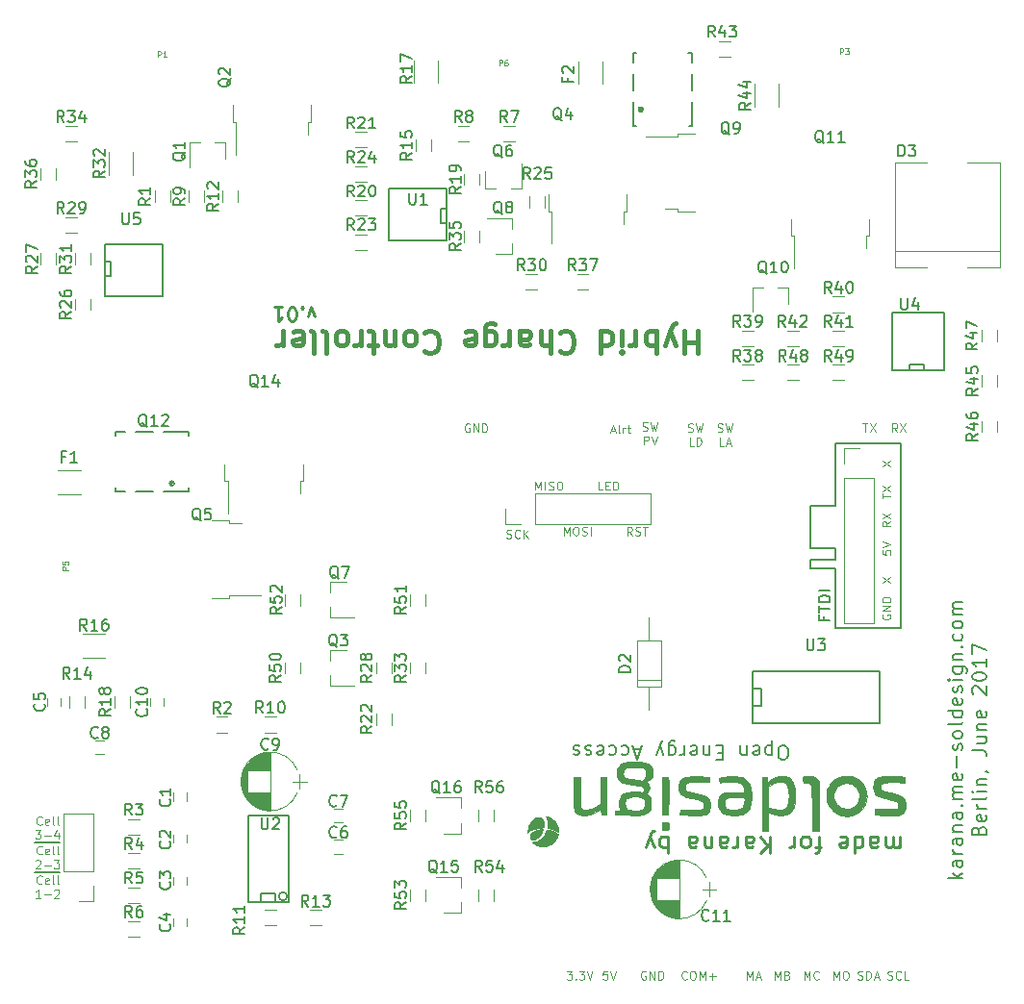
<source format=gbr>
G04 #@! TF.FileFunction,Legend,Top*
%FSLAX46Y46*%
G04 Gerber Fmt 4.6, Leading zero omitted, Abs format (unit mm)*
G04 Created by KiCad (PCBNEW 4.0.4-stable) date 05/22/17 17:02:14*
%MOMM*%
%LPD*%
G01*
G04 APERTURE LIST*
%ADD10C,0.100000*%
%ADD11C,0.200000*%
%ADD12C,0.203200*%
%ADD13C,0.254000*%
%ADD14C,0.250000*%
%ADD15C,0.400000*%
%ADD16C,0.120000*%
%ADD17C,0.150000*%
%ADD18C,0.010000*%
%ADD19C,0.125000*%
G04 APERTURE END LIST*
D10*
X175839286Y-79250000D02*
X176589286Y-78750000D01*
X175839286Y-78750000D02*
X176589286Y-79250000D01*
X175875000Y-92321428D02*
X175839286Y-92392857D01*
X175839286Y-92500000D01*
X175875000Y-92607143D01*
X175946429Y-92678571D01*
X176017857Y-92714286D01*
X176160714Y-92750000D01*
X176267857Y-92750000D01*
X176410714Y-92714286D01*
X176482143Y-92678571D01*
X176553571Y-92607143D01*
X176589286Y-92500000D01*
X176589286Y-92428571D01*
X176553571Y-92321428D01*
X176517857Y-92285714D01*
X176267857Y-92285714D01*
X176267857Y-92428571D01*
X176589286Y-91964286D02*
X175839286Y-91964286D01*
X176589286Y-91535714D01*
X175839286Y-91535714D01*
X176589286Y-91178572D02*
X175839286Y-91178572D01*
X175839286Y-91000000D01*
X175875000Y-90892857D01*
X175946429Y-90821429D01*
X176017857Y-90785714D01*
X176160714Y-90750000D01*
X176267857Y-90750000D01*
X176410714Y-90785714D01*
X176482143Y-90821429D01*
X176553571Y-90892857D01*
X176589286Y-91000000D01*
X176589286Y-91178572D01*
X175839286Y-89500000D02*
X176589286Y-89000000D01*
X175839286Y-89000000D02*
X176589286Y-89500000D01*
X175839286Y-86642857D02*
X175839286Y-87000000D01*
X176196429Y-87035714D01*
X176160714Y-87000000D01*
X176125000Y-86928571D01*
X176125000Y-86750000D01*
X176160714Y-86678571D01*
X176196429Y-86642857D01*
X176267857Y-86607142D01*
X176446429Y-86607142D01*
X176517857Y-86642857D01*
X176553571Y-86678571D01*
X176589286Y-86750000D01*
X176589286Y-86928571D01*
X176553571Y-87000000D01*
X176517857Y-87035714D01*
X175839286Y-86392856D02*
X176589286Y-86142856D01*
X175839286Y-85892856D01*
X176589286Y-84125000D02*
X176232143Y-84375000D01*
X176589286Y-84553572D02*
X175839286Y-84553572D01*
X175839286Y-84267857D01*
X175875000Y-84196429D01*
X175910714Y-84160714D01*
X175982143Y-84125000D01*
X176089286Y-84125000D01*
X176160714Y-84160714D01*
X176196429Y-84196429D01*
X176232143Y-84267857D01*
X176232143Y-84553572D01*
X175839286Y-83875000D02*
X176589286Y-83375000D01*
X175839286Y-83375000D02*
X176589286Y-83875000D01*
X175839286Y-82071428D02*
X175839286Y-81642857D01*
X176589286Y-81857143D02*
X175839286Y-81857143D01*
X175839286Y-81464285D02*
X176589286Y-80964285D01*
X175839286Y-80964285D02*
X176589286Y-81464285D01*
D11*
X177500000Y-93500000D02*
X171750000Y-93500000D01*
X177500000Y-77250000D02*
X177500000Y-93500000D01*
X171750000Y-77250000D02*
X177500000Y-77250000D01*
X171750000Y-82750000D02*
X171750000Y-77250000D01*
X169500000Y-82750000D02*
X171750000Y-82750000D01*
X169500000Y-86500000D02*
X169500000Y-82750000D01*
X171750000Y-86500000D02*
X169500000Y-86500000D01*
X171750000Y-87500000D02*
X171750000Y-86500000D01*
X169500000Y-87500000D02*
X171750000Y-87500000D01*
X169500000Y-88250000D02*
X169500000Y-87500000D01*
X171750000Y-88250000D02*
X169500000Y-88250000D01*
X171750000Y-93500000D02*
X171750000Y-88250000D01*
D12*
X182908424Y-115533714D02*
X181638424Y-115533714D01*
X182424614Y-115412762D02*
X182908424Y-115049905D01*
X182061757Y-115049905D02*
X182545567Y-115533714D01*
X182908424Y-113961333D02*
X182243186Y-113961333D01*
X182122233Y-114021810D01*
X182061757Y-114142762D01*
X182061757Y-114384667D01*
X182122233Y-114505619D01*
X182847948Y-113961333D02*
X182908424Y-114082286D01*
X182908424Y-114384667D01*
X182847948Y-114505619D01*
X182726995Y-114566095D01*
X182606043Y-114566095D01*
X182485090Y-114505619D01*
X182424614Y-114384667D01*
X182424614Y-114082286D01*
X182364138Y-113961333D01*
X182908424Y-113356571D02*
X182061757Y-113356571D01*
X182303662Y-113356571D02*
X182182710Y-113296095D01*
X182122233Y-113235619D01*
X182061757Y-113114666D01*
X182061757Y-112993714D01*
X182908424Y-112026095D02*
X182243186Y-112026095D01*
X182122233Y-112086572D01*
X182061757Y-112207524D01*
X182061757Y-112449429D01*
X182122233Y-112570381D01*
X182847948Y-112026095D02*
X182908424Y-112147048D01*
X182908424Y-112449429D01*
X182847948Y-112570381D01*
X182726995Y-112630857D01*
X182606043Y-112630857D01*
X182485090Y-112570381D01*
X182424614Y-112449429D01*
X182424614Y-112147048D01*
X182364138Y-112026095D01*
X182061757Y-111421333D02*
X182908424Y-111421333D01*
X182182710Y-111421333D02*
X182122233Y-111360857D01*
X182061757Y-111239904D01*
X182061757Y-111058476D01*
X182122233Y-110937524D01*
X182243186Y-110877047D01*
X182908424Y-110877047D01*
X182908424Y-109727999D02*
X182243186Y-109727999D01*
X182122233Y-109788476D01*
X182061757Y-109909428D01*
X182061757Y-110151333D01*
X182122233Y-110272285D01*
X182847948Y-109727999D02*
X182908424Y-109848952D01*
X182908424Y-110151333D01*
X182847948Y-110272285D01*
X182726995Y-110332761D01*
X182606043Y-110332761D01*
X182485090Y-110272285D01*
X182424614Y-110151333D01*
X182424614Y-109848952D01*
X182364138Y-109727999D01*
X182787471Y-109123237D02*
X182847948Y-109062761D01*
X182908424Y-109123237D01*
X182847948Y-109183713D01*
X182787471Y-109123237D01*
X182908424Y-109123237D01*
X182908424Y-108518475D02*
X182061757Y-108518475D01*
X182182710Y-108518475D02*
X182122233Y-108457999D01*
X182061757Y-108337046D01*
X182061757Y-108155618D01*
X182122233Y-108034666D01*
X182243186Y-107974189D01*
X182908424Y-107974189D01*
X182243186Y-107974189D02*
X182122233Y-107913713D01*
X182061757Y-107792761D01*
X182061757Y-107611332D01*
X182122233Y-107490380D01*
X182243186Y-107429904D01*
X182908424Y-107429904D01*
X182847948Y-106341333D02*
X182908424Y-106462285D01*
X182908424Y-106704190D01*
X182847948Y-106825142D01*
X182726995Y-106885618D01*
X182243186Y-106885618D01*
X182122233Y-106825142D01*
X182061757Y-106704190D01*
X182061757Y-106462285D01*
X182122233Y-106341333D01*
X182243186Y-106280856D01*
X182364138Y-106280856D01*
X182485090Y-106885618D01*
X182424614Y-105736571D02*
X182424614Y-104768952D01*
X182847948Y-104224666D02*
X182908424Y-104103714D01*
X182908424Y-103861809D01*
X182847948Y-103740857D01*
X182726995Y-103680381D01*
X182666519Y-103680381D01*
X182545567Y-103740857D01*
X182485090Y-103861809D01*
X182485090Y-104043238D01*
X182424614Y-104164190D01*
X182303662Y-104224666D01*
X182243186Y-104224666D01*
X182122233Y-104164190D01*
X182061757Y-104043238D01*
X182061757Y-103861809D01*
X182122233Y-103740857D01*
X182908424Y-102954666D02*
X182847948Y-103075619D01*
X182787471Y-103136095D01*
X182666519Y-103196571D01*
X182303662Y-103196571D01*
X182182710Y-103136095D01*
X182122233Y-103075619D01*
X182061757Y-102954666D01*
X182061757Y-102773238D01*
X182122233Y-102652286D01*
X182182710Y-102591809D01*
X182303662Y-102531333D01*
X182666519Y-102531333D01*
X182787471Y-102591809D01*
X182847948Y-102652286D01*
X182908424Y-102773238D01*
X182908424Y-102954666D01*
X182908424Y-101805618D02*
X182847948Y-101926571D01*
X182726995Y-101987047D01*
X181638424Y-101987047D01*
X182908424Y-100777523D02*
X181638424Y-100777523D01*
X182847948Y-100777523D02*
X182908424Y-100898476D01*
X182908424Y-101140380D01*
X182847948Y-101261333D01*
X182787471Y-101321809D01*
X182666519Y-101382285D01*
X182303662Y-101382285D01*
X182182710Y-101321809D01*
X182122233Y-101261333D01*
X182061757Y-101140380D01*
X182061757Y-100898476D01*
X182122233Y-100777523D01*
X182847948Y-99688952D02*
X182908424Y-99809904D01*
X182908424Y-100051809D01*
X182847948Y-100172761D01*
X182726995Y-100233237D01*
X182243186Y-100233237D01*
X182122233Y-100172761D01*
X182061757Y-100051809D01*
X182061757Y-99809904D01*
X182122233Y-99688952D01*
X182243186Y-99628475D01*
X182364138Y-99628475D01*
X182485090Y-100233237D01*
X182847948Y-99144666D02*
X182908424Y-99023714D01*
X182908424Y-98781809D01*
X182847948Y-98660857D01*
X182726995Y-98600381D01*
X182666519Y-98600381D01*
X182545567Y-98660857D01*
X182485090Y-98781809D01*
X182485090Y-98963238D01*
X182424614Y-99084190D01*
X182303662Y-99144666D01*
X182243186Y-99144666D01*
X182122233Y-99084190D01*
X182061757Y-98963238D01*
X182061757Y-98781809D01*
X182122233Y-98660857D01*
X182908424Y-98056095D02*
X182061757Y-98056095D01*
X181638424Y-98056095D02*
X181698900Y-98116571D01*
X181759376Y-98056095D01*
X181698900Y-97995619D01*
X181638424Y-98056095D01*
X181759376Y-98056095D01*
X182061757Y-96907047D02*
X183089852Y-96907047D01*
X183210805Y-96967524D01*
X183271281Y-97028000D01*
X183331757Y-97148952D01*
X183331757Y-97330381D01*
X183271281Y-97451333D01*
X182847948Y-96907047D02*
X182908424Y-97028000D01*
X182908424Y-97269904D01*
X182847948Y-97390857D01*
X182787471Y-97451333D01*
X182666519Y-97511809D01*
X182303662Y-97511809D01*
X182182710Y-97451333D01*
X182122233Y-97390857D01*
X182061757Y-97269904D01*
X182061757Y-97028000D01*
X182122233Y-96907047D01*
X182061757Y-96302285D02*
X182908424Y-96302285D01*
X182182710Y-96302285D02*
X182122233Y-96241809D01*
X182061757Y-96120856D01*
X182061757Y-95939428D01*
X182122233Y-95818476D01*
X182243186Y-95757999D01*
X182908424Y-95757999D01*
X182787471Y-95153237D02*
X182847948Y-95092761D01*
X182908424Y-95153237D01*
X182847948Y-95213713D01*
X182787471Y-95153237D01*
X182908424Y-95153237D01*
X182847948Y-94004189D02*
X182908424Y-94125142D01*
X182908424Y-94367046D01*
X182847948Y-94487999D01*
X182787471Y-94548475D01*
X182666519Y-94608951D01*
X182303662Y-94608951D01*
X182182710Y-94548475D01*
X182122233Y-94487999D01*
X182061757Y-94367046D01*
X182061757Y-94125142D01*
X182122233Y-94004189D01*
X182908424Y-93278475D02*
X182847948Y-93399428D01*
X182787471Y-93459904D01*
X182666519Y-93520380D01*
X182303662Y-93520380D01*
X182182710Y-93459904D01*
X182122233Y-93399428D01*
X182061757Y-93278475D01*
X182061757Y-93097047D01*
X182122233Y-92976095D01*
X182182710Y-92915618D01*
X182303662Y-92855142D01*
X182666519Y-92855142D01*
X182787471Y-92915618D01*
X182847948Y-92976095D01*
X182908424Y-93097047D01*
X182908424Y-93278475D01*
X182908424Y-92310856D02*
X182061757Y-92310856D01*
X182182710Y-92310856D02*
X182122233Y-92250380D01*
X182061757Y-92129427D01*
X182061757Y-91947999D01*
X182122233Y-91827047D01*
X182243186Y-91766570D01*
X182908424Y-91766570D01*
X182243186Y-91766570D02*
X182122233Y-91706094D01*
X182061757Y-91585142D01*
X182061757Y-91403713D01*
X182122233Y-91282761D01*
X182243186Y-91222285D01*
X182908424Y-91222285D01*
X184351386Y-111300381D02*
X184411862Y-111118952D01*
X184472338Y-111058476D01*
X184593290Y-110998000D01*
X184774719Y-110998000D01*
X184895671Y-111058476D01*
X184956148Y-111118952D01*
X185016624Y-111239905D01*
X185016624Y-111723714D01*
X183746624Y-111723714D01*
X183746624Y-111300381D01*
X183807100Y-111179428D01*
X183867576Y-111118952D01*
X183988529Y-111058476D01*
X184109481Y-111058476D01*
X184230433Y-111118952D01*
X184290910Y-111179428D01*
X184351386Y-111300381D01*
X184351386Y-111723714D01*
X184956148Y-109969905D02*
X185016624Y-110090857D01*
X185016624Y-110332762D01*
X184956148Y-110453714D01*
X184835195Y-110514190D01*
X184351386Y-110514190D01*
X184230433Y-110453714D01*
X184169957Y-110332762D01*
X184169957Y-110090857D01*
X184230433Y-109969905D01*
X184351386Y-109909428D01*
X184472338Y-109909428D01*
X184593290Y-110514190D01*
X185016624Y-109365143D02*
X184169957Y-109365143D01*
X184411862Y-109365143D02*
X184290910Y-109304667D01*
X184230433Y-109244191D01*
X184169957Y-109123238D01*
X184169957Y-109002286D01*
X185016624Y-108397524D02*
X184956148Y-108518477D01*
X184835195Y-108578953D01*
X183746624Y-108578953D01*
X185016624Y-107913715D02*
X184169957Y-107913715D01*
X183746624Y-107913715D02*
X183807100Y-107974191D01*
X183867576Y-107913715D01*
X183807100Y-107853239D01*
X183746624Y-107913715D01*
X183867576Y-107913715D01*
X184169957Y-107308953D02*
X185016624Y-107308953D01*
X184290910Y-107308953D02*
X184230433Y-107248477D01*
X184169957Y-107127524D01*
X184169957Y-106946096D01*
X184230433Y-106825144D01*
X184351386Y-106764667D01*
X185016624Y-106764667D01*
X184956148Y-106099429D02*
X185016624Y-106099429D01*
X185137576Y-106159905D01*
X185198052Y-106220381D01*
X183746624Y-104224667D02*
X184653767Y-104224667D01*
X184835195Y-104285143D01*
X184956148Y-104406095D01*
X185016624Y-104587524D01*
X185016624Y-104708476D01*
X184169957Y-103075619D02*
X185016624Y-103075619D01*
X184169957Y-103619905D02*
X184835195Y-103619905D01*
X184956148Y-103559429D01*
X185016624Y-103438476D01*
X185016624Y-103257048D01*
X184956148Y-103136096D01*
X184895671Y-103075619D01*
X184169957Y-102470857D02*
X185016624Y-102470857D01*
X184290910Y-102470857D02*
X184230433Y-102410381D01*
X184169957Y-102289428D01*
X184169957Y-102108000D01*
X184230433Y-101987048D01*
X184351386Y-101926571D01*
X185016624Y-101926571D01*
X184956148Y-100838000D02*
X185016624Y-100958952D01*
X185016624Y-101200857D01*
X184956148Y-101321809D01*
X184835195Y-101382285D01*
X184351386Y-101382285D01*
X184230433Y-101321809D01*
X184169957Y-101200857D01*
X184169957Y-100958952D01*
X184230433Y-100838000D01*
X184351386Y-100777523D01*
X184472338Y-100777523D01*
X184593290Y-101382285D01*
X183867576Y-99326095D02*
X183807100Y-99265619D01*
X183746624Y-99144667D01*
X183746624Y-98842286D01*
X183807100Y-98721333D01*
X183867576Y-98660857D01*
X183988529Y-98600381D01*
X184109481Y-98600381D01*
X184290910Y-98660857D01*
X185016624Y-99386571D01*
X185016624Y-98600381D01*
X183746624Y-97814190D02*
X183746624Y-97693238D01*
X183807100Y-97572286D01*
X183867576Y-97511809D01*
X183988529Y-97451333D01*
X184230433Y-97390857D01*
X184532814Y-97390857D01*
X184774719Y-97451333D01*
X184895671Y-97511809D01*
X184956148Y-97572286D01*
X185016624Y-97693238D01*
X185016624Y-97814190D01*
X184956148Y-97935143D01*
X184895671Y-97995619D01*
X184774719Y-98056095D01*
X184532814Y-98116571D01*
X184230433Y-98116571D01*
X183988529Y-98056095D01*
X183867576Y-97995619D01*
X183807100Y-97935143D01*
X183746624Y-97814190D01*
X185016624Y-96181333D02*
X185016624Y-96907047D01*
X185016624Y-96544190D02*
X183746624Y-96544190D01*
X183928052Y-96665142D01*
X184049005Y-96786095D01*
X184109481Y-96907047D01*
X183746624Y-95757999D02*
X183746624Y-94911333D01*
X185016624Y-95455618D01*
D13*
X125914285Y-66072143D02*
X125611904Y-65225476D01*
X125309524Y-66072143D01*
X124825714Y-65346429D02*
X124765238Y-65285952D01*
X124825714Y-65225476D01*
X124886190Y-65285952D01*
X124825714Y-65346429D01*
X124825714Y-65225476D01*
X123979047Y-66495476D02*
X123858095Y-66495476D01*
X123737143Y-66435000D01*
X123676666Y-66374524D01*
X123616190Y-66253571D01*
X123555714Y-66011667D01*
X123555714Y-65709286D01*
X123616190Y-65467381D01*
X123676666Y-65346429D01*
X123737143Y-65285952D01*
X123858095Y-65225476D01*
X123979047Y-65225476D01*
X124100000Y-65285952D01*
X124160476Y-65346429D01*
X124220952Y-65467381D01*
X124281428Y-65709286D01*
X124281428Y-66011667D01*
X124220952Y-66253571D01*
X124160476Y-66374524D01*
X124100000Y-66435000D01*
X123979047Y-66495476D01*
X122346190Y-65225476D02*
X123071904Y-65225476D01*
X122709047Y-65225476D02*
X122709047Y-66495476D01*
X122829999Y-66314048D01*
X122950952Y-66193095D01*
X123071904Y-66132619D01*
D12*
X167231903Y-105095476D02*
X166989999Y-105095476D01*
X166869046Y-105035000D01*
X166748094Y-104914048D01*
X166687618Y-104672143D01*
X166687618Y-104248810D01*
X166748094Y-104006905D01*
X166869046Y-103885952D01*
X166989999Y-103825476D01*
X167231903Y-103825476D01*
X167352856Y-103885952D01*
X167473808Y-104006905D01*
X167534284Y-104248810D01*
X167534284Y-104672143D01*
X167473808Y-104914048D01*
X167352856Y-105035000D01*
X167231903Y-105095476D01*
X166143332Y-104672143D02*
X166143332Y-103402143D01*
X166143332Y-104611667D02*
X166022380Y-104672143D01*
X165780475Y-104672143D01*
X165659523Y-104611667D01*
X165599046Y-104551190D01*
X165538570Y-104430238D01*
X165538570Y-104067381D01*
X165599046Y-103946429D01*
X165659523Y-103885952D01*
X165780475Y-103825476D01*
X166022380Y-103825476D01*
X166143332Y-103885952D01*
X164510475Y-103885952D02*
X164631427Y-103825476D01*
X164873332Y-103825476D01*
X164994284Y-103885952D01*
X165054760Y-104006905D01*
X165054760Y-104490714D01*
X164994284Y-104611667D01*
X164873332Y-104672143D01*
X164631427Y-104672143D01*
X164510475Y-104611667D01*
X164449998Y-104490714D01*
X164449998Y-104369762D01*
X165054760Y-104248810D01*
X163905713Y-104672143D02*
X163905713Y-103825476D01*
X163905713Y-104551190D02*
X163845237Y-104611667D01*
X163724284Y-104672143D01*
X163542856Y-104672143D01*
X163421904Y-104611667D01*
X163361427Y-104490714D01*
X163361427Y-103825476D01*
X161789046Y-104490714D02*
X161365713Y-104490714D01*
X161184284Y-103825476D02*
X161789046Y-103825476D01*
X161789046Y-105095476D01*
X161184284Y-105095476D01*
X160639998Y-104672143D02*
X160639998Y-103825476D01*
X160639998Y-104551190D02*
X160579522Y-104611667D01*
X160458569Y-104672143D01*
X160277141Y-104672143D01*
X160156189Y-104611667D01*
X160095712Y-104490714D01*
X160095712Y-103825476D01*
X159007141Y-103885952D02*
X159128093Y-103825476D01*
X159369998Y-103825476D01*
X159490950Y-103885952D01*
X159551426Y-104006905D01*
X159551426Y-104490714D01*
X159490950Y-104611667D01*
X159369998Y-104672143D01*
X159128093Y-104672143D01*
X159007141Y-104611667D01*
X158946664Y-104490714D01*
X158946664Y-104369762D01*
X159551426Y-104248810D01*
X158402379Y-103825476D02*
X158402379Y-104672143D01*
X158402379Y-104430238D02*
X158341903Y-104551190D01*
X158281427Y-104611667D01*
X158160474Y-104672143D01*
X158039522Y-104672143D01*
X157071903Y-104672143D02*
X157071903Y-103644048D01*
X157132380Y-103523095D01*
X157192856Y-103462619D01*
X157313808Y-103402143D01*
X157495237Y-103402143D01*
X157616189Y-103462619D01*
X157071903Y-103885952D02*
X157192856Y-103825476D01*
X157434760Y-103825476D01*
X157555713Y-103885952D01*
X157616189Y-103946429D01*
X157676665Y-104067381D01*
X157676665Y-104430238D01*
X157616189Y-104551190D01*
X157555713Y-104611667D01*
X157434760Y-104672143D01*
X157192856Y-104672143D01*
X157071903Y-104611667D01*
X156588093Y-104672143D02*
X156285712Y-103825476D01*
X155983332Y-104672143D02*
X156285712Y-103825476D01*
X156406665Y-103523095D01*
X156467141Y-103462619D01*
X156588093Y-103402143D01*
X154592379Y-104188333D02*
X153987617Y-104188333D01*
X154713332Y-103825476D02*
X154289998Y-105095476D01*
X153866665Y-103825476D01*
X152899046Y-103885952D02*
X153019999Y-103825476D01*
X153261903Y-103825476D01*
X153382856Y-103885952D01*
X153443332Y-103946429D01*
X153503808Y-104067381D01*
X153503808Y-104430238D01*
X153443332Y-104551190D01*
X153382856Y-104611667D01*
X153261903Y-104672143D01*
X153019999Y-104672143D01*
X152899046Y-104611667D01*
X151810475Y-103885952D02*
X151931428Y-103825476D01*
X152173332Y-103825476D01*
X152294285Y-103885952D01*
X152354761Y-103946429D01*
X152415237Y-104067381D01*
X152415237Y-104430238D01*
X152354761Y-104551190D01*
X152294285Y-104611667D01*
X152173332Y-104672143D01*
X151931428Y-104672143D01*
X151810475Y-104611667D01*
X150782381Y-103885952D02*
X150903333Y-103825476D01*
X151145238Y-103825476D01*
X151266190Y-103885952D01*
X151326666Y-104006905D01*
X151326666Y-104490714D01*
X151266190Y-104611667D01*
X151145238Y-104672143D01*
X150903333Y-104672143D01*
X150782381Y-104611667D01*
X150721904Y-104490714D01*
X150721904Y-104369762D01*
X151326666Y-104248810D01*
X150238095Y-103885952D02*
X150117143Y-103825476D01*
X149875238Y-103825476D01*
X149754286Y-103885952D01*
X149693810Y-104006905D01*
X149693810Y-104067381D01*
X149754286Y-104188333D01*
X149875238Y-104248810D01*
X150056667Y-104248810D01*
X150177619Y-104309286D01*
X150238095Y-104430238D01*
X150238095Y-104490714D01*
X150177619Y-104611667D01*
X150056667Y-104672143D01*
X149875238Y-104672143D01*
X149754286Y-104611667D01*
X149210000Y-103885952D02*
X149089048Y-103825476D01*
X148847143Y-103825476D01*
X148726191Y-103885952D01*
X148665715Y-104006905D01*
X148665715Y-104067381D01*
X148726191Y-104188333D01*
X148847143Y-104248810D01*
X149028572Y-104248810D01*
X149149524Y-104309286D01*
X149210000Y-104430238D01*
X149210000Y-104490714D01*
X149149524Y-104611667D01*
X149028572Y-104672143D01*
X148847143Y-104672143D01*
X148726191Y-104611667D01*
D14*
X177407142Y-111821429D02*
X177407142Y-112821429D01*
X177407142Y-112678571D02*
X177335714Y-112750000D01*
X177192856Y-112821429D01*
X176978571Y-112821429D01*
X176835714Y-112750000D01*
X176764285Y-112607143D01*
X176764285Y-111821429D01*
X176764285Y-112607143D02*
X176692856Y-112750000D01*
X176549999Y-112821429D01*
X176335714Y-112821429D01*
X176192856Y-112750000D01*
X176121428Y-112607143D01*
X176121428Y-111821429D01*
X174764285Y-111821429D02*
X174764285Y-112607143D01*
X174835714Y-112750000D01*
X174978571Y-112821429D01*
X175264285Y-112821429D01*
X175407142Y-112750000D01*
X174764285Y-111892857D02*
X174907142Y-111821429D01*
X175264285Y-111821429D01*
X175407142Y-111892857D01*
X175478571Y-112035714D01*
X175478571Y-112178571D01*
X175407142Y-112321429D01*
X175264285Y-112392857D01*
X174907142Y-112392857D01*
X174764285Y-112464286D01*
X173407142Y-111821429D02*
X173407142Y-113321429D01*
X173407142Y-111892857D02*
X173549999Y-111821429D01*
X173835713Y-111821429D01*
X173978571Y-111892857D01*
X174049999Y-111964286D01*
X174121428Y-112107143D01*
X174121428Y-112535714D01*
X174049999Y-112678571D01*
X173978571Y-112750000D01*
X173835713Y-112821429D01*
X173549999Y-112821429D01*
X173407142Y-112750000D01*
X172121428Y-111892857D02*
X172264285Y-111821429D01*
X172549999Y-111821429D01*
X172692856Y-111892857D01*
X172764285Y-112035714D01*
X172764285Y-112607143D01*
X172692856Y-112750000D01*
X172549999Y-112821429D01*
X172264285Y-112821429D01*
X172121428Y-112750000D01*
X172049999Y-112607143D01*
X172049999Y-112464286D01*
X172764285Y-112321429D01*
X170478571Y-112821429D02*
X169907142Y-112821429D01*
X170264285Y-111821429D02*
X170264285Y-113107143D01*
X170192857Y-113250000D01*
X170049999Y-113321429D01*
X169907142Y-113321429D01*
X169192856Y-111821429D02*
X169335714Y-111892857D01*
X169407142Y-111964286D01*
X169478571Y-112107143D01*
X169478571Y-112535714D01*
X169407142Y-112678571D01*
X169335714Y-112750000D01*
X169192856Y-112821429D01*
X168978571Y-112821429D01*
X168835714Y-112750000D01*
X168764285Y-112678571D01*
X168692856Y-112535714D01*
X168692856Y-112107143D01*
X168764285Y-111964286D01*
X168835714Y-111892857D01*
X168978571Y-111821429D01*
X169192856Y-111821429D01*
X168049999Y-111821429D02*
X168049999Y-112821429D01*
X168049999Y-112535714D02*
X167978571Y-112678571D01*
X167907142Y-112750000D01*
X167764285Y-112821429D01*
X167621428Y-112821429D01*
X165978571Y-111821429D02*
X165978571Y-113321429D01*
X165121428Y-111821429D02*
X165764285Y-112678571D01*
X165121428Y-113321429D02*
X165978571Y-112464286D01*
X163835714Y-111821429D02*
X163835714Y-112607143D01*
X163907143Y-112750000D01*
X164050000Y-112821429D01*
X164335714Y-112821429D01*
X164478571Y-112750000D01*
X163835714Y-111892857D02*
X163978571Y-111821429D01*
X164335714Y-111821429D01*
X164478571Y-111892857D01*
X164550000Y-112035714D01*
X164550000Y-112178571D01*
X164478571Y-112321429D01*
X164335714Y-112392857D01*
X163978571Y-112392857D01*
X163835714Y-112464286D01*
X163121428Y-111821429D02*
X163121428Y-112821429D01*
X163121428Y-112535714D02*
X163050000Y-112678571D01*
X162978571Y-112750000D01*
X162835714Y-112821429D01*
X162692857Y-112821429D01*
X161550000Y-111821429D02*
X161550000Y-112607143D01*
X161621429Y-112750000D01*
X161764286Y-112821429D01*
X162050000Y-112821429D01*
X162192857Y-112750000D01*
X161550000Y-111892857D02*
X161692857Y-111821429D01*
X162050000Y-111821429D01*
X162192857Y-111892857D01*
X162264286Y-112035714D01*
X162264286Y-112178571D01*
X162192857Y-112321429D01*
X162050000Y-112392857D01*
X161692857Y-112392857D01*
X161550000Y-112464286D01*
X160835714Y-112821429D02*
X160835714Y-111821429D01*
X160835714Y-112678571D02*
X160764286Y-112750000D01*
X160621428Y-112821429D01*
X160407143Y-112821429D01*
X160264286Y-112750000D01*
X160192857Y-112607143D01*
X160192857Y-111821429D01*
X158835714Y-111821429D02*
X158835714Y-112607143D01*
X158907143Y-112750000D01*
X159050000Y-112821429D01*
X159335714Y-112821429D01*
X159478571Y-112750000D01*
X158835714Y-111892857D02*
X158978571Y-111821429D01*
X159335714Y-111821429D01*
X159478571Y-111892857D01*
X159550000Y-112035714D01*
X159550000Y-112178571D01*
X159478571Y-112321429D01*
X159335714Y-112392857D01*
X158978571Y-112392857D01*
X158835714Y-112464286D01*
X156978571Y-111821429D02*
X156978571Y-113321429D01*
X156978571Y-112750000D02*
X156835714Y-112821429D01*
X156550000Y-112821429D01*
X156407143Y-112750000D01*
X156335714Y-112678571D01*
X156264285Y-112535714D01*
X156264285Y-112107143D01*
X156335714Y-111964286D01*
X156407143Y-111892857D01*
X156550000Y-111821429D01*
X156835714Y-111821429D01*
X156978571Y-111892857D01*
X155764285Y-112821429D02*
X155407142Y-111821429D01*
X155050000Y-112821429D02*
X155407142Y-111821429D01*
X155550000Y-111464286D01*
X155621428Y-111392857D01*
X155764285Y-111321429D01*
D15*
X159580954Y-67295238D02*
X159580954Y-69295238D01*
X159580954Y-68342857D02*
X158438096Y-68342857D01*
X158438096Y-67295238D02*
X158438096Y-69295238D01*
X157676192Y-68628571D02*
X157200001Y-67295238D01*
X156723811Y-68628571D02*
X157200001Y-67295238D01*
X157390477Y-66819048D01*
X157485716Y-66723810D01*
X157676192Y-66628571D01*
X155961906Y-67295238D02*
X155961906Y-69295238D01*
X155961906Y-68533333D02*
X155771429Y-68628571D01*
X155390477Y-68628571D01*
X155200001Y-68533333D01*
X155104763Y-68438095D01*
X155009525Y-68247619D01*
X155009525Y-67676190D01*
X155104763Y-67485714D01*
X155200001Y-67390476D01*
X155390477Y-67295238D01*
X155771429Y-67295238D01*
X155961906Y-67390476D01*
X154152382Y-67295238D02*
X154152382Y-68628571D01*
X154152382Y-68247619D02*
X154057143Y-68438095D01*
X153961905Y-68533333D01*
X153771429Y-68628571D01*
X153580953Y-68628571D01*
X152914287Y-67295238D02*
X152914287Y-68628571D01*
X152914287Y-69295238D02*
X153009525Y-69200000D01*
X152914287Y-69104762D01*
X152819048Y-69200000D01*
X152914287Y-69295238D01*
X152914287Y-69104762D01*
X151104763Y-67295238D02*
X151104763Y-69295238D01*
X151104763Y-67390476D02*
X151295239Y-67295238D01*
X151676191Y-67295238D01*
X151866667Y-67390476D01*
X151961906Y-67485714D01*
X152057144Y-67676190D01*
X152057144Y-68247619D01*
X151961906Y-68438095D01*
X151866667Y-68533333D01*
X151676191Y-68628571D01*
X151295239Y-68628571D01*
X151104763Y-68533333D01*
X147485714Y-67485714D02*
X147580952Y-67390476D01*
X147866667Y-67295238D01*
X148057143Y-67295238D01*
X148342857Y-67390476D01*
X148533333Y-67580952D01*
X148628572Y-67771429D01*
X148723810Y-68152381D01*
X148723810Y-68438095D01*
X148628572Y-68819048D01*
X148533333Y-69009524D01*
X148342857Y-69200000D01*
X148057143Y-69295238D01*
X147866667Y-69295238D01*
X147580952Y-69200000D01*
X147485714Y-69104762D01*
X146628572Y-67295238D02*
X146628572Y-69295238D01*
X145771429Y-67295238D02*
X145771429Y-68342857D01*
X145866667Y-68533333D01*
X146057143Y-68628571D01*
X146342857Y-68628571D01*
X146533333Y-68533333D01*
X146628572Y-68438095D01*
X143961905Y-67295238D02*
X143961905Y-68342857D01*
X144057143Y-68533333D01*
X144247619Y-68628571D01*
X144628571Y-68628571D01*
X144819048Y-68533333D01*
X143961905Y-67390476D02*
X144152381Y-67295238D01*
X144628571Y-67295238D01*
X144819048Y-67390476D01*
X144914286Y-67580952D01*
X144914286Y-67771429D01*
X144819048Y-67961905D01*
X144628571Y-68057143D01*
X144152381Y-68057143D01*
X143961905Y-68152381D01*
X143009524Y-67295238D02*
X143009524Y-68628571D01*
X143009524Y-68247619D02*
X142914285Y-68438095D01*
X142819047Y-68533333D01*
X142628571Y-68628571D01*
X142438095Y-68628571D01*
X140914286Y-68628571D02*
X140914286Y-67009524D01*
X141009524Y-66819048D01*
X141104762Y-66723810D01*
X141295238Y-66628571D01*
X141580952Y-66628571D01*
X141771429Y-66723810D01*
X140914286Y-67390476D02*
X141104762Y-67295238D01*
X141485714Y-67295238D01*
X141676190Y-67390476D01*
X141771429Y-67485714D01*
X141866667Y-67676190D01*
X141866667Y-68247619D01*
X141771429Y-68438095D01*
X141676190Y-68533333D01*
X141485714Y-68628571D01*
X141104762Y-68628571D01*
X140914286Y-68533333D01*
X139200000Y-67390476D02*
X139390476Y-67295238D01*
X139771428Y-67295238D01*
X139961905Y-67390476D01*
X140057143Y-67580952D01*
X140057143Y-68342857D01*
X139961905Y-68533333D01*
X139771428Y-68628571D01*
X139390476Y-68628571D01*
X139200000Y-68533333D01*
X139104762Y-68342857D01*
X139104762Y-68152381D01*
X140057143Y-67961905D01*
X135580951Y-67485714D02*
X135676189Y-67390476D01*
X135961904Y-67295238D01*
X136152380Y-67295238D01*
X136438094Y-67390476D01*
X136628570Y-67580952D01*
X136723809Y-67771429D01*
X136819047Y-68152381D01*
X136819047Y-68438095D01*
X136723809Y-68819048D01*
X136628570Y-69009524D01*
X136438094Y-69200000D01*
X136152380Y-69295238D01*
X135961904Y-69295238D01*
X135676189Y-69200000D01*
X135580951Y-69104762D01*
X134438094Y-67295238D02*
X134628570Y-67390476D01*
X134723809Y-67485714D01*
X134819047Y-67676190D01*
X134819047Y-68247619D01*
X134723809Y-68438095D01*
X134628570Y-68533333D01*
X134438094Y-68628571D01*
X134152380Y-68628571D01*
X133961904Y-68533333D01*
X133866666Y-68438095D01*
X133771428Y-68247619D01*
X133771428Y-67676190D01*
X133866666Y-67485714D01*
X133961904Y-67390476D01*
X134152380Y-67295238D01*
X134438094Y-67295238D01*
X132914285Y-68628571D02*
X132914285Y-67295238D01*
X132914285Y-68438095D02*
X132819046Y-68533333D01*
X132628570Y-68628571D01*
X132342856Y-68628571D01*
X132152380Y-68533333D01*
X132057142Y-68342857D01*
X132057142Y-67295238D01*
X131390475Y-68628571D02*
X130628570Y-68628571D01*
X131104761Y-69295238D02*
X131104761Y-67580952D01*
X131009522Y-67390476D01*
X130819046Y-67295238D01*
X130628570Y-67295238D01*
X129961904Y-67295238D02*
X129961904Y-68628571D01*
X129961904Y-68247619D02*
X129866665Y-68438095D01*
X129771427Y-68533333D01*
X129580951Y-68628571D01*
X129390475Y-68628571D01*
X128438094Y-67295238D02*
X128628570Y-67390476D01*
X128723809Y-67485714D01*
X128819047Y-67676190D01*
X128819047Y-68247619D01*
X128723809Y-68438095D01*
X128628570Y-68533333D01*
X128438094Y-68628571D01*
X128152380Y-68628571D01*
X127961904Y-68533333D01*
X127866666Y-68438095D01*
X127771428Y-68247619D01*
X127771428Y-67676190D01*
X127866666Y-67485714D01*
X127961904Y-67390476D01*
X128152380Y-67295238D01*
X128438094Y-67295238D01*
X126628570Y-67295238D02*
X126819046Y-67390476D01*
X126914285Y-67580952D01*
X126914285Y-69295238D01*
X125580951Y-67295238D02*
X125771427Y-67390476D01*
X125866666Y-67580952D01*
X125866666Y-69295238D01*
X124057142Y-67390476D02*
X124247618Y-67295238D01*
X124628570Y-67295238D01*
X124819047Y-67390476D01*
X124914285Y-67580952D01*
X124914285Y-68342857D01*
X124819047Y-68533333D01*
X124628570Y-68628571D01*
X124247618Y-68628571D01*
X124057142Y-68533333D01*
X123961904Y-68342857D01*
X123961904Y-68152381D01*
X124914285Y-67961905D01*
X123104761Y-67295238D02*
X123104761Y-68628571D01*
X123104761Y-68247619D02*
X123009522Y-68438095D01*
X122914284Y-68533333D01*
X122723808Y-68628571D01*
X122533332Y-68628571D01*
D11*
X101300000Y-115000000D02*
X103500000Y-115000000D01*
X101300000Y-112400000D02*
X103500000Y-112400000D01*
D10*
X101917858Y-110755357D02*
X101882144Y-110791071D01*
X101775001Y-110826786D01*
X101703572Y-110826786D01*
X101596429Y-110791071D01*
X101525001Y-110719643D01*
X101489286Y-110648214D01*
X101453572Y-110505357D01*
X101453572Y-110398214D01*
X101489286Y-110255357D01*
X101525001Y-110183929D01*
X101596429Y-110112500D01*
X101703572Y-110076786D01*
X101775001Y-110076786D01*
X101882144Y-110112500D01*
X101917858Y-110148214D01*
X102525001Y-110791071D02*
X102453572Y-110826786D01*
X102310715Y-110826786D01*
X102239286Y-110791071D01*
X102203572Y-110719643D01*
X102203572Y-110433929D01*
X102239286Y-110362500D01*
X102310715Y-110326786D01*
X102453572Y-110326786D01*
X102525001Y-110362500D01*
X102560715Y-110433929D01*
X102560715Y-110505357D01*
X102203572Y-110576786D01*
X102989286Y-110826786D02*
X102917858Y-110791071D01*
X102882143Y-110719643D01*
X102882143Y-110076786D01*
X103382143Y-110826786D02*
X103310715Y-110791071D01*
X103275000Y-110719643D01*
X103275000Y-110076786D01*
X101328572Y-111301786D02*
X101792858Y-111301786D01*
X101542858Y-111587500D01*
X101650000Y-111587500D01*
X101721429Y-111623214D01*
X101757143Y-111658929D01*
X101792858Y-111730357D01*
X101792858Y-111908929D01*
X101757143Y-111980357D01*
X101721429Y-112016071D01*
X101650000Y-112051786D01*
X101435715Y-112051786D01*
X101364286Y-112016071D01*
X101328572Y-111980357D01*
X102114286Y-111766071D02*
X102685715Y-111766071D01*
X103364286Y-111551786D02*
X103364286Y-112051786D01*
X103185715Y-111266071D02*
X103007143Y-111801786D01*
X103471429Y-111801786D01*
X101917858Y-113355357D02*
X101882144Y-113391071D01*
X101775001Y-113426786D01*
X101703572Y-113426786D01*
X101596429Y-113391071D01*
X101525001Y-113319643D01*
X101489286Y-113248214D01*
X101453572Y-113105357D01*
X101453572Y-112998214D01*
X101489286Y-112855357D01*
X101525001Y-112783929D01*
X101596429Y-112712500D01*
X101703572Y-112676786D01*
X101775001Y-112676786D01*
X101882144Y-112712500D01*
X101917858Y-112748214D01*
X102525001Y-113391071D02*
X102453572Y-113426786D01*
X102310715Y-113426786D01*
X102239286Y-113391071D01*
X102203572Y-113319643D01*
X102203572Y-113033929D01*
X102239286Y-112962500D01*
X102310715Y-112926786D01*
X102453572Y-112926786D01*
X102525001Y-112962500D01*
X102560715Y-113033929D01*
X102560715Y-113105357D01*
X102203572Y-113176786D01*
X102989286Y-113426786D02*
X102917858Y-113391071D01*
X102882143Y-113319643D01*
X102882143Y-112676786D01*
X103382143Y-113426786D02*
X103310715Y-113391071D01*
X103275000Y-113319643D01*
X103275000Y-112676786D01*
X101364286Y-113973214D02*
X101400000Y-113937500D01*
X101471429Y-113901786D01*
X101650000Y-113901786D01*
X101721429Y-113937500D01*
X101757143Y-113973214D01*
X101792858Y-114044643D01*
X101792858Y-114116071D01*
X101757143Y-114223214D01*
X101328572Y-114651786D01*
X101792858Y-114651786D01*
X102114286Y-114366071D02*
X102685715Y-114366071D01*
X102971429Y-113901786D02*
X103435715Y-113901786D01*
X103185715Y-114187500D01*
X103292857Y-114187500D01*
X103364286Y-114223214D01*
X103400000Y-114258929D01*
X103435715Y-114330357D01*
X103435715Y-114508929D01*
X103400000Y-114580357D01*
X103364286Y-114616071D01*
X103292857Y-114651786D01*
X103078572Y-114651786D01*
X103007143Y-114616071D01*
X102971429Y-114580357D01*
X101917858Y-115955357D02*
X101882144Y-115991071D01*
X101775001Y-116026786D01*
X101703572Y-116026786D01*
X101596429Y-115991071D01*
X101525001Y-115919643D01*
X101489286Y-115848214D01*
X101453572Y-115705357D01*
X101453572Y-115598214D01*
X101489286Y-115455357D01*
X101525001Y-115383929D01*
X101596429Y-115312500D01*
X101703572Y-115276786D01*
X101775001Y-115276786D01*
X101882144Y-115312500D01*
X101917858Y-115348214D01*
X102525001Y-115991071D02*
X102453572Y-116026786D01*
X102310715Y-116026786D01*
X102239286Y-115991071D01*
X102203572Y-115919643D01*
X102203572Y-115633929D01*
X102239286Y-115562500D01*
X102310715Y-115526786D01*
X102453572Y-115526786D01*
X102525001Y-115562500D01*
X102560715Y-115633929D01*
X102560715Y-115705357D01*
X102203572Y-115776786D01*
X102989286Y-116026786D02*
X102917858Y-115991071D01*
X102882143Y-115919643D01*
X102882143Y-115276786D01*
X103382143Y-116026786D02*
X103310715Y-115991071D01*
X103275000Y-115919643D01*
X103275000Y-115276786D01*
X101792858Y-117251786D02*
X101364286Y-117251786D01*
X101578572Y-117251786D02*
X101578572Y-116501786D01*
X101507143Y-116608929D01*
X101435715Y-116680357D01*
X101364286Y-116716071D01*
X102114286Y-116966071D02*
X102685715Y-116966071D01*
X103007143Y-116573214D02*
X103042857Y-116537500D01*
X103114286Y-116501786D01*
X103292857Y-116501786D01*
X103364286Y-116537500D01*
X103400000Y-116573214D01*
X103435715Y-116644643D01*
X103435715Y-116716071D01*
X103400000Y-116823214D01*
X102971429Y-117251786D01*
X103435715Y-117251786D01*
X176307143Y-124403571D02*
X176414286Y-124439286D01*
X176592857Y-124439286D01*
X176664286Y-124403571D01*
X176700000Y-124367857D01*
X176735715Y-124296429D01*
X176735715Y-124225000D01*
X176700000Y-124153571D01*
X176664286Y-124117857D01*
X176592857Y-124082143D01*
X176450000Y-124046429D01*
X176378572Y-124010714D01*
X176342857Y-123975000D01*
X176307143Y-123903571D01*
X176307143Y-123832143D01*
X176342857Y-123760714D01*
X176378572Y-123725000D01*
X176450000Y-123689286D01*
X176628572Y-123689286D01*
X176735715Y-123725000D01*
X177485715Y-124367857D02*
X177450001Y-124403571D01*
X177342858Y-124439286D01*
X177271429Y-124439286D01*
X177164286Y-124403571D01*
X177092858Y-124332143D01*
X177057143Y-124260714D01*
X177021429Y-124117857D01*
X177021429Y-124010714D01*
X177057143Y-123867857D01*
X177092858Y-123796429D01*
X177164286Y-123725000D01*
X177271429Y-123689286D01*
X177342858Y-123689286D01*
X177450001Y-123725000D01*
X177485715Y-123760714D01*
X178164286Y-124439286D02*
X177807143Y-124439286D01*
X177807143Y-123689286D01*
X173689286Y-124403571D02*
X173796429Y-124439286D01*
X173975000Y-124439286D01*
X174046429Y-124403571D01*
X174082143Y-124367857D01*
X174117858Y-124296429D01*
X174117858Y-124225000D01*
X174082143Y-124153571D01*
X174046429Y-124117857D01*
X173975000Y-124082143D01*
X173832143Y-124046429D01*
X173760715Y-124010714D01*
X173725000Y-123975000D01*
X173689286Y-123903571D01*
X173689286Y-123832143D01*
X173725000Y-123760714D01*
X173760715Y-123725000D01*
X173832143Y-123689286D01*
X174010715Y-123689286D01*
X174117858Y-123725000D01*
X174439286Y-124439286D02*
X174439286Y-123689286D01*
X174617858Y-123689286D01*
X174725001Y-123725000D01*
X174796429Y-123796429D01*
X174832144Y-123867857D01*
X174867858Y-124010714D01*
X174867858Y-124117857D01*
X174832144Y-124260714D01*
X174796429Y-124332143D01*
X174725001Y-124403571D01*
X174617858Y-124439286D01*
X174439286Y-124439286D01*
X175153572Y-124225000D02*
X175510715Y-124225000D01*
X175082144Y-124439286D02*
X175332144Y-123689286D01*
X175582144Y-124439286D01*
X171557143Y-124439286D02*
X171557143Y-123689286D01*
X171807143Y-124225000D01*
X172057143Y-123689286D01*
X172057143Y-124439286D01*
X172557144Y-123689286D02*
X172700001Y-123689286D01*
X172771429Y-123725000D01*
X172842858Y-123796429D01*
X172878572Y-123939286D01*
X172878572Y-124189286D01*
X172842858Y-124332143D01*
X172771429Y-124403571D01*
X172700001Y-124439286D01*
X172557144Y-124439286D01*
X172485715Y-124403571D01*
X172414286Y-124332143D01*
X172378572Y-124189286D01*
X172378572Y-123939286D01*
X172414286Y-123796429D01*
X172485715Y-123725000D01*
X172557144Y-123689286D01*
X168975000Y-124439286D02*
X168975000Y-123689286D01*
X169225000Y-124225000D01*
X169475000Y-123689286D01*
X169475000Y-124439286D01*
X170260715Y-124367857D02*
X170225001Y-124403571D01*
X170117858Y-124439286D01*
X170046429Y-124439286D01*
X169939286Y-124403571D01*
X169867858Y-124332143D01*
X169832143Y-124260714D01*
X169796429Y-124117857D01*
X169796429Y-124010714D01*
X169832143Y-123867857D01*
X169867858Y-123796429D01*
X169939286Y-123725000D01*
X170046429Y-123689286D01*
X170117858Y-123689286D01*
X170225001Y-123725000D01*
X170260715Y-123760714D01*
X166375000Y-124439286D02*
X166375000Y-123689286D01*
X166625000Y-124225000D01*
X166875000Y-123689286D01*
X166875000Y-124439286D01*
X167482143Y-124046429D02*
X167589286Y-124082143D01*
X167625001Y-124117857D01*
X167660715Y-124189286D01*
X167660715Y-124296429D01*
X167625001Y-124367857D01*
X167589286Y-124403571D01*
X167517858Y-124439286D01*
X167232143Y-124439286D01*
X167232143Y-123689286D01*
X167482143Y-123689286D01*
X167553572Y-123725000D01*
X167589286Y-123760714D01*
X167625001Y-123832143D01*
X167625001Y-123903571D01*
X167589286Y-123975000D01*
X167553572Y-124010714D01*
X167482143Y-124046429D01*
X167232143Y-124046429D01*
X163928571Y-124439286D02*
X163928571Y-123689286D01*
X164178571Y-124225000D01*
X164428571Y-123689286D01*
X164428571Y-124439286D01*
X164750000Y-124225000D02*
X165107143Y-124225000D01*
X164678572Y-124439286D02*
X164928572Y-123689286D01*
X165178572Y-124439286D01*
X158646429Y-124367857D02*
X158610715Y-124403571D01*
X158503572Y-124439286D01*
X158432143Y-124439286D01*
X158325000Y-124403571D01*
X158253572Y-124332143D01*
X158217857Y-124260714D01*
X158182143Y-124117857D01*
X158182143Y-124010714D01*
X158217857Y-123867857D01*
X158253572Y-123796429D01*
X158325000Y-123725000D01*
X158432143Y-123689286D01*
X158503572Y-123689286D01*
X158610715Y-123725000D01*
X158646429Y-123760714D01*
X159110715Y-123689286D02*
X159253572Y-123689286D01*
X159325000Y-123725000D01*
X159396429Y-123796429D01*
X159432143Y-123939286D01*
X159432143Y-124189286D01*
X159396429Y-124332143D01*
X159325000Y-124403571D01*
X159253572Y-124439286D01*
X159110715Y-124439286D01*
X159039286Y-124403571D01*
X158967857Y-124332143D01*
X158932143Y-124189286D01*
X158932143Y-123939286D01*
X158967857Y-123796429D01*
X159039286Y-123725000D01*
X159110715Y-123689286D01*
X159753571Y-124439286D02*
X159753571Y-123689286D01*
X160003571Y-124225000D01*
X160253571Y-123689286D01*
X160253571Y-124439286D01*
X160610714Y-124153571D02*
X161182143Y-124153571D01*
X160896429Y-124439286D02*
X160896429Y-123867857D01*
X148092857Y-123689286D02*
X148557143Y-123689286D01*
X148307143Y-123975000D01*
X148414285Y-123975000D01*
X148485714Y-124010714D01*
X148521428Y-124046429D01*
X148557143Y-124117857D01*
X148557143Y-124296429D01*
X148521428Y-124367857D01*
X148485714Y-124403571D01*
X148414285Y-124439286D01*
X148200000Y-124439286D01*
X148128571Y-124403571D01*
X148092857Y-124367857D01*
X148878571Y-124367857D02*
X148914286Y-124403571D01*
X148878571Y-124439286D01*
X148842857Y-124403571D01*
X148878571Y-124367857D01*
X148878571Y-124439286D01*
X149164286Y-123689286D02*
X149628572Y-123689286D01*
X149378572Y-123975000D01*
X149485714Y-123975000D01*
X149557143Y-124010714D01*
X149592857Y-124046429D01*
X149628572Y-124117857D01*
X149628572Y-124296429D01*
X149592857Y-124367857D01*
X149557143Y-124403571D01*
X149485714Y-124439286D01*
X149271429Y-124439286D01*
X149200000Y-124403571D01*
X149164286Y-124367857D01*
X149842858Y-123689286D02*
X150092858Y-124439286D01*
X150342858Y-123689286D01*
X151657143Y-123689286D02*
X151300000Y-123689286D01*
X151264286Y-124046429D01*
X151300000Y-124010714D01*
X151371429Y-123975000D01*
X151550000Y-123975000D01*
X151621429Y-124010714D01*
X151657143Y-124046429D01*
X151692858Y-124117857D01*
X151692858Y-124296429D01*
X151657143Y-124367857D01*
X151621429Y-124403571D01*
X151550000Y-124439286D01*
X151371429Y-124439286D01*
X151300000Y-124403571D01*
X151264286Y-124367857D01*
X151907144Y-123689286D02*
X152157144Y-124439286D01*
X152407144Y-123689286D01*
X155028572Y-123725000D02*
X154957143Y-123689286D01*
X154850000Y-123689286D01*
X154742857Y-123725000D01*
X154671429Y-123796429D01*
X154635714Y-123867857D01*
X154600000Y-124010714D01*
X154600000Y-124117857D01*
X154635714Y-124260714D01*
X154671429Y-124332143D01*
X154742857Y-124403571D01*
X154850000Y-124439286D01*
X154921429Y-124439286D01*
X155028572Y-124403571D01*
X155064286Y-124367857D01*
X155064286Y-124117857D01*
X154921429Y-124117857D01*
X155385714Y-124439286D02*
X155385714Y-123689286D01*
X155814286Y-124439286D01*
X155814286Y-123689286D01*
X156171428Y-124439286D02*
X156171428Y-123689286D01*
X156350000Y-123689286D01*
X156457143Y-123725000D01*
X156528571Y-123796429D01*
X156564286Y-123867857D01*
X156600000Y-124010714D01*
X156600000Y-124117857D01*
X156564286Y-124260714D01*
X156528571Y-124332143D01*
X156457143Y-124403571D01*
X156350000Y-124439286D01*
X156171428Y-124439286D01*
X139528572Y-75525000D02*
X139457143Y-75489286D01*
X139350000Y-75489286D01*
X139242857Y-75525000D01*
X139171429Y-75596429D01*
X139135714Y-75667857D01*
X139100000Y-75810714D01*
X139100000Y-75917857D01*
X139135714Y-76060714D01*
X139171429Y-76132143D01*
X139242857Y-76203571D01*
X139350000Y-76239286D01*
X139421429Y-76239286D01*
X139528572Y-76203571D01*
X139564286Y-76167857D01*
X139564286Y-75917857D01*
X139421429Y-75917857D01*
X139885714Y-76239286D02*
X139885714Y-75489286D01*
X140314286Y-76239286D01*
X140314286Y-75489286D01*
X140671428Y-76239286D02*
X140671428Y-75489286D01*
X140850000Y-75489286D01*
X140957143Y-75525000D01*
X141028571Y-75596429D01*
X141064286Y-75667857D01*
X141100000Y-75810714D01*
X141100000Y-75917857D01*
X141064286Y-76060714D01*
X141028571Y-76132143D01*
X140957143Y-76203571D01*
X140850000Y-76239286D01*
X140671428Y-76239286D01*
X151978572Y-76125000D02*
X152335715Y-76125000D01*
X151907144Y-76339286D02*
X152157144Y-75589286D01*
X152407144Y-76339286D01*
X152764286Y-76339286D02*
X152692858Y-76303571D01*
X152657143Y-76232143D01*
X152657143Y-75589286D01*
X153050000Y-76339286D02*
X153050000Y-75839286D01*
X153050000Y-75982143D02*
X153085715Y-75910714D01*
X153121429Y-75875000D01*
X153192858Y-75839286D01*
X153264286Y-75839286D01*
X153407144Y-75839286D02*
X153692858Y-75839286D01*
X153514286Y-75589286D02*
X153514286Y-76232143D01*
X153550001Y-76303571D01*
X153621429Y-76339286D01*
X153692858Y-76339286D01*
X154757143Y-76091071D02*
X154864286Y-76126786D01*
X155042857Y-76126786D01*
X155114286Y-76091071D01*
X155150000Y-76055357D01*
X155185715Y-75983929D01*
X155185715Y-75912500D01*
X155150000Y-75841071D01*
X155114286Y-75805357D01*
X155042857Y-75769643D01*
X154900000Y-75733929D01*
X154828572Y-75698214D01*
X154792857Y-75662500D01*
X154757143Y-75591071D01*
X154757143Y-75519643D01*
X154792857Y-75448214D01*
X154828572Y-75412500D01*
X154900000Y-75376786D01*
X155078572Y-75376786D01*
X155185715Y-75412500D01*
X155435715Y-75376786D02*
X155614286Y-76126786D01*
X155757143Y-75591071D01*
X155900001Y-76126786D01*
X156078572Y-75376786D01*
X154882143Y-77351786D02*
X154882143Y-76601786D01*
X155167858Y-76601786D01*
X155239286Y-76637500D01*
X155275001Y-76673214D01*
X155310715Y-76744643D01*
X155310715Y-76851786D01*
X155275001Y-76923214D01*
X155239286Y-76958929D01*
X155167858Y-76994643D01*
X154882143Y-76994643D01*
X155525001Y-76601786D02*
X155775001Y-77351786D01*
X156025001Y-76601786D01*
X158757143Y-76191071D02*
X158864286Y-76226786D01*
X159042857Y-76226786D01*
X159114286Y-76191071D01*
X159150000Y-76155357D01*
X159185715Y-76083929D01*
X159185715Y-76012500D01*
X159150000Y-75941071D01*
X159114286Y-75905357D01*
X159042857Y-75869643D01*
X158900000Y-75833929D01*
X158828572Y-75798214D01*
X158792857Y-75762500D01*
X158757143Y-75691071D01*
X158757143Y-75619643D01*
X158792857Y-75548214D01*
X158828572Y-75512500D01*
X158900000Y-75476786D01*
X159078572Y-75476786D01*
X159185715Y-75512500D01*
X159435715Y-75476786D02*
X159614286Y-76226786D01*
X159757143Y-75691071D01*
X159900001Y-76226786D01*
X160078572Y-75476786D01*
X159257143Y-77451786D02*
X158900000Y-77451786D01*
X158900000Y-76701786D01*
X159507143Y-77451786D02*
X159507143Y-76701786D01*
X159685715Y-76701786D01*
X159792858Y-76737500D01*
X159864286Y-76808929D01*
X159900001Y-76880357D01*
X159935715Y-77023214D01*
X159935715Y-77130357D01*
X159900001Y-77273214D01*
X159864286Y-77344643D01*
X159792858Y-77416071D01*
X159685715Y-77451786D01*
X159507143Y-77451786D01*
X161357143Y-76191071D02*
X161464286Y-76226786D01*
X161642857Y-76226786D01*
X161714286Y-76191071D01*
X161750000Y-76155357D01*
X161785715Y-76083929D01*
X161785715Y-76012500D01*
X161750000Y-75941071D01*
X161714286Y-75905357D01*
X161642857Y-75869643D01*
X161500000Y-75833929D01*
X161428572Y-75798214D01*
X161392857Y-75762500D01*
X161357143Y-75691071D01*
X161357143Y-75619643D01*
X161392857Y-75548214D01*
X161428572Y-75512500D01*
X161500000Y-75476786D01*
X161678572Y-75476786D01*
X161785715Y-75512500D01*
X162035715Y-75476786D02*
X162214286Y-76226786D01*
X162357143Y-75691071D01*
X162500001Y-76226786D01*
X162678572Y-75476786D01*
X161910714Y-77451786D02*
X161553571Y-77451786D01*
X161553571Y-76701786D01*
X162125000Y-77237500D02*
X162482143Y-77237500D01*
X162053572Y-77451786D02*
X162303572Y-76701786D01*
X162553572Y-77451786D01*
X177175000Y-76239286D02*
X176925000Y-75882143D01*
X176746428Y-76239286D02*
X176746428Y-75489286D01*
X177032143Y-75489286D01*
X177103571Y-75525000D01*
X177139286Y-75560714D01*
X177175000Y-75632143D01*
X177175000Y-75739286D01*
X177139286Y-75810714D01*
X177103571Y-75846429D01*
X177032143Y-75882143D01*
X176746428Y-75882143D01*
X177425000Y-75489286D02*
X177925000Y-76239286D01*
X177925000Y-75489286D02*
X177425000Y-76239286D01*
X174128572Y-75489286D02*
X174557143Y-75489286D01*
X174342857Y-76239286D02*
X174342857Y-75489286D01*
X174735715Y-75489286D02*
X175235715Y-76239286D01*
X175235715Y-75489286D02*
X174735715Y-76239286D01*
X153839286Y-85339286D02*
X153589286Y-84982143D01*
X153410714Y-85339286D02*
X153410714Y-84589286D01*
X153696429Y-84589286D01*
X153767857Y-84625000D01*
X153803572Y-84660714D01*
X153839286Y-84732143D01*
X153839286Y-84839286D01*
X153803572Y-84910714D01*
X153767857Y-84946429D01*
X153696429Y-84982143D01*
X153410714Y-84982143D01*
X154125000Y-85303571D02*
X154232143Y-85339286D01*
X154410714Y-85339286D01*
X154482143Y-85303571D01*
X154517857Y-85267857D01*
X154553572Y-85196429D01*
X154553572Y-85125000D01*
X154517857Y-85053571D01*
X154482143Y-85017857D01*
X154410714Y-84982143D01*
X154267857Y-84946429D01*
X154196429Y-84910714D01*
X154160714Y-84875000D01*
X154125000Y-84803571D01*
X154125000Y-84732143D01*
X154160714Y-84660714D01*
X154196429Y-84625000D01*
X154267857Y-84589286D01*
X154446429Y-84589286D01*
X154553572Y-84625000D01*
X154767858Y-84589286D02*
X155196429Y-84589286D01*
X154982143Y-85339286D02*
X154982143Y-84589286D01*
X151267857Y-81339286D02*
X150910714Y-81339286D01*
X150910714Y-80589286D01*
X151517857Y-80946429D02*
X151767857Y-80946429D01*
X151875000Y-81339286D02*
X151517857Y-81339286D01*
X151517857Y-80589286D01*
X151875000Y-80589286D01*
X152196428Y-81339286D02*
X152196428Y-80589286D01*
X152375000Y-80589286D01*
X152482143Y-80625000D01*
X152553571Y-80696429D01*
X152589286Y-80767857D01*
X152625000Y-80910714D01*
X152625000Y-81017857D01*
X152589286Y-81160714D01*
X152553571Y-81232143D01*
X152482143Y-81303571D01*
X152375000Y-81339286D01*
X152196428Y-81339286D01*
X147821428Y-85339286D02*
X147821428Y-84589286D01*
X148071428Y-85125000D01*
X148321428Y-84589286D01*
X148321428Y-85339286D01*
X148821429Y-84589286D02*
X148964286Y-84589286D01*
X149035714Y-84625000D01*
X149107143Y-84696429D01*
X149142857Y-84839286D01*
X149142857Y-85089286D01*
X149107143Y-85232143D01*
X149035714Y-85303571D01*
X148964286Y-85339286D01*
X148821429Y-85339286D01*
X148750000Y-85303571D01*
X148678571Y-85232143D01*
X148642857Y-85089286D01*
X148642857Y-84839286D01*
X148678571Y-84696429D01*
X148750000Y-84625000D01*
X148821429Y-84589286D01*
X149428571Y-85303571D02*
X149535714Y-85339286D01*
X149714285Y-85339286D01*
X149785714Y-85303571D01*
X149821428Y-85267857D01*
X149857143Y-85196429D01*
X149857143Y-85125000D01*
X149821428Y-85053571D01*
X149785714Y-85017857D01*
X149714285Y-84982143D01*
X149571428Y-84946429D01*
X149500000Y-84910714D01*
X149464285Y-84875000D01*
X149428571Y-84803571D01*
X149428571Y-84732143D01*
X149464285Y-84660714D01*
X149500000Y-84625000D01*
X149571428Y-84589286D01*
X149750000Y-84589286D01*
X149857143Y-84625000D01*
X150178571Y-85339286D02*
X150178571Y-84589286D01*
X145321428Y-81339286D02*
X145321428Y-80589286D01*
X145571428Y-81125000D01*
X145821428Y-80589286D01*
X145821428Y-81339286D01*
X146178571Y-81339286D02*
X146178571Y-80589286D01*
X146500000Y-81303571D02*
X146607143Y-81339286D01*
X146785714Y-81339286D01*
X146857143Y-81303571D01*
X146892857Y-81267857D01*
X146928572Y-81196429D01*
X146928572Y-81125000D01*
X146892857Y-81053571D01*
X146857143Y-81017857D01*
X146785714Y-80982143D01*
X146642857Y-80946429D01*
X146571429Y-80910714D01*
X146535714Y-80875000D01*
X146500000Y-80803571D01*
X146500000Y-80732143D01*
X146535714Y-80660714D01*
X146571429Y-80625000D01*
X146642857Y-80589286D01*
X146821429Y-80589286D01*
X146928572Y-80625000D01*
X147392858Y-80589286D02*
X147535715Y-80589286D01*
X147607143Y-80625000D01*
X147678572Y-80696429D01*
X147714286Y-80839286D01*
X147714286Y-81089286D01*
X147678572Y-81232143D01*
X147607143Y-81303571D01*
X147535715Y-81339286D01*
X147392858Y-81339286D01*
X147321429Y-81303571D01*
X147250000Y-81232143D01*
X147214286Y-81089286D01*
X147214286Y-80839286D01*
X147250000Y-80696429D01*
X147321429Y-80625000D01*
X147392858Y-80589286D01*
X142785714Y-85553571D02*
X142892857Y-85589286D01*
X143071428Y-85589286D01*
X143142857Y-85553571D01*
X143178571Y-85517857D01*
X143214286Y-85446429D01*
X143214286Y-85375000D01*
X143178571Y-85303571D01*
X143142857Y-85267857D01*
X143071428Y-85232143D01*
X142928571Y-85196429D01*
X142857143Y-85160714D01*
X142821428Y-85125000D01*
X142785714Y-85053571D01*
X142785714Y-84982143D01*
X142821428Y-84910714D01*
X142857143Y-84875000D01*
X142928571Y-84839286D01*
X143107143Y-84839286D01*
X143214286Y-84875000D01*
X143964286Y-85517857D02*
X143928572Y-85553571D01*
X143821429Y-85589286D01*
X143750000Y-85589286D01*
X143642857Y-85553571D01*
X143571429Y-85482143D01*
X143535714Y-85410714D01*
X143500000Y-85267857D01*
X143500000Y-85160714D01*
X143535714Y-85017857D01*
X143571429Y-84946429D01*
X143642857Y-84875000D01*
X143750000Y-84839286D01*
X143821429Y-84839286D01*
X143928572Y-84875000D01*
X143964286Y-84910714D01*
X144285714Y-85589286D02*
X144285714Y-84839286D01*
X144714286Y-85589286D02*
X144392857Y-85160714D01*
X144714286Y-84839286D02*
X144285714Y-85267857D01*
D16*
X114650000Y-108000000D02*
X114650000Y-108700000D01*
X113450000Y-108700000D02*
X113450000Y-108000000D01*
X114650000Y-111700000D02*
X114650000Y-112400000D01*
X113450000Y-112400000D02*
X113450000Y-111700000D01*
X114650000Y-115400000D02*
X114650000Y-116100000D01*
X113450000Y-116100000D02*
X113450000Y-115400000D01*
X114650000Y-119050000D02*
X114650000Y-119750000D01*
X113450000Y-119750000D02*
X113450000Y-119050000D01*
X102400000Y-100350000D02*
X102400000Y-99650000D01*
X103600000Y-99650000D02*
X103600000Y-100350000D01*
X127650000Y-112150000D02*
X128350000Y-112150000D01*
X128350000Y-113350000D02*
X127650000Y-113350000D01*
X127650000Y-109400000D02*
X128350000Y-109400000D01*
X128350000Y-110600000D02*
X127650000Y-110600000D01*
X107350000Y-104600000D02*
X106650000Y-104600000D01*
X106650000Y-103400000D02*
X107350000Y-103400000D01*
X119603137Y-107981400D02*
G75*
G03X124397436Y-107980000I2396863J981400D01*
G01*
X119603137Y-106018600D02*
G75*
G02X124397436Y-106020000I2396863J-981400D01*
G01*
X119603137Y-106018600D02*
G75*
G03X119602564Y-107980000I2396863J-981400D01*
G01*
X122000000Y-109550000D02*
X122000000Y-104450000D01*
X121960000Y-109550000D02*
X121960000Y-107980000D01*
X121960000Y-106020000D02*
X121960000Y-104450000D01*
X121920000Y-109549000D02*
X121920000Y-107980000D01*
X121920000Y-106020000D02*
X121920000Y-104451000D01*
X121880000Y-109548000D02*
X121880000Y-107980000D01*
X121880000Y-106020000D02*
X121880000Y-104452000D01*
X121840000Y-109546000D02*
X121840000Y-107980000D01*
X121840000Y-106020000D02*
X121840000Y-104454000D01*
X121800000Y-109543000D02*
X121800000Y-107980000D01*
X121800000Y-106020000D02*
X121800000Y-104457000D01*
X121760000Y-109539000D02*
X121760000Y-107980000D01*
X121760000Y-106020000D02*
X121760000Y-104461000D01*
X121720000Y-109535000D02*
X121720000Y-107980000D01*
X121720000Y-106020000D02*
X121720000Y-104465000D01*
X121680000Y-109531000D02*
X121680000Y-107980000D01*
X121680000Y-106020000D02*
X121680000Y-104469000D01*
X121640000Y-109525000D02*
X121640000Y-107980000D01*
X121640000Y-106020000D02*
X121640000Y-104475000D01*
X121600000Y-109519000D02*
X121600000Y-107980000D01*
X121600000Y-106020000D02*
X121600000Y-104481000D01*
X121560000Y-109513000D02*
X121560000Y-107980000D01*
X121560000Y-106020000D02*
X121560000Y-104487000D01*
X121520000Y-109506000D02*
X121520000Y-107980000D01*
X121520000Y-106020000D02*
X121520000Y-104494000D01*
X121480000Y-109498000D02*
X121480000Y-107980000D01*
X121480000Y-106020000D02*
X121480000Y-104502000D01*
X121440000Y-109489000D02*
X121440000Y-107980000D01*
X121440000Y-106020000D02*
X121440000Y-104511000D01*
X121400000Y-109480000D02*
X121400000Y-107980000D01*
X121400000Y-106020000D02*
X121400000Y-104520000D01*
X121360000Y-109470000D02*
X121360000Y-107980000D01*
X121360000Y-106020000D02*
X121360000Y-104530000D01*
X121320000Y-109460000D02*
X121320000Y-107980000D01*
X121320000Y-106020000D02*
X121320000Y-104540000D01*
X121279000Y-109448000D02*
X121279000Y-107980000D01*
X121279000Y-106020000D02*
X121279000Y-104552000D01*
X121239000Y-109436000D02*
X121239000Y-107980000D01*
X121239000Y-106020000D02*
X121239000Y-104564000D01*
X121199000Y-109424000D02*
X121199000Y-107980000D01*
X121199000Y-106020000D02*
X121199000Y-104576000D01*
X121159000Y-109410000D02*
X121159000Y-107980000D01*
X121159000Y-106020000D02*
X121159000Y-104590000D01*
X121119000Y-109396000D02*
X121119000Y-107980000D01*
X121119000Y-106020000D02*
X121119000Y-104604000D01*
X121079000Y-109382000D02*
X121079000Y-107980000D01*
X121079000Y-106020000D02*
X121079000Y-104618000D01*
X121039000Y-109366000D02*
X121039000Y-107980000D01*
X121039000Y-106020000D02*
X121039000Y-104634000D01*
X120999000Y-109350000D02*
X120999000Y-107980000D01*
X120999000Y-106020000D02*
X120999000Y-104650000D01*
X120959000Y-109333000D02*
X120959000Y-107980000D01*
X120959000Y-106020000D02*
X120959000Y-104667000D01*
X120919000Y-109315000D02*
X120919000Y-107980000D01*
X120919000Y-106020000D02*
X120919000Y-104685000D01*
X120879000Y-109296000D02*
X120879000Y-107980000D01*
X120879000Y-106020000D02*
X120879000Y-104704000D01*
X120839000Y-109276000D02*
X120839000Y-107980000D01*
X120839000Y-106020000D02*
X120839000Y-104724000D01*
X120799000Y-109256000D02*
X120799000Y-107980000D01*
X120799000Y-106020000D02*
X120799000Y-104744000D01*
X120759000Y-109234000D02*
X120759000Y-107980000D01*
X120759000Y-106020000D02*
X120759000Y-104766000D01*
X120719000Y-109212000D02*
X120719000Y-107980000D01*
X120719000Y-106020000D02*
X120719000Y-104788000D01*
X120679000Y-109189000D02*
X120679000Y-107980000D01*
X120679000Y-106020000D02*
X120679000Y-104811000D01*
X120639000Y-109165000D02*
X120639000Y-107980000D01*
X120639000Y-106020000D02*
X120639000Y-104835000D01*
X120599000Y-109140000D02*
X120599000Y-107980000D01*
X120599000Y-106020000D02*
X120599000Y-104860000D01*
X120559000Y-109113000D02*
X120559000Y-107980000D01*
X120559000Y-106020000D02*
X120559000Y-104887000D01*
X120519000Y-109086000D02*
X120519000Y-107980000D01*
X120519000Y-106020000D02*
X120519000Y-104914000D01*
X120479000Y-109058000D02*
X120479000Y-107980000D01*
X120479000Y-106020000D02*
X120479000Y-104942000D01*
X120439000Y-109028000D02*
X120439000Y-107980000D01*
X120439000Y-106020000D02*
X120439000Y-104972000D01*
X120399000Y-108997000D02*
X120399000Y-107980000D01*
X120399000Y-106020000D02*
X120399000Y-105003000D01*
X120359000Y-108965000D02*
X120359000Y-107980000D01*
X120359000Y-106020000D02*
X120359000Y-105035000D01*
X120319000Y-108932000D02*
X120319000Y-107980000D01*
X120319000Y-106020000D02*
X120319000Y-105068000D01*
X120279000Y-108897000D02*
X120279000Y-107980000D01*
X120279000Y-106020000D02*
X120279000Y-105103000D01*
X120239000Y-108861000D02*
X120239000Y-107980000D01*
X120239000Y-106020000D02*
X120239000Y-105139000D01*
X120199000Y-108823000D02*
X120199000Y-107980000D01*
X120199000Y-106020000D02*
X120199000Y-105177000D01*
X120159000Y-108783000D02*
X120159000Y-107980000D01*
X120159000Y-106020000D02*
X120159000Y-105217000D01*
X120119000Y-108742000D02*
X120119000Y-107980000D01*
X120119000Y-106020000D02*
X120119000Y-105258000D01*
X120079000Y-108699000D02*
X120079000Y-107980000D01*
X120079000Y-106020000D02*
X120079000Y-105301000D01*
X120039000Y-108654000D02*
X120039000Y-107980000D01*
X120039000Y-106020000D02*
X120039000Y-105346000D01*
X119999000Y-108606000D02*
X119999000Y-105394000D01*
X119959000Y-108556000D02*
X119959000Y-105444000D01*
X119919000Y-108504000D02*
X119919000Y-105496000D01*
X119879000Y-108448000D02*
X119879000Y-105552000D01*
X119839000Y-108390000D02*
X119839000Y-105610000D01*
X119799000Y-108327000D02*
X119799000Y-105673000D01*
X119759000Y-108261000D02*
X119759000Y-105739000D01*
X119719000Y-108189000D02*
X119719000Y-105811000D01*
X119679000Y-108112000D02*
X119679000Y-105888000D01*
X119639000Y-108028000D02*
X119639000Y-105972000D01*
X119599000Y-107934000D02*
X119599000Y-106066000D01*
X119559000Y-107829000D02*
X119559000Y-106171000D01*
X119519000Y-107707000D02*
X119519000Y-106293000D01*
X119479000Y-107559000D02*
X119479000Y-106441000D01*
X119439000Y-107354000D02*
X119439000Y-106646000D01*
X125200000Y-107000000D02*
X124000000Y-107000000D01*
X124600000Y-107650000D02*
X124600000Y-106350000D01*
X111400000Y-100350000D02*
X111400000Y-99650000D01*
X112600000Y-99650000D02*
X112600000Y-100350000D01*
X155603137Y-117481400D02*
G75*
G03X160397436Y-117480000I2396863J981400D01*
G01*
X155603137Y-115518600D02*
G75*
G02X160397436Y-115520000I2396863J-981400D01*
G01*
X155603137Y-115518600D02*
G75*
G03X155602564Y-117480000I2396863J-981400D01*
G01*
X158000000Y-119050000D02*
X158000000Y-113950000D01*
X157960000Y-119050000D02*
X157960000Y-117480000D01*
X157960000Y-115520000D02*
X157960000Y-113950000D01*
X157920000Y-119049000D02*
X157920000Y-117480000D01*
X157920000Y-115520000D02*
X157920000Y-113951000D01*
X157880000Y-119048000D02*
X157880000Y-117480000D01*
X157880000Y-115520000D02*
X157880000Y-113952000D01*
X157840000Y-119046000D02*
X157840000Y-117480000D01*
X157840000Y-115520000D02*
X157840000Y-113954000D01*
X157800000Y-119043000D02*
X157800000Y-117480000D01*
X157800000Y-115520000D02*
X157800000Y-113957000D01*
X157760000Y-119039000D02*
X157760000Y-117480000D01*
X157760000Y-115520000D02*
X157760000Y-113961000D01*
X157720000Y-119035000D02*
X157720000Y-117480000D01*
X157720000Y-115520000D02*
X157720000Y-113965000D01*
X157680000Y-119031000D02*
X157680000Y-117480000D01*
X157680000Y-115520000D02*
X157680000Y-113969000D01*
X157640000Y-119025000D02*
X157640000Y-117480000D01*
X157640000Y-115520000D02*
X157640000Y-113975000D01*
X157600000Y-119019000D02*
X157600000Y-117480000D01*
X157600000Y-115520000D02*
X157600000Y-113981000D01*
X157560000Y-119013000D02*
X157560000Y-117480000D01*
X157560000Y-115520000D02*
X157560000Y-113987000D01*
X157520000Y-119006000D02*
X157520000Y-117480000D01*
X157520000Y-115520000D02*
X157520000Y-113994000D01*
X157480000Y-118998000D02*
X157480000Y-117480000D01*
X157480000Y-115520000D02*
X157480000Y-114002000D01*
X157440000Y-118989000D02*
X157440000Y-117480000D01*
X157440000Y-115520000D02*
X157440000Y-114011000D01*
X157400000Y-118980000D02*
X157400000Y-117480000D01*
X157400000Y-115520000D02*
X157400000Y-114020000D01*
X157360000Y-118970000D02*
X157360000Y-117480000D01*
X157360000Y-115520000D02*
X157360000Y-114030000D01*
X157320000Y-118960000D02*
X157320000Y-117480000D01*
X157320000Y-115520000D02*
X157320000Y-114040000D01*
X157279000Y-118948000D02*
X157279000Y-117480000D01*
X157279000Y-115520000D02*
X157279000Y-114052000D01*
X157239000Y-118936000D02*
X157239000Y-117480000D01*
X157239000Y-115520000D02*
X157239000Y-114064000D01*
X157199000Y-118924000D02*
X157199000Y-117480000D01*
X157199000Y-115520000D02*
X157199000Y-114076000D01*
X157159000Y-118910000D02*
X157159000Y-117480000D01*
X157159000Y-115520000D02*
X157159000Y-114090000D01*
X157119000Y-118896000D02*
X157119000Y-117480000D01*
X157119000Y-115520000D02*
X157119000Y-114104000D01*
X157079000Y-118882000D02*
X157079000Y-117480000D01*
X157079000Y-115520000D02*
X157079000Y-114118000D01*
X157039000Y-118866000D02*
X157039000Y-117480000D01*
X157039000Y-115520000D02*
X157039000Y-114134000D01*
X156999000Y-118850000D02*
X156999000Y-117480000D01*
X156999000Y-115520000D02*
X156999000Y-114150000D01*
X156959000Y-118833000D02*
X156959000Y-117480000D01*
X156959000Y-115520000D02*
X156959000Y-114167000D01*
X156919000Y-118815000D02*
X156919000Y-117480000D01*
X156919000Y-115520000D02*
X156919000Y-114185000D01*
X156879000Y-118796000D02*
X156879000Y-117480000D01*
X156879000Y-115520000D02*
X156879000Y-114204000D01*
X156839000Y-118776000D02*
X156839000Y-117480000D01*
X156839000Y-115520000D02*
X156839000Y-114224000D01*
X156799000Y-118756000D02*
X156799000Y-117480000D01*
X156799000Y-115520000D02*
X156799000Y-114244000D01*
X156759000Y-118734000D02*
X156759000Y-117480000D01*
X156759000Y-115520000D02*
X156759000Y-114266000D01*
X156719000Y-118712000D02*
X156719000Y-117480000D01*
X156719000Y-115520000D02*
X156719000Y-114288000D01*
X156679000Y-118689000D02*
X156679000Y-117480000D01*
X156679000Y-115520000D02*
X156679000Y-114311000D01*
X156639000Y-118665000D02*
X156639000Y-117480000D01*
X156639000Y-115520000D02*
X156639000Y-114335000D01*
X156599000Y-118640000D02*
X156599000Y-117480000D01*
X156599000Y-115520000D02*
X156599000Y-114360000D01*
X156559000Y-118613000D02*
X156559000Y-117480000D01*
X156559000Y-115520000D02*
X156559000Y-114387000D01*
X156519000Y-118586000D02*
X156519000Y-117480000D01*
X156519000Y-115520000D02*
X156519000Y-114414000D01*
X156479000Y-118558000D02*
X156479000Y-117480000D01*
X156479000Y-115520000D02*
X156479000Y-114442000D01*
X156439000Y-118528000D02*
X156439000Y-117480000D01*
X156439000Y-115520000D02*
X156439000Y-114472000D01*
X156399000Y-118497000D02*
X156399000Y-117480000D01*
X156399000Y-115520000D02*
X156399000Y-114503000D01*
X156359000Y-118465000D02*
X156359000Y-117480000D01*
X156359000Y-115520000D02*
X156359000Y-114535000D01*
X156319000Y-118432000D02*
X156319000Y-117480000D01*
X156319000Y-115520000D02*
X156319000Y-114568000D01*
X156279000Y-118397000D02*
X156279000Y-117480000D01*
X156279000Y-115520000D02*
X156279000Y-114603000D01*
X156239000Y-118361000D02*
X156239000Y-117480000D01*
X156239000Y-115520000D02*
X156239000Y-114639000D01*
X156199000Y-118323000D02*
X156199000Y-117480000D01*
X156199000Y-115520000D02*
X156199000Y-114677000D01*
X156159000Y-118283000D02*
X156159000Y-117480000D01*
X156159000Y-115520000D02*
X156159000Y-114717000D01*
X156119000Y-118242000D02*
X156119000Y-117480000D01*
X156119000Y-115520000D02*
X156119000Y-114758000D01*
X156079000Y-118199000D02*
X156079000Y-117480000D01*
X156079000Y-115520000D02*
X156079000Y-114801000D01*
X156039000Y-118154000D02*
X156039000Y-117480000D01*
X156039000Y-115520000D02*
X156039000Y-114846000D01*
X155999000Y-118106000D02*
X155999000Y-114894000D01*
X155959000Y-118056000D02*
X155959000Y-114944000D01*
X155919000Y-118004000D02*
X155919000Y-114996000D01*
X155879000Y-117948000D02*
X155879000Y-115052000D01*
X155839000Y-117890000D02*
X155839000Y-115110000D01*
X155799000Y-117827000D02*
X155799000Y-115173000D01*
X155759000Y-117761000D02*
X155759000Y-115239000D01*
X155719000Y-117689000D02*
X155719000Y-115311000D01*
X155679000Y-117612000D02*
X155679000Y-115388000D01*
X155639000Y-117528000D02*
X155639000Y-115472000D01*
X155599000Y-117434000D02*
X155599000Y-115566000D01*
X155559000Y-117329000D02*
X155559000Y-115671000D01*
X155519000Y-117207000D02*
X155519000Y-115793000D01*
X155479000Y-117059000D02*
X155479000Y-115941000D01*
X155439000Y-116854000D02*
X155439000Y-116146000D01*
X161200000Y-116500000D02*
X160000000Y-116500000D01*
X160600000Y-117150000D02*
X160600000Y-115850000D01*
X154240000Y-98680000D02*
X156360000Y-98680000D01*
X156360000Y-98680000D02*
X156360000Y-94560000D01*
X156360000Y-94560000D02*
X154240000Y-94560000D01*
X154240000Y-94560000D02*
X154240000Y-98680000D01*
X155300000Y-100720000D02*
X155300000Y-98680000D01*
X155300000Y-92520000D02*
X155300000Y-94560000D01*
X154240000Y-98020000D02*
X156360000Y-98020000D01*
X179770000Y-61710000D02*
X176940000Y-61710000D01*
X176940000Y-61710000D02*
X176940000Y-52490000D01*
X176940000Y-52490000D02*
X179770000Y-52490000D01*
X183330000Y-61710000D02*
X186160000Y-61710000D01*
X186160000Y-61710000D02*
X186160000Y-52490000D01*
X186160000Y-52490000D02*
X183330000Y-52490000D01*
X176940000Y-60285000D02*
X186160000Y-60285000D01*
X105350000Y-81720000D02*
X103350000Y-81720000D01*
X103350000Y-79580000D02*
X105350000Y-79580000D01*
X149080000Y-45600000D02*
X149080000Y-43600000D01*
X151220000Y-43600000D02*
X151220000Y-45600000D01*
X106480000Y-114930000D02*
X106480000Y-109790000D01*
X106480000Y-109790000D02*
X103820000Y-109790000D01*
X103820000Y-109790000D02*
X103820000Y-114930000D01*
X103820000Y-114930000D02*
X106480000Y-114930000D01*
X106480000Y-116200000D02*
X106480000Y-117530000D01*
X106480000Y-117530000D02*
X105150000Y-117530000D01*
X118080000Y-50740000D02*
X117150000Y-50740000D01*
X114920000Y-50740000D02*
X115850000Y-50740000D01*
X114920000Y-50740000D02*
X114920000Y-52900000D01*
X118080000Y-50740000D02*
X118080000Y-52200000D01*
X118700000Y-47470000D02*
X118700000Y-48970000D01*
X118700000Y-48970000D02*
X118970000Y-48970000D01*
X118970000Y-48970000D02*
X118970000Y-51800000D01*
X125600000Y-47470000D02*
X125600000Y-48970000D01*
X125600000Y-48970000D02*
X125330000Y-48970000D01*
X125330000Y-48970000D02*
X125330000Y-50070000D01*
X146450000Y-55320000D02*
X146450000Y-56820000D01*
X146450000Y-56820000D02*
X146720000Y-56820000D01*
X146720000Y-56820000D02*
X146720000Y-59650000D01*
X153350000Y-55320000D02*
X153350000Y-56820000D01*
X153350000Y-56820000D02*
X153080000Y-56820000D01*
X153080000Y-56820000D02*
X153080000Y-57920000D01*
X140920000Y-54760000D02*
X141850000Y-54760000D01*
X144080000Y-54760000D02*
X143150000Y-54760000D01*
X144080000Y-54760000D02*
X144080000Y-52600000D01*
X140920000Y-54760000D02*
X140920000Y-53300000D01*
X127240000Y-89420000D02*
X127240000Y-90350000D01*
X127240000Y-92580000D02*
X127240000Y-91650000D01*
X127240000Y-92580000D02*
X129400000Y-92580000D01*
X127240000Y-89420000D02*
X128700000Y-89420000D01*
X143260000Y-60580000D02*
X143260000Y-59650000D01*
X143260000Y-57420000D02*
X143260000Y-58350000D01*
X143260000Y-57420000D02*
X141100000Y-57420000D01*
X143260000Y-60580000D02*
X141800000Y-60580000D01*
X159330000Y-49950000D02*
X157830000Y-49950000D01*
X157830000Y-49950000D02*
X157830000Y-50220000D01*
X157830000Y-50220000D02*
X155000000Y-50220000D01*
X159330000Y-56850000D02*
X157830000Y-56850000D01*
X157830000Y-56850000D02*
X157830000Y-56580000D01*
X157830000Y-56580000D02*
X156730000Y-56580000D01*
X167580000Y-63490000D02*
X166650000Y-63490000D01*
X164420000Y-63490000D02*
X165350000Y-63490000D01*
X164420000Y-63490000D02*
X164420000Y-65650000D01*
X167580000Y-63490000D02*
X167580000Y-64950000D01*
X167800000Y-57470000D02*
X167800000Y-58970000D01*
X167800000Y-58970000D02*
X168070000Y-58970000D01*
X168070000Y-58970000D02*
X168070000Y-61800000D01*
X174700000Y-57470000D02*
X174700000Y-58970000D01*
X174700000Y-58970000D02*
X174430000Y-58970000D01*
X174430000Y-58970000D02*
X174430000Y-60070000D01*
X111820000Y-56000000D02*
X111820000Y-55000000D01*
X113180000Y-55000000D02*
X113180000Y-56000000D01*
X118250000Y-102680000D02*
X117250000Y-102680000D01*
X117250000Y-101320000D02*
X118250000Y-101320000D01*
X109500000Y-110320000D02*
X110500000Y-110320000D01*
X110500000Y-111680000D02*
X109500000Y-111680000D01*
X109500000Y-113320000D02*
X110500000Y-113320000D01*
X110500000Y-114680000D02*
X109500000Y-114680000D01*
X109500000Y-116320000D02*
X110500000Y-116320000D01*
X110500000Y-117680000D02*
X109500000Y-117680000D01*
X109500000Y-119320000D02*
X110500000Y-119320000D01*
X110500000Y-120680000D02*
X109500000Y-120680000D01*
X142500000Y-49320000D02*
X143500000Y-49320000D01*
X143500000Y-50680000D02*
X142500000Y-50680000D01*
X138500000Y-49320000D02*
X139500000Y-49320000D01*
X139500000Y-50680000D02*
X138500000Y-50680000D01*
X116180000Y-55000000D02*
X116180000Y-56000000D01*
X114820000Y-56000000D02*
X114820000Y-55000000D01*
X121500000Y-101320000D02*
X122500000Y-101320000D01*
X122500000Y-102680000D02*
X121500000Y-102680000D01*
X121500000Y-118320000D02*
X122500000Y-118320000D01*
X122500000Y-119680000D02*
X121500000Y-119680000D01*
X117820000Y-56000000D02*
X117820000Y-55000000D01*
X119180000Y-55000000D02*
X119180000Y-56000000D01*
X126500000Y-119680000D02*
X125500000Y-119680000D01*
X125500000Y-118320000D02*
X126500000Y-118320000D01*
X104320000Y-100500000D02*
X104320000Y-99500000D01*
X105680000Y-99500000D02*
X105680000Y-100500000D01*
X134820000Y-51500000D02*
X134820000Y-50500000D01*
X136180000Y-50500000D02*
X136180000Y-51500000D01*
X105500000Y-93980000D02*
X107500000Y-93980000D01*
X107500000Y-96120000D02*
X105500000Y-96120000D01*
X136770000Y-43500000D02*
X136770000Y-45500000D01*
X134630000Y-45500000D02*
X134630000Y-43500000D01*
X108320000Y-100500000D02*
X108320000Y-99500000D01*
X109680000Y-99500000D02*
X109680000Y-100500000D01*
X140430000Y-53500000D02*
X140430000Y-54500000D01*
X139070000Y-54500000D02*
X139070000Y-53500000D01*
X130500000Y-57180000D02*
X129500000Y-57180000D01*
X129500000Y-55820000D02*
X130500000Y-55820000D01*
X130500000Y-51180000D02*
X129500000Y-51180000D01*
X129500000Y-49820000D02*
X130500000Y-49820000D01*
X131320000Y-102000000D02*
X131320000Y-101000000D01*
X132680000Y-101000000D02*
X132680000Y-102000000D01*
X129500000Y-58820000D02*
X130500000Y-58820000D01*
X130500000Y-60180000D02*
X129500000Y-60180000D01*
X130500000Y-54180000D02*
X129500000Y-54180000D01*
X129500000Y-52820000D02*
X130500000Y-52820000D01*
X144820000Y-56500000D02*
X144820000Y-55500000D01*
X146180000Y-55500000D02*
X146180000Y-56500000D01*
X106180000Y-64500000D02*
X106180000Y-65500000D01*
X104820000Y-65500000D02*
X104820000Y-64500000D01*
X103180000Y-60500000D02*
X103180000Y-61500000D01*
X101820000Y-61500000D02*
X101820000Y-60500000D01*
X131320000Y-97500000D02*
X131320000Y-96500000D01*
X132680000Y-96500000D02*
X132680000Y-97500000D01*
X105000000Y-58680000D02*
X104000000Y-58680000D01*
X104000000Y-57320000D02*
X105000000Y-57320000D01*
X145500000Y-63680000D02*
X144500000Y-63680000D01*
X144500000Y-62320000D02*
X145500000Y-62320000D01*
X106180000Y-60500000D02*
X106180000Y-61500000D01*
X104820000Y-61500000D02*
X104820000Y-60500000D01*
X109920000Y-51600000D02*
X109920000Y-53600000D01*
X107780000Y-53600000D02*
X107780000Y-51600000D01*
X134320000Y-97500000D02*
X134320000Y-96500000D01*
X135680000Y-96500000D02*
X135680000Y-97500000D01*
X104000000Y-49320000D02*
X105000000Y-49320000D01*
X105000000Y-50680000D02*
X104000000Y-50680000D01*
X140430000Y-58500000D02*
X140430000Y-59500000D01*
X139070000Y-59500000D02*
X139070000Y-58500000D01*
X101820000Y-54000000D02*
X101820000Y-53000000D01*
X103180000Y-53000000D02*
X103180000Y-54000000D01*
X150000000Y-63680000D02*
X149000000Y-63680000D01*
X149000000Y-62320000D02*
X150000000Y-62320000D01*
X164500000Y-71680000D02*
X163500000Y-71680000D01*
X163500000Y-70320000D02*
X164500000Y-70320000D01*
X163500000Y-67320000D02*
X164500000Y-67320000D01*
X164500000Y-68680000D02*
X163500000Y-68680000D01*
X172500000Y-65680000D02*
X171500000Y-65680000D01*
X171500000Y-64320000D02*
X172500000Y-64320000D01*
X171500000Y-67320000D02*
X172500000Y-67320000D01*
X172500000Y-68680000D02*
X171500000Y-68680000D01*
X167500000Y-67320000D02*
X168500000Y-67320000D01*
X168500000Y-68680000D02*
X167500000Y-68680000D01*
X161500000Y-41820000D02*
X162500000Y-41820000D01*
X162500000Y-43180000D02*
X161500000Y-43180000D01*
X166720000Y-45600000D02*
X166720000Y-47600000D01*
X164580000Y-47600000D02*
X164580000Y-45600000D01*
X185930000Y-71250000D02*
X185930000Y-72250000D01*
X184570000Y-72250000D02*
X184570000Y-71250000D01*
X185930000Y-75250000D02*
X185930000Y-76250000D01*
X184570000Y-76250000D02*
X184570000Y-75250000D01*
X184570000Y-68250000D02*
X184570000Y-67250000D01*
X185930000Y-67250000D02*
X185930000Y-68250000D01*
X168500000Y-71680000D02*
X167500000Y-71680000D01*
X167500000Y-70320000D02*
X168500000Y-70320000D01*
X172500000Y-71680000D02*
X171500000Y-71680000D01*
X171500000Y-70320000D02*
X172500000Y-70320000D01*
D17*
X137490000Y-59386000D02*
X132410000Y-59386000D01*
X132410000Y-59386000D02*
X132410000Y-54814000D01*
X132410000Y-54814000D02*
X137490000Y-54814000D01*
X137490000Y-54814000D02*
X137490000Y-59386000D01*
X137490000Y-57862000D02*
X136982000Y-57862000D01*
X136982000Y-57862000D02*
X136982000Y-56592000D01*
X136982000Y-56592000D02*
X137490000Y-56592000D01*
X120072000Y-109990000D02*
X120072000Y-117610000D01*
X123628000Y-117610000D02*
X123628000Y-109990000D01*
X120072000Y-109990000D02*
X123628000Y-109990000D01*
X123628000Y-117610000D02*
X120072000Y-117610000D01*
X123479210Y-117102000D02*
G75*
G03X123479210Y-117102000I-359210J0D01*
G01*
X121215000Y-117610000D02*
X121215000Y-116848000D01*
X121215000Y-116848000D02*
X122485000Y-116848000D01*
X122485000Y-116848000D02*
X122485000Y-117610000D01*
X164412000Y-98838000D02*
X165174000Y-98838000D01*
X165174000Y-98838000D02*
X165174000Y-100362000D01*
X165174000Y-100362000D02*
X164412000Y-100362000D01*
X175588000Y-97314000D02*
X175588000Y-101886000D01*
X175588000Y-101886000D02*
X164412000Y-101886000D01*
X164412000Y-101886000D02*
X164412000Y-97314000D01*
X164412000Y-97314000D02*
X175588000Y-97314000D01*
X176714000Y-70790000D02*
X176714000Y-65710000D01*
X176714000Y-65710000D02*
X181286000Y-65710000D01*
X181286000Y-65710000D02*
X181286000Y-70790000D01*
X181286000Y-70790000D02*
X176714000Y-70790000D01*
X178238000Y-70790000D02*
X178238000Y-70282000D01*
X178238000Y-70282000D02*
X179508000Y-70282000D01*
X179508000Y-70282000D02*
X179508000Y-70790000D01*
X107460000Y-59714000D02*
X112540000Y-59714000D01*
X112540000Y-59714000D02*
X112540000Y-64286000D01*
X112540000Y-64286000D02*
X107460000Y-64286000D01*
X107460000Y-64286000D02*
X107460000Y-59714000D01*
X107460000Y-61238000D02*
X107968000Y-61238000D01*
X107968000Y-61238000D02*
X107968000Y-62508000D01*
X107968000Y-62508000D02*
X107460000Y-62508000D01*
D16*
X127240000Y-95420000D02*
X127240000Y-96350000D01*
X127240000Y-98580000D02*
X127240000Y-97650000D01*
X127240000Y-98580000D02*
X129400000Y-98580000D01*
X127240000Y-95420000D02*
X128700000Y-95420000D01*
X116870000Y-90900000D02*
X118370000Y-90900000D01*
X118370000Y-90900000D02*
X118370000Y-90630000D01*
X118370000Y-90630000D02*
X121200000Y-90630000D01*
X116870000Y-84000000D02*
X118370000Y-84000000D01*
X118370000Y-84000000D02*
X118370000Y-84270000D01*
X118370000Y-84270000D02*
X119470000Y-84270000D01*
X118000000Y-79070000D02*
X118000000Y-80570000D01*
X118000000Y-80570000D02*
X118270000Y-80570000D01*
X118270000Y-80570000D02*
X118270000Y-83400000D01*
X124900000Y-79070000D02*
X124900000Y-80570000D01*
X124900000Y-80570000D02*
X124630000Y-80570000D01*
X124630000Y-80570000D02*
X124630000Y-81670000D01*
X123320000Y-97500000D02*
X123320000Y-96500000D01*
X124680000Y-96500000D02*
X124680000Y-97500000D01*
X134320000Y-91500000D02*
X134320000Y-90500000D01*
X135680000Y-90500000D02*
X135680000Y-91500000D01*
X124680000Y-90500000D02*
X124680000Y-91500000D01*
X123320000Y-91500000D02*
X123320000Y-90500000D01*
X138760000Y-118580000D02*
X138760000Y-117650000D01*
X138760000Y-115420000D02*
X138760000Y-116350000D01*
X138760000Y-115420000D02*
X136600000Y-115420000D01*
X138760000Y-118580000D02*
X137300000Y-118580000D01*
X138760000Y-111580000D02*
X138760000Y-110650000D01*
X138760000Y-108420000D02*
X138760000Y-109350000D01*
X138760000Y-108420000D02*
X136600000Y-108420000D01*
X138760000Y-111580000D02*
X137300000Y-111580000D01*
X134320000Y-117500000D02*
X134320000Y-116500000D01*
X135680000Y-116500000D02*
X135680000Y-117500000D01*
X141680000Y-116500000D02*
X141680000Y-117500000D01*
X140320000Y-117500000D02*
X140320000Y-116500000D01*
X134320000Y-110500000D02*
X134320000Y-109500000D01*
X135680000Y-109500000D02*
X135680000Y-110500000D01*
X141680000Y-109500000D02*
X141680000Y-110500000D01*
X140320000Y-110500000D02*
X140320000Y-109500000D01*
D17*
X113550000Y-80750000D02*
G75*
G03X113550000Y-80750000I-200000J0D01*
G01*
X113420711Y-80750000D02*
G75*
G03X113420711Y-80750000I-70711J0D01*
G01*
X112640000Y-81450000D02*
X114800000Y-81450000D01*
X114800000Y-81450000D02*
X114800000Y-81160000D01*
X110190000Y-81450000D02*
X111680000Y-81450000D01*
X108400000Y-81150000D02*
X108400000Y-81450000D01*
X108400000Y-81450000D02*
X109230000Y-81450000D01*
X109230000Y-76250000D02*
X108400000Y-76250000D01*
X108400000Y-76250000D02*
X108400000Y-76550000D01*
X111680000Y-76250000D02*
X110190000Y-76250000D01*
X112640000Y-76250000D02*
X114800000Y-76250000D01*
X114800000Y-76250000D02*
X114800000Y-76540000D01*
D16*
X145270000Y-84330000D02*
X155490000Y-84330000D01*
X155490000Y-84330000D02*
X155490000Y-81670000D01*
X155490000Y-81670000D02*
X145270000Y-81670000D01*
X145270000Y-81670000D02*
X145270000Y-84330000D01*
X144000000Y-84330000D02*
X142670000Y-84330000D01*
X142670000Y-84330000D02*
X142670000Y-83000000D01*
D17*
X154800000Y-47850000D02*
G75*
G03X154800000Y-47850000I-200000J0D01*
G01*
X154670711Y-47850000D02*
G75*
G03X154670711Y-47850000I-70711J0D01*
G01*
X153900000Y-47140000D02*
X153900000Y-49300000D01*
X153900000Y-49300000D02*
X154190000Y-49300000D01*
X153900000Y-44690000D02*
X153900000Y-46180000D01*
X154200000Y-42900000D02*
X153900000Y-42900000D01*
X153900000Y-42900000D02*
X153900000Y-43730000D01*
X159100000Y-43730000D02*
X159100000Y-42900000D01*
X159100000Y-42900000D02*
X158800000Y-42900000D01*
X159100000Y-46180000D02*
X159100000Y-44690000D01*
X159100000Y-47140000D02*
X159100000Y-49300000D01*
X159100000Y-49300000D02*
X158810000Y-49300000D01*
D18*
G36*
X154013400Y-109975742D02*
X153865350Y-109972326D01*
X153746464Y-109968150D01*
X153652044Y-109962887D01*
X153577390Y-109956211D01*
X153517803Y-109947794D01*
X153471534Y-109938054D01*
X153430729Y-109929255D01*
X153383308Y-109922118D01*
X153325054Y-109916412D01*
X153251754Y-109911903D01*
X153159192Y-109908361D01*
X153043153Y-109905553D01*
X152899423Y-109903246D01*
X152821992Y-109902279D01*
X152290983Y-109896085D01*
X152301056Y-109850209D01*
X152308283Y-109808501D01*
X152316549Y-109748106D01*
X152322280Y-109698500D01*
X152329103Y-109640903D01*
X152337233Y-109609248D01*
X152351288Y-109595773D01*
X152375887Y-109592714D01*
X152385236Y-109592667D01*
X152438869Y-109590576D01*
X152506879Y-109584975D01*
X152581760Y-109576866D01*
X152656008Y-109567255D01*
X152722117Y-109557146D01*
X152772583Y-109547544D01*
X152799901Y-109539453D01*
X152802667Y-109536798D01*
X152796327Y-109512124D01*
X152780881Y-109472395D01*
X152779056Y-109468226D01*
X152747874Y-109392597D01*
X152725317Y-109322751D01*
X152710038Y-109250551D01*
X152700688Y-109167858D01*
X152695919Y-109066535D01*
X152694449Y-108957667D01*
X152694352Y-108853367D01*
X152695762Y-108774937D01*
X152699581Y-108714384D01*
X152706712Y-108663717D01*
X152718056Y-108614944D01*
X152734516Y-108560074D01*
X152741935Y-108537082D01*
X152799097Y-108395057D01*
X152872355Y-108275100D01*
X152964607Y-108174973D01*
X153078753Y-108092437D01*
X153217691Y-108025255D01*
X153384320Y-107971187D01*
X153513867Y-107940985D01*
X153592081Y-107929129D01*
X153696445Y-107919268D01*
X153819290Y-107911602D01*
X153952950Y-107906331D01*
X154089754Y-107903655D01*
X154222034Y-107903771D01*
X154342123Y-107906881D01*
X154442350Y-107913184D01*
X154470600Y-107916097D01*
X154585717Y-107929847D01*
X154671901Y-107939611D01*
X154733964Y-107944282D01*
X154776717Y-107942758D01*
X154804971Y-107933935D01*
X154823538Y-107916710D01*
X154837229Y-107889978D01*
X154850855Y-107852636D01*
X154860237Y-107826716D01*
X154877140Y-107774578D01*
X154881972Y-107731167D01*
X154875561Y-107679782D01*
X154869077Y-107648916D01*
X154847586Y-107578210D01*
X154814497Y-107524150D01*
X154781148Y-107488700D01*
X154738504Y-107452923D01*
X154701051Y-107429892D01*
X154684941Y-107425200D01*
X154650285Y-107416789D01*
X154639087Y-107409215D01*
X154615439Y-107399268D01*
X154567787Y-107387706D01*
X154505768Y-107376808D01*
X154496000Y-107375396D01*
X154416237Y-107363775D01*
X154321522Y-107349363D01*
X154230303Y-107334976D01*
X154216600Y-107332756D01*
X154124668Y-107317880D01*
X154019328Y-107300966D01*
X153920631Y-107285230D01*
X153903334Y-107282489D01*
X153816815Y-107268695D01*
X153727645Y-107254316D01*
X153651404Y-107241868D01*
X153632400Y-107238724D01*
X153561919Y-107227154D01*
X153474593Y-107213031D01*
X153387039Y-107199039D01*
X153369934Y-107196330D01*
X153176432Y-107159270D01*
X153013151Y-107113048D01*
X152877221Y-107055715D01*
X152765774Y-106985323D01*
X152675941Y-106899925D01*
X152604852Y-106797573D01*
X152549640Y-106676319D01*
X152533294Y-106628291D01*
X152510773Y-106526493D01*
X152498084Y-106402260D01*
X152494988Y-106265489D01*
X152501246Y-106126080D01*
X152516618Y-105993932D01*
X152540864Y-105878942D01*
X152552310Y-105841934D01*
X152595971Y-105741630D01*
X152654734Y-105642816D01*
X152721247Y-105556515D01*
X152780775Y-105499343D01*
X152856340Y-105451930D01*
X152959367Y-105404702D01*
X153083522Y-105359992D01*
X153222470Y-105320134D01*
X153340287Y-105293255D01*
X153427409Y-105280028D01*
X153542859Y-105269252D01*
X153681174Y-105261097D01*
X153836891Y-105255735D01*
X154004548Y-105253336D01*
X154178681Y-105254073D01*
X154353829Y-105258116D01*
X154403308Y-105259904D01*
X154530410Y-105265883D01*
X154634738Y-105273664D01*
X154727384Y-105284734D01*
X154819441Y-105300576D01*
X154921999Y-105322677D01*
X154987067Y-105338078D01*
X155134845Y-105385761D01*
X155270141Y-105452781D01*
X155387126Y-105535309D01*
X155479969Y-105629513D01*
X155520940Y-105688813D01*
X155566221Y-105774841D01*
X155598729Y-105860007D01*
X155620246Y-105952465D01*
X155632555Y-106060371D01*
X155637439Y-106191881D01*
X155637687Y-106222934D01*
X155637162Y-106274242D01*
X155079973Y-106274242D01*
X155079313Y-106188265D01*
X155076569Y-106127436D01*
X155070238Y-106083039D01*
X155058817Y-106046359D01*
X155040803Y-106008681D01*
X155031098Y-105990803D01*
X154984943Y-105922416D01*
X154927039Y-105866787D01*
X154853786Y-105822602D01*
X154761581Y-105788546D01*
X154646823Y-105763303D01*
X154505909Y-105745559D01*
X154335238Y-105733998D01*
X154326667Y-105733596D01*
X154056531Y-105726898D01*
X153815793Y-105733190D01*
X153602549Y-105752536D01*
X153548734Y-105760113D01*
X153426570Y-105781856D01*
X153331856Y-105806946D01*
X153258176Y-105838375D01*
X153199115Y-105879132D01*
X153148258Y-105932208D01*
X153130646Y-105955011D01*
X153084152Y-106042415D01*
X153054553Y-106149723D01*
X153042475Y-106267139D01*
X153048543Y-106384862D01*
X153073385Y-106493095D01*
X153093198Y-106540906D01*
X153123463Y-106590684D01*
X153162829Y-106632070D01*
X153215294Y-106666696D01*
X153284857Y-106696193D01*
X153375515Y-106722192D01*
X153491265Y-106746324D01*
X153636105Y-106770221D01*
X153666267Y-106774725D01*
X153909399Y-106810314D01*
X154121972Y-106840878D01*
X154303528Y-106866357D01*
X154453607Y-106886687D01*
X154571748Y-106901806D01*
X154657494Y-106911654D01*
X154710383Y-106916168D01*
X154718474Y-106916457D01*
X154762657Y-106902733D01*
X154816825Y-106863894D01*
X154876221Y-106805313D01*
X154936089Y-106732363D01*
X154991672Y-106650418D01*
X155038211Y-106564851D01*
X155047157Y-106545175D01*
X155062623Y-106502441D01*
X155072556Y-106453699D01*
X155077979Y-106390493D01*
X155079916Y-106304371D01*
X155079973Y-106274242D01*
X155637162Y-106274242D01*
X155636458Y-106342859D01*
X155630519Y-106436998D01*
X155618167Y-106513296D01*
X155597703Y-106579698D01*
X155567423Y-106644150D01*
X155535939Y-106698113D01*
X155487617Y-106760390D01*
X155417332Y-106830403D01*
X155333408Y-106900727D01*
X155244165Y-106963940D01*
X155223401Y-106976912D01*
X155123953Y-107037324D01*
X155207570Y-107141091D01*
X155282268Y-107253725D01*
X155326150Y-107371007D01*
X155342089Y-107501040D01*
X155342253Y-107520940D01*
X155329414Y-107671767D01*
X155290840Y-107804138D01*
X155224417Y-107923868D01*
X155171307Y-107990936D01*
X155097965Y-108074072D01*
X155165283Y-108126403D01*
X155280319Y-108231238D01*
X155367940Y-108347783D01*
X155432268Y-108482550D01*
X155469502Y-108606910D01*
X155481269Y-108663501D01*
X155488919Y-108721679D01*
X155492862Y-108789160D01*
X155493506Y-108873658D01*
X155492128Y-108940734D01*
X154977421Y-108940734D01*
X154976585Y-108854152D01*
X154972959Y-108791796D01*
X154965045Y-108744053D01*
X154951342Y-108701306D01*
X154933843Y-108661333D01*
X154883705Y-108570990D01*
X154825982Y-108504383D01*
X154751155Y-108451437D01*
X154719420Y-108434399D01*
X154637225Y-108398373D01*
X154547612Y-108371114D01*
X154445351Y-108351887D01*
X154325214Y-108339954D01*
X154181970Y-108334579D01*
X154013400Y-108334977D01*
X153920710Y-108337714D01*
X153834319Y-108342495D01*
X153762822Y-108348693D01*
X153714817Y-108355683D01*
X153708600Y-108357172D01*
X153608821Y-108385457D01*
X153534461Y-108410251D01*
X153477788Y-108434997D01*
X153431071Y-108463137D01*
X153386580Y-108498114D01*
X153380785Y-108503143D01*
X153305515Y-108590571D01*
X153251071Y-108699881D01*
X153219034Y-108825088D01*
X153210984Y-108960207D01*
X153226191Y-109088459D01*
X153260776Y-109211259D01*
X153310824Y-109310609D01*
X153379669Y-109389303D01*
X153470643Y-109450135D01*
X153587078Y-109495897D01*
X153732306Y-109529384D01*
X153757154Y-109533582D01*
X153924536Y-109553535D01*
X154092047Y-109560131D01*
X154255144Y-109554146D01*
X154409286Y-109536358D01*
X154549927Y-109507544D01*
X154672527Y-109468483D01*
X154772540Y-109419951D01*
X154845426Y-109362726D01*
X154860765Y-109344713D01*
X154911555Y-109270245D01*
X154945812Y-109197716D01*
X154966309Y-109117527D01*
X154975818Y-109020079D01*
X154977421Y-108940734D01*
X155492128Y-108940734D01*
X155491261Y-108982888D01*
X155490610Y-109004843D01*
X155486769Y-109112508D01*
X155482148Y-109193659D01*
X155475766Y-109255647D01*
X155466645Y-109305823D01*
X155453804Y-109351540D01*
X155438836Y-109393429D01*
X155366190Y-109543164D01*
X155271103Y-109677333D01*
X155218000Y-109726151D01*
X155142154Y-109778369D01*
X155053473Y-109828399D01*
X154961867Y-109870654D01*
X154877243Y-109899544D01*
X154877000Y-109899607D01*
X154764502Y-109926847D01*
X154657783Y-109947588D01*
X154550011Y-109962432D01*
X154434356Y-109971983D01*
X154303988Y-109976841D01*
X154152077Y-109977610D01*
X154013400Y-109975742D01*
X154013400Y-109975742D01*
G37*
X154013400Y-109975742D02*
X153865350Y-109972326D01*
X153746464Y-109968150D01*
X153652044Y-109962887D01*
X153577390Y-109956211D01*
X153517803Y-109947794D01*
X153471534Y-109938054D01*
X153430729Y-109929255D01*
X153383308Y-109922118D01*
X153325054Y-109916412D01*
X153251754Y-109911903D01*
X153159192Y-109908361D01*
X153043153Y-109905553D01*
X152899423Y-109903246D01*
X152821992Y-109902279D01*
X152290983Y-109896085D01*
X152301056Y-109850209D01*
X152308283Y-109808501D01*
X152316549Y-109748106D01*
X152322280Y-109698500D01*
X152329103Y-109640903D01*
X152337233Y-109609248D01*
X152351288Y-109595773D01*
X152375887Y-109592714D01*
X152385236Y-109592667D01*
X152438869Y-109590576D01*
X152506879Y-109584975D01*
X152581760Y-109576866D01*
X152656008Y-109567255D01*
X152722117Y-109557146D01*
X152772583Y-109547544D01*
X152799901Y-109539453D01*
X152802667Y-109536798D01*
X152796327Y-109512124D01*
X152780881Y-109472395D01*
X152779056Y-109468226D01*
X152747874Y-109392597D01*
X152725317Y-109322751D01*
X152710038Y-109250551D01*
X152700688Y-109167858D01*
X152695919Y-109066535D01*
X152694449Y-108957667D01*
X152694352Y-108853367D01*
X152695762Y-108774937D01*
X152699581Y-108714384D01*
X152706712Y-108663717D01*
X152718056Y-108614944D01*
X152734516Y-108560074D01*
X152741935Y-108537082D01*
X152799097Y-108395057D01*
X152872355Y-108275100D01*
X152964607Y-108174973D01*
X153078753Y-108092437D01*
X153217691Y-108025255D01*
X153384320Y-107971187D01*
X153513867Y-107940985D01*
X153592081Y-107929129D01*
X153696445Y-107919268D01*
X153819290Y-107911602D01*
X153952950Y-107906331D01*
X154089754Y-107903655D01*
X154222034Y-107903771D01*
X154342123Y-107906881D01*
X154442350Y-107913184D01*
X154470600Y-107916097D01*
X154585717Y-107929847D01*
X154671901Y-107939611D01*
X154733964Y-107944282D01*
X154776717Y-107942758D01*
X154804971Y-107933935D01*
X154823538Y-107916710D01*
X154837229Y-107889978D01*
X154850855Y-107852636D01*
X154860237Y-107826716D01*
X154877140Y-107774578D01*
X154881972Y-107731167D01*
X154875561Y-107679782D01*
X154869077Y-107648916D01*
X154847586Y-107578210D01*
X154814497Y-107524150D01*
X154781148Y-107488700D01*
X154738504Y-107452923D01*
X154701051Y-107429892D01*
X154684941Y-107425200D01*
X154650285Y-107416789D01*
X154639087Y-107409215D01*
X154615439Y-107399268D01*
X154567787Y-107387706D01*
X154505768Y-107376808D01*
X154496000Y-107375396D01*
X154416237Y-107363775D01*
X154321522Y-107349363D01*
X154230303Y-107334976D01*
X154216600Y-107332756D01*
X154124668Y-107317880D01*
X154019328Y-107300966D01*
X153920631Y-107285230D01*
X153903334Y-107282489D01*
X153816815Y-107268695D01*
X153727645Y-107254316D01*
X153651404Y-107241868D01*
X153632400Y-107238724D01*
X153561919Y-107227154D01*
X153474593Y-107213031D01*
X153387039Y-107199039D01*
X153369934Y-107196330D01*
X153176432Y-107159270D01*
X153013151Y-107113048D01*
X152877221Y-107055715D01*
X152765774Y-106985323D01*
X152675941Y-106899925D01*
X152604852Y-106797573D01*
X152549640Y-106676319D01*
X152533294Y-106628291D01*
X152510773Y-106526493D01*
X152498084Y-106402260D01*
X152494988Y-106265489D01*
X152501246Y-106126080D01*
X152516618Y-105993932D01*
X152540864Y-105878942D01*
X152552310Y-105841934D01*
X152595971Y-105741630D01*
X152654734Y-105642816D01*
X152721247Y-105556515D01*
X152780775Y-105499343D01*
X152856340Y-105451930D01*
X152959367Y-105404702D01*
X153083522Y-105359992D01*
X153222470Y-105320134D01*
X153340287Y-105293255D01*
X153427409Y-105280028D01*
X153542859Y-105269252D01*
X153681174Y-105261097D01*
X153836891Y-105255735D01*
X154004548Y-105253336D01*
X154178681Y-105254073D01*
X154353829Y-105258116D01*
X154403308Y-105259904D01*
X154530410Y-105265883D01*
X154634738Y-105273664D01*
X154727384Y-105284734D01*
X154819441Y-105300576D01*
X154921999Y-105322677D01*
X154987067Y-105338078D01*
X155134845Y-105385761D01*
X155270141Y-105452781D01*
X155387126Y-105535309D01*
X155479969Y-105629513D01*
X155520940Y-105688813D01*
X155566221Y-105774841D01*
X155598729Y-105860007D01*
X155620246Y-105952465D01*
X155632555Y-106060371D01*
X155637439Y-106191881D01*
X155637687Y-106222934D01*
X155637162Y-106274242D01*
X155079973Y-106274242D01*
X155079313Y-106188265D01*
X155076569Y-106127436D01*
X155070238Y-106083039D01*
X155058817Y-106046359D01*
X155040803Y-106008681D01*
X155031098Y-105990803D01*
X154984943Y-105922416D01*
X154927039Y-105866787D01*
X154853786Y-105822602D01*
X154761581Y-105788546D01*
X154646823Y-105763303D01*
X154505909Y-105745559D01*
X154335238Y-105733998D01*
X154326667Y-105733596D01*
X154056531Y-105726898D01*
X153815793Y-105733190D01*
X153602549Y-105752536D01*
X153548734Y-105760113D01*
X153426570Y-105781856D01*
X153331856Y-105806946D01*
X153258176Y-105838375D01*
X153199115Y-105879132D01*
X153148258Y-105932208D01*
X153130646Y-105955011D01*
X153084152Y-106042415D01*
X153054553Y-106149723D01*
X153042475Y-106267139D01*
X153048543Y-106384862D01*
X153073385Y-106493095D01*
X153093198Y-106540906D01*
X153123463Y-106590684D01*
X153162829Y-106632070D01*
X153215294Y-106666696D01*
X153284857Y-106696193D01*
X153375515Y-106722192D01*
X153491265Y-106746324D01*
X153636105Y-106770221D01*
X153666267Y-106774725D01*
X153909399Y-106810314D01*
X154121972Y-106840878D01*
X154303528Y-106866357D01*
X154453607Y-106886687D01*
X154571748Y-106901806D01*
X154657494Y-106911654D01*
X154710383Y-106916168D01*
X154718474Y-106916457D01*
X154762657Y-106902733D01*
X154816825Y-106863894D01*
X154876221Y-106805313D01*
X154936089Y-106732363D01*
X154991672Y-106650418D01*
X155038211Y-106564851D01*
X155047157Y-106545175D01*
X155062623Y-106502441D01*
X155072556Y-106453699D01*
X155077979Y-106390493D01*
X155079916Y-106304371D01*
X155079973Y-106274242D01*
X155637162Y-106274242D01*
X155636458Y-106342859D01*
X155630519Y-106436998D01*
X155618167Y-106513296D01*
X155597703Y-106579698D01*
X155567423Y-106644150D01*
X155535939Y-106698113D01*
X155487617Y-106760390D01*
X155417332Y-106830403D01*
X155333408Y-106900727D01*
X155244165Y-106963940D01*
X155223401Y-106976912D01*
X155123953Y-107037324D01*
X155207570Y-107141091D01*
X155282268Y-107253725D01*
X155326150Y-107371007D01*
X155342089Y-107501040D01*
X155342253Y-107520940D01*
X155329414Y-107671767D01*
X155290840Y-107804138D01*
X155224417Y-107923868D01*
X155171307Y-107990936D01*
X155097965Y-108074072D01*
X155165283Y-108126403D01*
X155280319Y-108231238D01*
X155367940Y-108347783D01*
X155432268Y-108482550D01*
X155469502Y-108606910D01*
X155481269Y-108663501D01*
X155488919Y-108721679D01*
X155492862Y-108789160D01*
X155493506Y-108873658D01*
X155492128Y-108940734D01*
X154977421Y-108940734D01*
X154976585Y-108854152D01*
X154972959Y-108791796D01*
X154965045Y-108744053D01*
X154951342Y-108701306D01*
X154933843Y-108661333D01*
X154883705Y-108570990D01*
X154825982Y-108504383D01*
X154751155Y-108451437D01*
X154719420Y-108434399D01*
X154637225Y-108398373D01*
X154547612Y-108371114D01*
X154445351Y-108351887D01*
X154325214Y-108339954D01*
X154181970Y-108334579D01*
X154013400Y-108334977D01*
X153920710Y-108337714D01*
X153834319Y-108342495D01*
X153762822Y-108348693D01*
X153714817Y-108355683D01*
X153708600Y-108357172D01*
X153608821Y-108385457D01*
X153534461Y-108410251D01*
X153477788Y-108434997D01*
X153431071Y-108463137D01*
X153386580Y-108498114D01*
X153380785Y-108503143D01*
X153305515Y-108590571D01*
X153251071Y-108699881D01*
X153219034Y-108825088D01*
X153210984Y-108960207D01*
X153226191Y-109088459D01*
X153260776Y-109211259D01*
X153310824Y-109310609D01*
X153379669Y-109389303D01*
X153470643Y-109450135D01*
X153587078Y-109495897D01*
X153732306Y-109529384D01*
X153757154Y-109533582D01*
X153924536Y-109553535D01*
X154092047Y-109560131D01*
X154255144Y-109554146D01*
X154409286Y-109536358D01*
X154549927Y-109507544D01*
X154672527Y-109468483D01*
X154772540Y-109419951D01*
X154845426Y-109362726D01*
X154860765Y-109344713D01*
X154911555Y-109270245D01*
X154945812Y-109197716D01*
X154966309Y-109117527D01*
X154975818Y-109020079D01*
X154977421Y-108940734D01*
X155492128Y-108940734D01*
X155491261Y-108982888D01*
X155490610Y-109004843D01*
X155486769Y-109112508D01*
X155482148Y-109193659D01*
X155475766Y-109255647D01*
X155466645Y-109305823D01*
X155453804Y-109351540D01*
X155438836Y-109393429D01*
X155366190Y-109543164D01*
X155271103Y-109677333D01*
X155218000Y-109726151D01*
X155142154Y-109778369D01*
X155053473Y-109828399D01*
X154961867Y-109870654D01*
X154877243Y-109899544D01*
X154877000Y-109899607D01*
X154764502Y-109926847D01*
X154657783Y-109947588D01*
X154550011Y-109962432D01*
X154434356Y-109971983D01*
X154303988Y-109976841D01*
X154152077Y-109977610D01*
X154013400Y-109975742D01*
G36*
X176303997Y-110013622D02*
X176153691Y-110008671D01*
X176017589Y-110001030D01*
X175975934Y-109997824D01*
X175874907Y-109988846D01*
X175764529Y-109978084D01*
X175650032Y-109966152D01*
X175536651Y-109953661D01*
X175429616Y-109941223D01*
X175334161Y-109929450D01*
X175255518Y-109918954D01*
X175198921Y-109910347D01*
X175169601Y-109904241D01*
X175167271Y-109903258D01*
X175160684Y-109887096D01*
X175159418Y-109848250D01*
X175163655Y-109784142D01*
X175173573Y-109692195D01*
X175189354Y-109569833D01*
X175191775Y-109552072D01*
X175210093Y-109418343D01*
X175609947Y-109431364D01*
X175882692Y-109439502D01*
X176123395Y-109445048D01*
X176333784Y-109447972D01*
X176515588Y-109448241D01*
X176670535Y-109445823D01*
X176800352Y-109440686D01*
X176906767Y-109432798D01*
X176991510Y-109422127D01*
X177056307Y-109408640D01*
X177071532Y-109404223D01*
X177148555Y-109365324D01*
X177204109Y-109302848D01*
X177238925Y-109215445D01*
X177253736Y-109101768D01*
X177254401Y-109067275D01*
X177252451Y-108999137D01*
X177244835Y-108940521D01*
X177228899Y-108889830D01*
X177201990Y-108845464D01*
X177161456Y-108805825D01*
X177104643Y-108769315D01*
X177028900Y-108734336D01*
X176931572Y-108699289D01*
X176810007Y-108662575D01*
X176661553Y-108622597D01*
X176483556Y-108577755D01*
X176413302Y-108560498D01*
X176213532Y-108511263D01*
X176043578Y-108468369D01*
X175900217Y-108430711D01*
X175780226Y-108397187D01*
X175680382Y-108366691D01*
X175597462Y-108338122D01*
X175528245Y-108310375D01*
X175469506Y-108282346D01*
X175418023Y-108252934D01*
X175370573Y-108221033D01*
X175328256Y-108188968D01*
X175233820Y-108098965D01*
X175161531Y-107993990D01*
X175109515Y-107869914D01*
X175075897Y-107722609D01*
X175062272Y-107603000D01*
X175058932Y-107515916D01*
X175060465Y-107416617D01*
X175066176Y-107313796D01*
X175075368Y-107216143D01*
X175087344Y-107132350D01*
X175101408Y-107071108D01*
X175105922Y-107058450D01*
X175143661Y-106969322D01*
X175174672Y-106904457D01*
X175203062Y-106856033D01*
X175232938Y-106816227D01*
X175233323Y-106815769D01*
X175280951Y-106769441D01*
X175344867Y-106720303D01*
X175413277Y-106676370D01*
X175474388Y-106645655D01*
X175493334Y-106639090D01*
X175540681Y-106623688D01*
X175569534Y-106612422D01*
X175626752Y-106593368D01*
X175709767Y-106573607D01*
X175810583Y-106554687D01*
X175921207Y-106538160D01*
X176001334Y-106528725D01*
X176059536Y-106523754D01*
X176135623Y-106518776D01*
X176223213Y-106514035D01*
X176315927Y-106509776D01*
X176407383Y-106506243D01*
X176491200Y-106503680D01*
X176560998Y-106502331D01*
X176610395Y-106502439D01*
X176633010Y-106504250D01*
X176633558Y-106504538D01*
X176650513Y-106505808D01*
X176695665Y-106507918D01*
X176763366Y-106510639D01*
X176847963Y-106513741D01*
X176915734Y-106516065D01*
X177125019Y-106525391D01*
X177324289Y-106538833D01*
X177506464Y-106555792D01*
X177664459Y-106575671D01*
X177713889Y-106583400D01*
X177838600Y-106604143D01*
X177834932Y-106680238D01*
X177830855Y-106747200D01*
X177824866Y-106824078D01*
X177817718Y-106903394D01*
X177810164Y-106977667D01*
X177802958Y-107039420D01*
X177796852Y-107081174D01*
X177793119Y-107095326D01*
X177774402Y-107096985D01*
X177727990Y-107096413D01*
X177659969Y-107093812D01*
X177576423Y-107089384D01*
X177532602Y-107086670D01*
X177421854Y-107080919D01*
X177290639Y-107076431D01*
X177144824Y-107073202D01*
X176990271Y-107071231D01*
X176832847Y-107070514D01*
X176678416Y-107071048D01*
X176532842Y-107072832D01*
X176401992Y-107075862D01*
X176291729Y-107080135D01*
X176207919Y-107085650D01*
X176191166Y-107087288D01*
X176046183Y-107108073D01*
X175931616Y-107137378D01*
X175844567Y-107177634D01*
X175782136Y-107231273D01*
X175741426Y-107300728D01*
X175719537Y-107388430D01*
X175713530Y-107488026D01*
X175719047Y-107584246D01*
X175738161Y-107656028D01*
X175774879Y-107711414D01*
X175833210Y-107758445D01*
X175854912Y-107771771D01*
X175877399Y-107784938D01*
X175897918Y-107796287D01*
X175919741Y-107806769D01*
X175946142Y-107817336D01*
X175980393Y-107828941D01*
X176025767Y-107842535D01*
X176085536Y-107859072D01*
X176162974Y-107879501D01*
X176261353Y-107904777D01*
X176383947Y-107935850D01*
X176534026Y-107973674D01*
X176644800Y-108001558D01*
X176787534Y-108037980D01*
X176924340Y-108073813D01*
X177050632Y-108107788D01*
X177161824Y-108138635D01*
X177253328Y-108165084D01*
X177320560Y-108185866D01*
X177356001Y-108198456D01*
X177509316Y-108272281D01*
X177634316Y-108356600D01*
X177732881Y-108454475D01*
X177806892Y-108568965D01*
X177858229Y-108703130D01*
X177888772Y-108860031D01*
X177900403Y-109042728D01*
X177900618Y-109084667D01*
X177895323Y-109247662D01*
X177879683Y-109383883D01*
X177852130Y-109499268D01*
X177811093Y-109599752D01*
X177755004Y-109691273D01*
X177732320Y-109721284D01*
X177652671Y-109801103D01*
X177549605Y-109867419D01*
X177420719Y-109921285D01*
X177263608Y-109963755D01*
X177120185Y-109989608D01*
X177028626Y-109999760D01*
X176910138Y-110007518D01*
X176771576Y-110012832D01*
X176619794Y-110015653D01*
X176461649Y-110015933D01*
X176303997Y-110013622D01*
X176303997Y-110013622D01*
G37*
X176303997Y-110013622D02*
X176153691Y-110008671D01*
X176017589Y-110001030D01*
X175975934Y-109997824D01*
X175874907Y-109988846D01*
X175764529Y-109978084D01*
X175650032Y-109966152D01*
X175536651Y-109953661D01*
X175429616Y-109941223D01*
X175334161Y-109929450D01*
X175255518Y-109918954D01*
X175198921Y-109910347D01*
X175169601Y-109904241D01*
X175167271Y-109903258D01*
X175160684Y-109887096D01*
X175159418Y-109848250D01*
X175163655Y-109784142D01*
X175173573Y-109692195D01*
X175189354Y-109569833D01*
X175191775Y-109552072D01*
X175210093Y-109418343D01*
X175609947Y-109431364D01*
X175882692Y-109439502D01*
X176123395Y-109445048D01*
X176333784Y-109447972D01*
X176515588Y-109448241D01*
X176670535Y-109445823D01*
X176800352Y-109440686D01*
X176906767Y-109432798D01*
X176991510Y-109422127D01*
X177056307Y-109408640D01*
X177071532Y-109404223D01*
X177148555Y-109365324D01*
X177204109Y-109302848D01*
X177238925Y-109215445D01*
X177253736Y-109101768D01*
X177254401Y-109067275D01*
X177252451Y-108999137D01*
X177244835Y-108940521D01*
X177228899Y-108889830D01*
X177201990Y-108845464D01*
X177161456Y-108805825D01*
X177104643Y-108769315D01*
X177028900Y-108734336D01*
X176931572Y-108699289D01*
X176810007Y-108662575D01*
X176661553Y-108622597D01*
X176483556Y-108577755D01*
X176413302Y-108560498D01*
X176213532Y-108511263D01*
X176043578Y-108468369D01*
X175900217Y-108430711D01*
X175780226Y-108397187D01*
X175680382Y-108366691D01*
X175597462Y-108338122D01*
X175528245Y-108310375D01*
X175469506Y-108282346D01*
X175418023Y-108252934D01*
X175370573Y-108221033D01*
X175328256Y-108188968D01*
X175233820Y-108098965D01*
X175161531Y-107993990D01*
X175109515Y-107869914D01*
X175075897Y-107722609D01*
X175062272Y-107603000D01*
X175058932Y-107515916D01*
X175060465Y-107416617D01*
X175066176Y-107313796D01*
X175075368Y-107216143D01*
X175087344Y-107132350D01*
X175101408Y-107071108D01*
X175105922Y-107058450D01*
X175143661Y-106969322D01*
X175174672Y-106904457D01*
X175203062Y-106856033D01*
X175232938Y-106816227D01*
X175233323Y-106815769D01*
X175280951Y-106769441D01*
X175344867Y-106720303D01*
X175413277Y-106676370D01*
X175474388Y-106645655D01*
X175493334Y-106639090D01*
X175540681Y-106623688D01*
X175569534Y-106612422D01*
X175626752Y-106593368D01*
X175709767Y-106573607D01*
X175810583Y-106554687D01*
X175921207Y-106538160D01*
X176001334Y-106528725D01*
X176059536Y-106523754D01*
X176135623Y-106518776D01*
X176223213Y-106514035D01*
X176315927Y-106509776D01*
X176407383Y-106506243D01*
X176491200Y-106503680D01*
X176560998Y-106502331D01*
X176610395Y-106502439D01*
X176633010Y-106504250D01*
X176633558Y-106504538D01*
X176650513Y-106505808D01*
X176695665Y-106507918D01*
X176763366Y-106510639D01*
X176847963Y-106513741D01*
X176915734Y-106516065D01*
X177125019Y-106525391D01*
X177324289Y-106538833D01*
X177506464Y-106555792D01*
X177664459Y-106575671D01*
X177713889Y-106583400D01*
X177838600Y-106604143D01*
X177834932Y-106680238D01*
X177830855Y-106747200D01*
X177824866Y-106824078D01*
X177817718Y-106903394D01*
X177810164Y-106977667D01*
X177802958Y-107039420D01*
X177796852Y-107081174D01*
X177793119Y-107095326D01*
X177774402Y-107096985D01*
X177727990Y-107096413D01*
X177659969Y-107093812D01*
X177576423Y-107089384D01*
X177532602Y-107086670D01*
X177421854Y-107080919D01*
X177290639Y-107076431D01*
X177144824Y-107073202D01*
X176990271Y-107071231D01*
X176832847Y-107070514D01*
X176678416Y-107071048D01*
X176532842Y-107072832D01*
X176401992Y-107075862D01*
X176291729Y-107080135D01*
X176207919Y-107085650D01*
X176191166Y-107087288D01*
X176046183Y-107108073D01*
X175931616Y-107137378D01*
X175844567Y-107177634D01*
X175782136Y-107231273D01*
X175741426Y-107300728D01*
X175719537Y-107388430D01*
X175713530Y-107488026D01*
X175719047Y-107584246D01*
X175738161Y-107656028D01*
X175774879Y-107711414D01*
X175833210Y-107758445D01*
X175854912Y-107771771D01*
X175877399Y-107784938D01*
X175897918Y-107796287D01*
X175919741Y-107806769D01*
X175946142Y-107817336D01*
X175980393Y-107828941D01*
X176025767Y-107842535D01*
X176085536Y-107859072D01*
X176162974Y-107879501D01*
X176261353Y-107904777D01*
X176383947Y-107935850D01*
X176534026Y-107973674D01*
X176644800Y-108001558D01*
X176787534Y-108037980D01*
X176924340Y-108073813D01*
X177050632Y-108107788D01*
X177161824Y-108138635D01*
X177253328Y-108165084D01*
X177320560Y-108185866D01*
X177356001Y-108198456D01*
X177509316Y-108272281D01*
X177634316Y-108356600D01*
X177732881Y-108454475D01*
X177806892Y-108568965D01*
X177858229Y-108703130D01*
X177888772Y-108860031D01*
X177900403Y-109042728D01*
X177900618Y-109084667D01*
X177895323Y-109247662D01*
X177879683Y-109383883D01*
X177852130Y-109499268D01*
X177811093Y-109599752D01*
X177755004Y-109691273D01*
X177732320Y-109721284D01*
X177652671Y-109801103D01*
X177549605Y-109867419D01*
X177420719Y-109921285D01*
X177263608Y-109963755D01*
X177120185Y-109989608D01*
X177028626Y-109999760D01*
X176910138Y-110007518D01*
X176771576Y-110012832D01*
X176619794Y-110015653D01*
X176461649Y-110015933D01*
X176303997Y-110013622D01*
G36*
X172503110Y-110038201D02*
X172361145Y-110020435D01*
X172259067Y-109998934D01*
X172047045Y-109927947D01*
X171839984Y-109827673D01*
X171645592Y-109702582D01*
X171471578Y-109557140D01*
X171435455Y-109521493D01*
X171271073Y-109331756D01*
X171138313Y-109129904D01*
X171037131Y-108915830D01*
X170967485Y-108689429D01*
X170929330Y-108450597D01*
X170921334Y-108272571D01*
X170937017Y-108023198D01*
X170984063Y-107786597D01*
X171062467Y-107562782D01*
X171172223Y-107351769D01*
X171313327Y-107153571D01*
X171318449Y-107147332D01*
X171488137Y-106965832D01*
X171674135Y-106813634D01*
X171877670Y-106690005D01*
X172099969Y-106594212D01*
X172342258Y-106525521D01*
X172368594Y-106519916D01*
X172435804Y-106510214D01*
X172526748Y-106502750D01*
X172631348Y-106497773D01*
X172739530Y-106495532D01*
X172841218Y-106496277D01*
X172926336Y-106500257D01*
X172970267Y-106505038D01*
X173138482Y-106542231D01*
X173316156Y-106601174D01*
X173491673Y-106677113D01*
X173653416Y-106765290D01*
X173731521Y-106816731D01*
X173816820Y-106884023D01*
X173911200Y-106969488D01*
X174005078Y-107063577D01*
X174088872Y-107156742D01*
X174146721Y-107230467D01*
X174274969Y-107437049D01*
X174371290Y-107652378D01*
X174436379Y-107878663D01*
X174470926Y-108118111D01*
X174476862Y-108271867D01*
X173833867Y-108271867D01*
X173817774Y-108082030D01*
X173771283Y-107902025D01*
X173697083Y-107734559D01*
X173597859Y-107582337D01*
X173476297Y-107448067D01*
X173335083Y-107334455D01*
X173176904Y-107244208D01*
X173004445Y-107180032D01*
X172820394Y-107144634D01*
X172708882Y-107138352D01*
X172620074Y-107141289D01*
X172528799Y-107150057D01*
X172452354Y-107162946D01*
X172446416Y-107164340D01*
X172377866Y-107184898D01*
X172294645Y-107215480D01*
X172212056Y-107250350D01*
X172191968Y-107259700D01*
X172118740Y-107297398D01*
X172056310Y-107337226D01*
X171994800Y-107386510D01*
X171924327Y-107452575D01*
X171902094Y-107474627D01*
X171829917Y-107549549D01*
X171776540Y-107612865D01*
X171734607Y-107674483D01*
X171696765Y-107744313D01*
X171686945Y-107764501D01*
X171624811Y-107911412D01*
X171585841Y-108047716D01*
X171567292Y-108184618D01*
X171564801Y-108263717D01*
X171581140Y-108458695D01*
X171629294Y-108644997D01*
X171707963Y-108819342D01*
X171815849Y-108978453D01*
X171873997Y-109044645D01*
X172023010Y-109178552D01*
X172186007Y-109281856D01*
X172361619Y-109354021D01*
X172548477Y-109394512D01*
X172745210Y-109402794D01*
X172784618Y-109400610D01*
X172968979Y-109373557D01*
X173137861Y-109318686D01*
X173294936Y-109234263D01*
X173443879Y-109118556D01*
X173504182Y-109060928D01*
X173632245Y-108909370D01*
X173729356Y-108744601D01*
X173795075Y-108567675D01*
X173828959Y-108379649D01*
X173833867Y-108271867D01*
X174476862Y-108271867D01*
X174477334Y-108284075D01*
X174460927Y-108525156D01*
X174412707Y-108757755D01*
X174334175Y-108979480D01*
X174226835Y-109187938D01*
X174092187Y-109380738D01*
X173931733Y-109555485D01*
X173746976Y-109709788D01*
X173539417Y-109841253D01*
X173480562Y-109872071D01*
X173422152Y-109900258D01*
X173374528Y-109921175D01*
X173346445Y-109931026D01*
X173343943Y-109931333D01*
X173314396Y-109938879D01*
X173296004Y-109947363D01*
X173205629Y-109984279D01*
X173089274Y-110012945D01*
X172953892Y-110033016D01*
X172806436Y-110044146D01*
X172653858Y-110045990D01*
X172503110Y-110038201D01*
X172503110Y-110038201D01*
G37*
X172503110Y-110038201D02*
X172361145Y-110020435D01*
X172259067Y-109998934D01*
X172047045Y-109927947D01*
X171839984Y-109827673D01*
X171645592Y-109702582D01*
X171471578Y-109557140D01*
X171435455Y-109521493D01*
X171271073Y-109331756D01*
X171138313Y-109129904D01*
X171037131Y-108915830D01*
X170967485Y-108689429D01*
X170929330Y-108450597D01*
X170921334Y-108272571D01*
X170937017Y-108023198D01*
X170984063Y-107786597D01*
X171062467Y-107562782D01*
X171172223Y-107351769D01*
X171313327Y-107153571D01*
X171318449Y-107147332D01*
X171488137Y-106965832D01*
X171674135Y-106813634D01*
X171877670Y-106690005D01*
X172099969Y-106594212D01*
X172342258Y-106525521D01*
X172368594Y-106519916D01*
X172435804Y-106510214D01*
X172526748Y-106502750D01*
X172631348Y-106497773D01*
X172739530Y-106495532D01*
X172841218Y-106496277D01*
X172926336Y-106500257D01*
X172970267Y-106505038D01*
X173138482Y-106542231D01*
X173316156Y-106601174D01*
X173491673Y-106677113D01*
X173653416Y-106765290D01*
X173731521Y-106816731D01*
X173816820Y-106884023D01*
X173911200Y-106969488D01*
X174005078Y-107063577D01*
X174088872Y-107156742D01*
X174146721Y-107230467D01*
X174274969Y-107437049D01*
X174371290Y-107652378D01*
X174436379Y-107878663D01*
X174470926Y-108118111D01*
X174476862Y-108271867D01*
X173833867Y-108271867D01*
X173817774Y-108082030D01*
X173771283Y-107902025D01*
X173697083Y-107734559D01*
X173597859Y-107582337D01*
X173476297Y-107448067D01*
X173335083Y-107334455D01*
X173176904Y-107244208D01*
X173004445Y-107180032D01*
X172820394Y-107144634D01*
X172708882Y-107138352D01*
X172620074Y-107141289D01*
X172528799Y-107150057D01*
X172452354Y-107162946D01*
X172446416Y-107164340D01*
X172377866Y-107184898D01*
X172294645Y-107215480D01*
X172212056Y-107250350D01*
X172191968Y-107259700D01*
X172118740Y-107297398D01*
X172056310Y-107337226D01*
X171994800Y-107386510D01*
X171924327Y-107452575D01*
X171902094Y-107474627D01*
X171829917Y-107549549D01*
X171776540Y-107612865D01*
X171734607Y-107674483D01*
X171696765Y-107744313D01*
X171686945Y-107764501D01*
X171624811Y-107911412D01*
X171585841Y-108047716D01*
X171567292Y-108184618D01*
X171564801Y-108263717D01*
X171581140Y-108458695D01*
X171629294Y-108644997D01*
X171707963Y-108819342D01*
X171815849Y-108978453D01*
X171873997Y-109044645D01*
X172023010Y-109178552D01*
X172186007Y-109281856D01*
X172361619Y-109354021D01*
X172548477Y-109394512D01*
X172745210Y-109402794D01*
X172784618Y-109400610D01*
X172968979Y-109373557D01*
X173137861Y-109318686D01*
X173294936Y-109234263D01*
X173443879Y-109118556D01*
X173504182Y-109060928D01*
X173632245Y-108909370D01*
X173729356Y-108744601D01*
X173795075Y-108567675D01*
X173828959Y-108379649D01*
X173833867Y-108271867D01*
X174476862Y-108271867D01*
X174477334Y-108284075D01*
X174460927Y-108525156D01*
X174412707Y-108757755D01*
X174334175Y-108979480D01*
X174226835Y-109187938D01*
X174092187Y-109380738D01*
X173931733Y-109555485D01*
X173746976Y-109709788D01*
X173539417Y-109841253D01*
X173480562Y-109872071D01*
X173422152Y-109900258D01*
X173374528Y-109921175D01*
X173346445Y-109931026D01*
X173343943Y-109931333D01*
X173314396Y-109938879D01*
X173296004Y-109947363D01*
X173205629Y-109984279D01*
X173089274Y-110012945D01*
X172953892Y-110033016D01*
X172806436Y-110044146D01*
X172653858Y-110045990D01*
X172503110Y-110038201D01*
G36*
X169981898Y-111383726D02*
X169651423Y-111379133D01*
X169647145Y-109389467D01*
X169642867Y-107399800D01*
X169593739Y-107311138D01*
X169553233Y-107249406D01*
X169506649Y-107207109D01*
X169459181Y-107179905D01*
X169421352Y-107162381D01*
X169385667Y-107150436D01*
X169344421Y-107143017D01*
X169289905Y-107139067D01*
X169214414Y-107137534D01*
X169148057Y-107137333D01*
X169061555Y-107137927D01*
X168997978Y-107136752D01*
X168953115Y-107129372D01*
X168922753Y-107111352D01*
X168902684Y-107078256D01*
X168888694Y-107025649D01*
X168876573Y-106949095D01*
X168862111Y-106844158D01*
X168860774Y-106834738D01*
X168847318Y-106740847D01*
X168839725Y-106674892D01*
X168840212Y-106631140D01*
X168850998Y-106603857D01*
X168874299Y-106587310D01*
X168912333Y-106575764D01*
X168965534Y-106563890D01*
X169023562Y-106553517D01*
X169104841Y-106542488D01*
X169199061Y-106531833D01*
X169295910Y-106522580D01*
X169385076Y-106515759D01*
X169456247Y-106512400D01*
X169482000Y-106512343D01*
X169528692Y-106516174D01*
X169594475Y-106524778D01*
X169665228Y-106536303D01*
X169666226Y-106536483D01*
X169827322Y-106581102D01*
X169967988Y-106652462D01*
X170087183Y-106749692D01*
X170183864Y-106871917D01*
X170256989Y-107018265D01*
X170264034Y-107037138D01*
X170303267Y-107145800D01*
X170312373Y-111388318D01*
X169981898Y-111383726D01*
X169981898Y-111383726D01*
G37*
X169981898Y-111383726D02*
X169651423Y-111379133D01*
X169647145Y-109389467D01*
X169642867Y-107399800D01*
X169593739Y-107311138D01*
X169553233Y-107249406D01*
X169506649Y-107207109D01*
X169459181Y-107179905D01*
X169421352Y-107162381D01*
X169385667Y-107150436D01*
X169344421Y-107143017D01*
X169289905Y-107139067D01*
X169214414Y-107137534D01*
X169148057Y-107137333D01*
X169061555Y-107137927D01*
X168997978Y-107136752D01*
X168953115Y-107129372D01*
X168922753Y-107111352D01*
X168902684Y-107078256D01*
X168888694Y-107025649D01*
X168876573Y-106949095D01*
X168862111Y-106844158D01*
X168860774Y-106834738D01*
X168847318Y-106740847D01*
X168839725Y-106674892D01*
X168840212Y-106631140D01*
X168850998Y-106603857D01*
X168874299Y-106587310D01*
X168912333Y-106575764D01*
X168965534Y-106563890D01*
X169023562Y-106553517D01*
X169104841Y-106542488D01*
X169199061Y-106531833D01*
X169295910Y-106522580D01*
X169385076Y-106515759D01*
X169456247Y-106512400D01*
X169482000Y-106512343D01*
X169528692Y-106516174D01*
X169594475Y-106524778D01*
X169665228Y-106536303D01*
X169666226Y-106536483D01*
X169827322Y-106581102D01*
X169967988Y-106652462D01*
X170087183Y-106749692D01*
X170183864Y-106871917D01*
X170256989Y-107018265D01*
X170264034Y-107037138D01*
X170303267Y-107145800D01*
X170312373Y-111388318D01*
X169981898Y-111383726D01*
G36*
X165339605Y-111333567D02*
X165288470Y-111330805D01*
X165259451Y-111325688D01*
X165248642Y-111317975D01*
X165248321Y-111316053D01*
X165248284Y-111296837D01*
X165248254Y-111245705D01*
X165248233Y-111164606D01*
X165248220Y-111055491D01*
X165248214Y-110920309D01*
X165248216Y-110761011D01*
X165248226Y-110579546D01*
X165248243Y-110377866D01*
X165248268Y-110157919D01*
X165248300Y-109921656D01*
X165248339Y-109671027D01*
X165248384Y-109407983D01*
X165248437Y-109134472D01*
X165248476Y-108949200D01*
X165248975Y-106603933D01*
X165661381Y-106603933D01*
X165673180Y-106654733D01*
X165680219Y-106693120D01*
X165689574Y-106755132D01*
X165699787Y-106830739D01*
X165705798Y-106879100D01*
X165715798Y-106950980D01*
X165726403Y-107008343D01*
X165736151Y-107044162D01*
X165741881Y-107052667D01*
X165761724Y-107042662D01*
X165799483Y-107016353D01*
X165847211Y-106979301D01*
X165850133Y-106976927D01*
X165996259Y-106869062D01*
X166157067Y-106769692D01*
X166321682Y-106684887D01*
X166479227Y-106620719D01*
X166501734Y-106613198D01*
X166588001Y-106585586D01*
X166651143Y-106566581D01*
X166700167Y-106554097D01*
X166744083Y-106546044D01*
X166791899Y-106540336D01*
X166831934Y-106536668D01*
X166900191Y-106530583D01*
X166961997Y-106524823D01*
X167001267Y-106520912D01*
X167041142Y-106520038D01*
X167103469Y-106522419D01*
X167177046Y-106527555D01*
X167204467Y-106530014D01*
X167275991Y-106538358D01*
X167336894Y-106548223D01*
X167377586Y-106557947D01*
X167386271Y-106561547D01*
X167422395Y-106575996D01*
X167439029Y-106578533D01*
X167464625Y-106585745D01*
X167511011Y-106604818D01*
X167568972Y-106631906D01*
X167579740Y-106637245D01*
X167715863Y-106722872D01*
X167834288Y-106835066D01*
X167935563Y-106974647D01*
X168020235Y-107142438D01*
X168088849Y-107339259D01*
X168115732Y-107442133D01*
X168138211Y-107543753D01*
X168155533Y-107640113D01*
X168168529Y-107738959D01*
X168178026Y-107848034D01*
X168184855Y-107975082D01*
X168189844Y-108127847D01*
X168190062Y-108136400D01*
X168190498Y-108353129D01*
X167616781Y-108353129D01*
X167616685Y-108159641D01*
X167607120Y-107968937D01*
X167588095Y-107786900D01*
X167559615Y-107619411D01*
X167521686Y-107472352D01*
X167474315Y-107351605D01*
X167473068Y-107349089D01*
X167397872Y-107232672D01*
X167299950Y-107140480D01*
X167177822Y-107071286D01*
X167103788Y-107043840D01*
X167042243Y-107031500D01*
X166957432Y-107023860D01*
X166859631Y-107020924D01*
X166759112Y-107022698D01*
X166666152Y-107029187D01*
X166591023Y-107040396D01*
X166577604Y-107043575D01*
X166449646Y-107087488D01*
X166301235Y-107157825D01*
X166132817Y-107254359D01*
X166014900Y-107329674D01*
X165807467Y-107466859D01*
X165807467Y-109304155D01*
X165854034Y-109314297D01*
X165898329Y-109324807D01*
X165957183Y-109339810D01*
X165985267Y-109347266D01*
X166184122Y-109397337D01*
X166360471Y-109433565D01*
X166522204Y-109457045D01*
X166677213Y-109468869D01*
X166833386Y-109470129D01*
X166865800Y-109469197D01*
X166982703Y-109463060D01*
X167074314Y-109452274D01*
X167149124Y-109434626D01*
X167215619Y-109407898D01*
X167282290Y-109369876D01*
X167306067Y-109354276D01*
X167365122Y-109310965D01*
X167407980Y-109268021D01*
X167444567Y-109213828D01*
X167475028Y-109156486D01*
X167522365Y-109037299D01*
X167560202Y-108891487D01*
X167588546Y-108724934D01*
X167607404Y-108543521D01*
X167616781Y-108353129D01*
X168190498Y-108353129D01*
X168190647Y-108426800D01*
X168176775Y-108688201D01*
X168148179Y-108922358D01*
X168104591Y-109131022D01*
X168045741Y-109315947D01*
X167990013Y-109442957D01*
X167935895Y-109530766D01*
X167861722Y-109623583D01*
X167777342Y-109710521D01*
X167692604Y-109780690D01*
X167671696Y-109794864D01*
X167540167Y-109864773D01*
X167392275Y-109918975D01*
X167276437Y-109946287D01*
X167195602Y-109956169D01*
X167091235Y-109962879D01*
X166973259Y-109966368D01*
X166851596Y-109966587D01*
X166736170Y-109963487D01*
X166636902Y-109957018D01*
X166577934Y-109949745D01*
X166356481Y-109903011D01*
X166145705Y-109839179D01*
X165954516Y-109761135D01*
X165880588Y-109723948D01*
X165832384Y-109701250D01*
X165796721Y-109690365D01*
X165783281Y-109692302D01*
X165780989Y-109714180D01*
X165781571Y-109762887D01*
X165784789Y-109831531D01*
X165790404Y-109913218D01*
X165791374Y-109925387D01*
X165795502Y-109995829D01*
X165798982Y-110094182D01*
X165801719Y-110214495D01*
X165803623Y-110350816D01*
X165804599Y-110497194D01*
X165804554Y-110647677D01*
X165804015Y-110735667D01*
X165799000Y-111328333D01*
X165523834Y-111332986D01*
X165416758Y-111334214D01*
X165339605Y-111333567D01*
X165339605Y-111333567D01*
G37*
X165339605Y-111333567D02*
X165288470Y-111330805D01*
X165259451Y-111325688D01*
X165248642Y-111317975D01*
X165248321Y-111316053D01*
X165248284Y-111296837D01*
X165248254Y-111245705D01*
X165248233Y-111164606D01*
X165248220Y-111055491D01*
X165248214Y-110920309D01*
X165248216Y-110761011D01*
X165248226Y-110579546D01*
X165248243Y-110377866D01*
X165248268Y-110157919D01*
X165248300Y-109921656D01*
X165248339Y-109671027D01*
X165248384Y-109407983D01*
X165248437Y-109134472D01*
X165248476Y-108949200D01*
X165248975Y-106603933D01*
X165661381Y-106603933D01*
X165673180Y-106654733D01*
X165680219Y-106693120D01*
X165689574Y-106755132D01*
X165699787Y-106830739D01*
X165705798Y-106879100D01*
X165715798Y-106950980D01*
X165726403Y-107008343D01*
X165736151Y-107044162D01*
X165741881Y-107052667D01*
X165761724Y-107042662D01*
X165799483Y-107016353D01*
X165847211Y-106979301D01*
X165850133Y-106976927D01*
X165996259Y-106869062D01*
X166157067Y-106769692D01*
X166321682Y-106684887D01*
X166479227Y-106620719D01*
X166501734Y-106613198D01*
X166588001Y-106585586D01*
X166651143Y-106566581D01*
X166700167Y-106554097D01*
X166744083Y-106546044D01*
X166791899Y-106540336D01*
X166831934Y-106536668D01*
X166900191Y-106530583D01*
X166961997Y-106524823D01*
X167001267Y-106520912D01*
X167041142Y-106520038D01*
X167103469Y-106522419D01*
X167177046Y-106527555D01*
X167204467Y-106530014D01*
X167275991Y-106538358D01*
X167336894Y-106548223D01*
X167377586Y-106557947D01*
X167386271Y-106561547D01*
X167422395Y-106575996D01*
X167439029Y-106578533D01*
X167464625Y-106585745D01*
X167511011Y-106604818D01*
X167568972Y-106631906D01*
X167579740Y-106637245D01*
X167715863Y-106722872D01*
X167834288Y-106835066D01*
X167935563Y-106974647D01*
X168020235Y-107142438D01*
X168088849Y-107339259D01*
X168115732Y-107442133D01*
X168138211Y-107543753D01*
X168155533Y-107640113D01*
X168168529Y-107738959D01*
X168178026Y-107848034D01*
X168184855Y-107975082D01*
X168189844Y-108127847D01*
X168190062Y-108136400D01*
X168190498Y-108353129D01*
X167616781Y-108353129D01*
X167616685Y-108159641D01*
X167607120Y-107968937D01*
X167588095Y-107786900D01*
X167559615Y-107619411D01*
X167521686Y-107472352D01*
X167474315Y-107351605D01*
X167473068Y-107349089D01*
X167397872Y-107232672D01*
X167299950Y-107140480D01*
X167177822Y-107071286D01*
X167103788Y-107043840D01*
X167042243Y-107031500D01*
X166957432Y-107023860D01*
X166859631Y-107020924D01*
X166759112Y-107022698D01*
X166666152Y-107029187D01*
X166591023Y-107040396D01*
X166577604Y-107043575D01*
X166449646Y-107087488D01*
X166301235Y-107157825D01*
X166132817Y-107254359D01*
X166014900Y-107329674D01*
X165807467Y-107466859D01*
X165807467Y-109304155D01*
X165854034Y-109314297D01*
X165898329Y-109324807D01*
X165957183Y-109339810D01*
X165985267Y-109347266D01*
X166184122Y-109397337D01*
X166360471Y-109433565D01*
X166522204Y-109457045D01*
X166677213Y-109468869D01*
X166833386Y-109470129D01*
X166865800Y-109469197D01*
X166982703Y-109463060D01*
X167074314Y-109452274D01*
X167149124Y-109434626D01*
X167215619Y-109407898D01*
X167282290Y-109369876D01*
X167306067Y-109354276D01*
X167365122Y-109310965D01*
X167407980Y-109268021D01*
X167444567Y-109213828D01*
X167475028Y-109156486D01*
X167522365Y-109037299D01*
X167560202Y-108891487D01*
X167588546Y-108724934D01*
X167607404Y-108543521D01*
X167616781Y-108353129D01*
X168190498Y-108353129D01*
X168190647Y-108426800D01*
X168176775Y-108688201D01*
X168148179Y-108922358D01*
X168104591Y-109131022D01*
X168045741Y-109315947D01*
X167990013Y-109442957D01*
X167935895Y-109530766D01*
X167861722Y-109623583D01*
X167777342Y-109710521D01*
X167692604Y-109780690D01*
X167671696Y-109794864D01*
X167540167Y-109864773D01*
X167392275Y-109918975D01*
X167276437Y-109946287D01*
X167195602Y-109956169D01*
X167091235Y-109962879D01*
X166973259Y-109966368D01*
X166851596Y-109966587D01*
X166736170Y-109963487D01*
X166636902Y-109957018D01*
X166577934Y-109949745D01*
X166356481Y-109903011D01*
X166145705Y-109839179D01*
X165954516Y-109761135D01*
X165880588Y-109723948D01*
X165832384Y-109701250D01*
X165796721Y-109690365D01*
X165783281Y-109692302D01*
X165780989Y-109714180D01*
X165781571Y-109762887D01*
X165784789Y-109831531D01*
X165790404Y-109913218D01*
X165791374Y-109925387D01*
X165795502Y-109995829D01*
X165798982Y-110094182D01*
X165801719Y-110214495D01*
X165803623Y-110350816D01*
X165804599Y-110497194D01*
X165804554Y-110647677D01*
X165804015Y-110735667D01*
X165799000Y-111328333D01*
X165523834Y-111332986D01*
X165416758Y-111334214D01*
X165339605Y-111333567D01*
G36*
X162565283Y-109974903D02*
X162347867Y-109952834D01*
X162157102Y-109915365D01*
X161990958Y-109861933D01*
X161847406Y-109791973D01*
X161724415Y-109704923D01*
X161685215Y-109669708D01*
X161605185Y-109584766D01*
X161543844Y-109497480D01*
X161493983Y-109396233D01*
X161461484Y-109309170D01*
X161444574Y-109256785D01*
X161432496Y-109209965D01*
X161424412Y-109161200D01*
X161419482Y-109102984D01*
X161416868Y-109027806D01*
X161415730Y-108928158D01*
X161415577Y-108898400D01*
X161415829Y-108784189D01*
X161418101Y-108696921D01*
X161422938Y-108629702D01*
X161430883Y-108575643D01*
X161442478Y-108527850D01*
X161445601Y-108517400D01*
X161504627Y-108364644D01*
X161579840Y-108240180D01*
X161673299Y-108141525D01*
X161787061Y-108066193D01*
X161839611Y-108041655D01*
X161955134Y-107993131D01*
X162832432Y-107987348D01*
X163030687Y-107985928D01*
X163197661Y-107984439D01*
X163335938Y-107982794D01*
X163448105Y-107980905D01*
X163536746Y-107978682D01*
X163604447Y-107976040D01*
X163653794Y-107972888D01*
X163687371Y-107969139D01*
X163707765Y-107964705D01*
X163717559Y-107959498D01*
X163719110Y-107957125D01*
X163721830Y-107925088D01*
X163717821Y-107868739D01*
X163708426Y-107796658D01*
X163694984Y-107717422D01*
X163678837Y-107639612D01*
X163661326Y-107571807D01*
X163656365Y-107555791D01*
X163599499Y-107413582D01*
X163528378Y-107298310D01*
X163439183Y-107206586D01*
X163328096Y-107135021D01*
X163191299Y-107080226D01*
X163089495Y-107052627D01*
X163032284Y-107040578D01*
X162974425Y-107031677D01*
X162909449Y-107025485D01*
X162830886Y-107021568D01*
X162732268Y-107019488D01*
X162607126Y-107018808D01*
X162588131Y-107018800D01*
X162469440Y-107019617D01*
X162351006Y-107021891D01*
X162241096Y-107025357D01*
X162147979Y-107029752D01*
X162079920Y-107034812D01*
X162076553Y-107035158D01*
X161918518Y-107051442D01*
X161786007Y-107064336D01*
X161680705Y-107073698D01*
X161604295Y-107079385D01*
X161558459Y-107081257D01*
X161544905Y-107079882D01*
X161539469Y-107061305D01*
X161530424Y-107016980D01*
X161519280Y-106954640D01*
X161512853Y-106915790D01*
X161501095Y-106846126D01*
X161490521Y-106789519D01*
X161482689Y-106754031D01*
X161480173Y-106746528D01*
X161486033Y-106727664D01*
X161521160Y-106704974D01*
X161581379Y-106679961D01*
X161662511Y-106654128D01*
X161760381Y-106628979D01*
X161870467Y-106606079D01*
X162064478Y-106576436D01*
X162279923Y-106554463D01*
X162505110Y-106540793D01*
X162728346Y-106536054D01*
X162937939Y-106540879D01*
X163005001Y-106544879D01*
X163256368Y-106576253D01*
X163486372Y-106633317D01*
X163694541Y-106715952D01*
X163716201Y-106726655D01*
X163792173Y-106775377D01*
X163876111Y-106846084D01*
X163960380Y-106930704D01*
X164037346Y-107021163D01*
X164099374Y-107109387D01*
X164128546Y-107162733D01*
X164156862Y-107223086D01*
X164180813Y-107273510D01*
X164195800Y-107304334D01*
X164196990Y-107306667D01*
X164207456Y-107335147D01*
X164222463Y-107385847D01*
X164238837Y-107448011D01*
X164239480Y-107450600D01*
X164256727Y-107519951D01*
X164273056Y-107585059D01*
X164284248Y-107629156D01*
X164290532Y-107665903D01*
X164298106Y-107729404D01*
X164306262Y-107812607D01*
X164314292Y-107908458D01*
X164319541Y-107980523D01*
X164330519Y-108258521D01*
X164325797Y-108474028D01*
X163740445Y-108474028D01*
X163734528Y-108441972D01*
X163730312Y-108435556D01*
X163711514Y-108433169D01*
X163662386Y-108430955D01*
X163586466Y-108428966D01*
X163487291Y-108427258D01*
X163368397Y-108425884D01*
X163233322Y-108424899D01*
X163085603Y-108424357D01*
X162994054Y-108424267D01*
X162815378Y-108424389D01*
X162667312Y-108424834D01*
X162546599Y-108425717D01*
X162449982Y-108427157D01*
X162374205Y-108429270D01*
X162316012Y-108432172D01*
X162272146Y-108435980D01*
X162239350Y-108440813D01*
X162214368Y-108446785D01*
X162196777Y-108452872D01*
X162112921Y-108502207D01*
X162049722Y-108576185D01*
X162006742Y-108675714D01*
X161983543Y-108801706D01*
X161978840Y-108906292D01*
X161990313Y-109056919D01*
X162025156Y-109183569D01*
X162084011Y-109287367D01*
X162167515Y-109369440D01*
X162276310Y-109430915D01*
X162276867Y-109431151D01*
X162376047Y-109462908D01*
X162499361Y-109486709D01*
X162637900Y-109502030D01*
X162782757Y-109508347D01*
X162925023Y-109505134D01*
X163055790Y-109491868D01*
X163117223Y-109480618D01*
X163259347Y-109441094D01*
X163377876Y-109388366D01*
X163475244Y-109319385D01*
X163553884Y-109231104D01*
X163616228Y-109120477D01*
X163664709Y-108984454D01*
X163701759Y-108819989D01*
X163716159Y-108730318D01*
X163731392Y-108615466D01*
X163739444Y-108530948D01*
X163740445Y-108474028D01*
X164325797Y-108474028D01*
X164324794Y-108519782D01*
X164302826Y-108762359D01*
X164265072Y-108984308D01*
X164211989Y-109183683D01*
X164144036Y-109358539D01*
X164061671Y-109506929D01*
X163965351Y-109626909D01*
X163922651Y-109666825D01*
X163792617Y-109763630D01*
X163649939Y-109841389D01*
X163491171Y-109901081D01*
X163312863Y-109943682D01*
X163111568Y-109970173D01*
X162883836Y-109981531D01*
X162811381Y-109982133D01*
X162565283Y-109974903D01*
X162565283Y-109974903D01*
G37*
X162565283Y-109974903D02*
X162347867Y-109952834D01*
X162157102Y-109915365D01*
X161990958Y-109861933D01*
X161847406Y-109791973D01*
X161724415Y-109704923D01*
X161685215Y-109669708D01*
X161605185Y-109584766D01*
X161543844Y-109497480D01*
X161493983Y-109396233D01*
X161461484Y-109309170D01*
X161444574Y-109256785D01*
X161432496Y-109209965D01*
X161424412Y-109161200D01*
X161419482Y-109102984D01*
X161416868Y-109027806D01*
X161415730Y-108928158D01*
X161415577Y-108898400D01*
X161415829Y-108784189D01*
X161418101Y-108696921D01*
X161422938Y-108629702D01*
X161430883Y-108575643D01*
X161442478Y-108527850D01*
X161445601Y-108517400D01*
X161504627Y-108364644D01*
X161579840Y-108240180D01*
X161673299Y-108141525D01*
X161787061Y-108066193D01*
X161839611Y-108041655D01*
X161955134Y-107993131D01*
X162832432Y-107987348D01*
X163030687Y-107985928D01*
X163197661Y-107984439D01*
X163335938Y-107982794D01*
X163448105Y-107980905D01*
X163536746Y-107978682D01*
X163604447Y-107976040D01*
X163653794Y-107972888D01*
X163687371Y-107969139D01*
X163707765Y-107964705D01*
X163717559Y-107959498D01*
X163719110Y-107957125D01*
X163721830Y-107925088D01*
X163717821Y-107868739D01*
X163708426Y-107796658D01*
X163694984Y-107717422D01*
X163678837Y-107639612D01*
X163661326Y-107571807D01*
X163656365Y-107555791D01*
X163599499Y-107413582D01*
X163528378Y-107298310D01*
X163439183Y-107206586D01*
X163328096Y-107135021D01*
X163191299Y-107080226D01*
X163089495Y-107052627D01*
X163032284Y-107040578D01*
X162974425Y-107031677D01*
X162909449Y-107025485D01*
X162830886Y-107021568D01*
X162732268Y-107019488D01*
X162607126Y-107018808D01*
X162588131Y-107018800D01*
X162469440Y-107019617D01*
X162351006Y-107021891D01*
X162241096Y-107025357D01*
X162147979Y-107029752D01*
X162079920Y-107034812D01*
X162076553Y-107035158D01*
X161918518Y-107051442D01*
X161786007Y-107064336D01*
X161680705Y-107073698D01*
X161604295Y-107079385D01*
X161558459Y-107081257D01*
X161544905Y-107079882D01*
X161539469Y-107061305D01*
X161530424Y-107016980D01*
X161519280Y-106954640D01*
X161512853Y-106915790D01*
X161501095Y-106846126D01*
X161490521Y-106789519D01*
X161482689Y-106754031D01*
X161480173Y-106746528D01*
X161486033Y-106727664D01*
X161521160Y-106704974D01*
X161581379Y-106679961D01*
X161662511Y-106654128D01*
X161760381Y-106628979D01*
X161870467Y-106606079D01*
X162064478Y-106576436D01*
X162279923Y-106554463D01*
X162505110Y-106540793D01*
X162728346Y-106536054D01*
X162937939Y-106540879D01*
X163005001Y-106544879D01*
X163256368Y-106576253D01*
X163486372Y-106633317D01*
X163694541Y-106715952D01*
X163716201Y-106726655D01*
X163792173Y-106775377D01*
X163876111Y-106846084D01*
X163960380Y-106930704D01*
X164037346Y-107021163D01*
X164099374Y-107109387D01*
X164128546Y-107162733D01*
X164156862Y-107223086D01*
X164180813Y-107273510D01*
X164195800Y-107304334D01*
X164196990Y-107306667D01*
X164207456Y-107335147D01*
X164222463Y-107385847D01*
X164238837Y-107448011D01*
X164239480Y-107450600D01*
X164256727Y-107519951D01*
X164273056Y-107585059D01*
X164284248Y-107629156D01*
X164290532Y-107665903D01*
X164298106Y-107729404D01*
X164306262Y-107812607D01*
X164314292Y-107908458D01*
X164319541Y-107980523D01*
X164330519Y-108258521D01*
X164325797Y-108474028D01*
X163740445Y-108474028D01*
X163734528Y-108441972D01*
X163730312Y-108435556D01*
X163711514Y-108433169D01*
X163662386Y-108430955D01*
X163586466Y-108428966D01*
X163487291Y-108427258D01*
X163368397Y-108425884D01*
X163233322Y-108424899D01*
X163085603Y-108424357D01*
X162994054Y-108424267D01*
X162815378Y-108424389D01*
X162667312Y-108424834D01*
X162546599Y-108425717D01*
X162449982Y-108427157D01*
X162374205Y-108429270D01*
X162316012Y-108432172D01*
X162272146Y-108435980D01*
X162239350Y-108440813D01*
X162214368Y-108446785D01*
X162196777Y-108452872D01*
X162112921Y-108502207D01*
X162049722Y-108576185D01*
X162006742Y-108675714D01*
X161983543Y-108801706D01*
X161978840Y-108906292D01*
X161990313Y-109056919D01*
X162025156Y-109183569D01*
X162084011Y-109287367D01*
X162167515Y-109369440D01*
X162276310Y-109430915D01*
X162276867Y-109431151D01*
X162376047Y-109462908D01*
X162499361Y-109486709D01*
X162637900Y-109502030D01*
X162782757Y-109508347D01*
X162925023Y-109505134D01*
X163055790Y-109491868D01*
X163117223Y-109480618D01*
X163259347Y-109441094D01*
X163377876Y-109388366D01*
X163475244Y-109319385D01*
X163553884Y-109231104D01*
X163616228Y-109120477D01*
X163664709Y-108984454D01*
X163701759Y-108819989D01*
X163716159Y-108730318D01*
X163731392Y-108615466D01*
X163739444Y-108530948D01*
X163740445Y-108474028D01*
X164325797Y-108474028D01*
X164324794Y-108519782D01*
X164302826Y-108762359D01*
X164265072Y-108984308D01*
X164211989Y-109183683D01*
X164144036Y-109358539D01*
X164061671Y-109506929D01*
X163965351Y-109626909D01*
X163922651Y-109666825D01*
X163792617Y-109763630D01*
X163649939Y-109841389D01*
X163491171Y-109901081D01*
X163312863Y-109943682D01*
X163111568Y-109970173D01*
X162883836Y-109981531D01*
X162811381Y-109982133D01*
X162565283Y-109974903D01*
G36*
X159318614Y-109977277D02*
X159271200Y-109976447D01*
X159101152Y-109972809D01*
X158952003Y-109968293D01*
X158815449Y-109962365D01*
X158683190Y-109954491D01*
X158546923Y-109944139D01*
X158398345Y-109930773D01*
X158229156Y-109913862D01*
X158121861Y-109902597D01*
X158030856Y-109892924D01*
X158044072Y-109780895D01*
X158053024Y-109703693D01*
X158062138Y-109623061D01*
X158067344Y-109575734D01*
X158077400Y-109482600D01*
X158356800Y-109490753D01*
X158516105Y-109494692D01*
X158682982Y-109497538D01*
X158853461Y-109499323D01*
X159023570Y-109500085D01*
X159189341Y-109499858D01*
X159346801Y-109498679D01*
X159491981Y-109496581D01*
X159620911Y-109493600D01*
X159729619Y-109489773D01*
X159814136Y-109485134D01*
X159870490Y-109479719D01*
X159885203Y-109477131D01*
X159987621Y-109439880D01*
X160064020Y-109381268D01*
X160111774Y-109307007D01*
X160127268Y-109249696D01*
X160136680Y-109170945D01*
X160139965Y-109081806D01*
X160137081Y-108993331D01*
X160127982Y-108916571D01*
X160113528Y-108864534D01*
X160071955Y-108797781D01*
X160009747Y-108740400D01*
X159923850Y-108690737D01*
X159811210Y-108647140D01*
X159668775Y-108607954D01*
X159618334Y-108596497D01*
X159492949Y-108568822D01*
X159363997Y-108539764D01*
X159246108Y-108512635D01*
X159195000Y-108500621D01*
X159124167Y-108484235D01*
X159039537Y-108465268D01*
X158966400Y-108449328D01*
X158757141Y-108400590D01*
X158579145Y-108350106D01*
X158429810Y-108296560D01*
X158306535Y-108238636D01*
X158206719Y-108175018D01*
X158127760Y-108104391D01*
X158067057Y-108025439D01*
X158042567Y-107982093D01*
X158006263Y-107907185D01*
X157980084Y-107842333D01*
X157962445Y-107779324D01*
X157951764Y-107709941D01*
X157946458Y-107625970D01*
X157944941Y-107519197D01*
X157945009Y-107476000D01*
X157945922Y-107371852D01*
X157948349Y-107293539D01*
X157953220Y-107233037D01*
X157961462Y-107182318D01*
X157974005Y-107133359D01*
X157990665Y-107081419D01*
X158037763Y-106964988D01*
X158095634Y-106868224D01*
X158168005Y-106788526D01*
X158258601Y-106723292D01*
X158371147Y-106669920D01*
X158509369Y-106625809D01*
X158676992Y-106588358D01*
X158703934Y-106583331D01*
X158747551Y-106578008D01*
X158817227Y-106572702D01*
X158908013Y-106567541D01*
X159014959Y-106562653D01*
X159133116Y-106558167D01*
X159257534Y-106554211D01*
X159383265Y-106550914D01*
X159505359Y-106548404D01*
X159618867Y-106546809D01*
X159718838Y-106546258D01*
X159800325Y-106546880D01*
X159858378Y-106548802D01*
X159888047Y-106552153D01*
X159889267Y-106552574D01*
X159911524Y-106556312D01*
X159960937Y-106561807D01*
X160030882Y-106568405D01*
X160114736Y-106575452D01*
X160143267Y-106577682D01*
X160242781Y-106586131D01*
X160342725Y-106596012D01*
X160432030Y-106606148D01*
X160499622Y-106615361D01*
X160504328Y-106616115D01*
X160628323Y-106636350D01*
X160617821Y-106781009D01*
X160611735Y-106857113D01*
X160605056Y-106928648D01*
X160599032Y-106982476D01*
X160597895Y-106990803D01*
X160589738Y-107032453D01*
X160576480Y-107048352D01*
X160550119Y-107046496D01*
X160543669Y-107044967D01*
X160517070Y-107042269D01*
X160460602Y-107039314D01*
X160378261Y-107036220D01*
X160274041Y-107033104D01*
X160151940Y-107030085D01*
X160015952Y-107027279D01*
X159870072Y-107024804D01*
X159846934Y-107024459D01*
X159668585Y-107022102D01*
X159519806Y-107020780D01*
X159396314Y-107020580D01*
X159293826Y-107021588D01*
X159208059Y-107023890D01*
X159134729Y-107027572D01*
X159069554Y-107032721D01*
X159008251Y-107039422D01*
X158990255Y-107041712D01*
X158841700Y-107066274D01*
X158723713Y-107098605D01*
X158633386Y-107141361D01*
X158567808Y-107197199D01*
X158524069Y-107268774D01*
X158499260Y-107358743D01*
X158490471Y-107469763D01*
X158490405Y-107498010D01*
X158502260Y-107616416D01*
X158536064Y-107710304D01*
X158592683Y-107781660D01*
X158624480Y-107806057D01*
X158689339Y-107841138D01*
X158778254Y-107878321D01*
X158881863Y-107914210D01*
X158990805Y-107945407D01*
X159042600Y-107957797D01*
X159092693Y-107969081D01*
X159168085Y-107986271D01*
X159261090Y-108007605D01*
X159364022Y-108031319D01*
X159449000Y-108050972D01*
X159555156Y-108075492D01*
X159658368Y-108099198D01*
X159750709Y-108120279D01*
X159824254Y-108136925D01*
X159863867Y-108145751D01*
X160031761Y-108187156D01*
X160171088Y-108232281D01*
X160287129Y-108283628D01*
X160385162Y-108343695D01*
X160470466Y-108414983D01*
X160503630Y-108448723D01*
X160548869Y-108499936D01*
X160583416Y-108547670D01*
X160611231Y-108600043D01*
X160636271Y-108665175D01*
X160662496Y-108751183D01*
X160677484Y-108805267D01*
X160685474Y-108857023D01*
X160689862Y-108934155D01*
X160690905Y-109028391D01*
X160688864Y-109131461D01*
X160683995Y-109235095D01*
X160676557Y-109331021D01*
X160666809Y-109410970D01*
X160657034Y-109459697D01*
X160604510Y-109598259D01*
X160528033Y-109713198D01*
X160426767Y-109805376D01*
X160299877Y-109875654D01*
X160227934Y-109902408D01*
X160149301Y-109925664D01*
X160069744Y-109944247D01*
X159984721Y-109958507D01*
X159889689Y-109968796D01*
X159780105Y-109975466D01*
X159651426Y-109978869D01*
X159499110Y-109979355D01*
X159318614Y-109977277D01*
X159318614Y-109977277D01*
G37*
X159318614Y-109977277D02*
X159271200Y-109976447D01*
X159101152Y-109972809D01*
X158952003Y-109968293D01*
X158815449Y-109962365D01*
X158683190Y-109954491D01*
X158546923Y-109944139D01*
X158398345Y-109930773D01*
X158229156Y-109913862D01*
X158121861Y-109902597D01*
X158030856Y-109892924D01*
X158044072Y-109780895D01*
X158053024Y-109703693D01*
X158062138Y-109623061D01*
X158067344Y-109575734D01*
X158077400Y-109482600D01*
X158356800Y-109490753D01*
X158516105Y-109494692D01*
X158682982Y-109497538D01*
X158853461Y-109499323D01*
X159023570Y-109500085D01*
X159189341Y-109499858D01*
X159346801Y-109498679D01*
X159491981Y-109496581D01*
X159620911Y-109493600D01*
X159729619Y-109489773D01*
X159814136Y-109485134D01*
X159870490Y-109479719D01*
X159885203Y-109477131D01*
X159987621Y-109439880D01*
X160064020Y-109381268D01*
X160111774Y-109307007D01*
X160127268Y-109249696D01*
X160136680Y-109170945D01*
X160139965Y-109081806D01*
X160137081Y-108993331D01*
X160127982Y-108916571D01*
X160113528Y-108864534D01*
X160071955Y-108797781D01*
X160009747Y-108740400D01*
X159923850Y-108690737D01*
X159811210Y-108647140D01*
X159668775Y-108607954D01*
X159618334Y-108596497D01*
X159492949Y-108568822D01*
X159363997Y-108539764D01*
X159246108Y-108512635D01*
X159195000Y-108500621D01*
X159124167Y-108484235D01*
X159039537Y-108465268D01*
X158966400Y-108449328D01*
X158757141Y-108400590D01*
X158579145Y-108350106D01*
X158429810Y-108296560D01*
X158306535Y-108238636D01*
X158206719Y-108175018D01*
X158127760Y-108104391D01*
X158067057Y-108025439D01*
X158042567Y-107982093D01*
X158006263Y-107907185D01*
X157980084Y-107842333D01*
X157962445Y-107779324D01*
X157951764Y-107709941D01*
X157946458Y-107625970D01*
X157944941Y-107519197D01*
X157945009Y-107476000D01*
X157945922Y-107371852D01*
X157948349Y-107293539D01*
X157953220Y-107233037D01*
X157961462Y-107182318D01*
X157974005Y-107133359D01*
X157990665Y-107081419D01*
X158037763Y-106964988D01*
X158095634Y-106868224D01*
X158168005Y-106788526D01*
X158258601Y-106723292D01*
X158371147Y-106669920D01*
X158509369Y-106625809D01*
X158676992Y-106588358D01*
X158703934Y-106583331D01*
X158747551Y-106578008D01*
X158817227Y-106572702D01*
X158908013Y-106567541D01*
X159014959Y-106562653D01*
X159133116Y-106558167D01*
X159257534Y-106554211D01*
X159383265Y-106550914D01*
X159505359Y-106548404D01*
X159618867Y-106546809D01*
X159718838Y-106546258D01*
X159800325Y-106546880D01*
X159858378Y-106548802D01*
X159888047Y-106552153D01*
X159889267Y-106552574D01*
X159911524Y-106556312D01*
X159960937Y-106561807D01*
X160030882Y-106568405D01*
X160114736Y-106575452D01*
X160143267Y-106577682D01*
X160242781Y-106586131D01*
X160342725Y-106596012D01*
X160432030Y-106606148D01*
X160499622Y-106615361D01*
X160504328Y-106616115D01*
X160628323Y-106636350D01*
X160617821Y-106781009D01*
X160611735Y-106857113D01*
X160605056Y-106928648D01*
X160599032Y-106982476D01*
X160597895Y-106990803D01*
X160589738Y-107032453D01*
X160576480Y-107048352D01*
X160550119Y-107046496D01*
X160543669Y-107044967D01*
X160517070Y-107042269D01*
X160460602Y-107039314D01*
X160378261Y-107036220D01*
X160274041Y-107033104D01*
X160151940Y-107030085D01*
X160015952Y-107027279D01*
X159870072Y-107024804D01*
X159846934Y-107024459D01*
X159668585Y-107022102D01*
X159519806Y-107020780D01*
X159396314Y-107020580D01*
X159293826Y-107021588D01*
X159208059Y-107023890D01*
X159134729Y-107027572D01*
X159069554Y-107032721D01*
X159008251Y-107039422D01*
X158990255Y-107041712D01*
X158841700Y-107066274D01*
X158723713Y-107098605D01*
X158633386Y-107141361D01*
X158567808Y-107197199D01*
X158524069Y-107268774D01*
X158499260Y-107358743D01*
X158490471Y-107469763D01*
X158490405Y-107498010D01*
X158502260Y-107616416D01*
X158536064Y-107710304D01*
X158592683Y-107781660D01*
X158624480Y-107806057D01*
X158689339Y-107841138D01*
X158778254Y-107878321D01*
X158881863Y-107914210D01*
X158990805Y-107945407D01*
X159042600Y-107957797D01*
X159092693Y-107969081D01*
X159168085Y-107986271D01*
X159261090Y-108007605D01*
X159364022Y-108031319D01*
X159449000Y-108050972D01*
X159555156Y-108075492D01*
X159658368Y-108099198D01*
X159750709Y-108120279D01*
X159824254Y-108136925D01*
X159863867Y-108145751D01*
X160031761Y-108187156D01*
X160171088Y-108232281D01*
X160287129Y-108283628D01*
X160385162Y-108343695D01*
X160470466Y-108414983D01*
X160503630Y-108448723D01*
X160548869Y-108499936D01*
X160583416Y-108547670D01*
X160611231Y-108600043D01*
X160636271Y-108665175D01*
X160662496Y-108751183D01*
X160677484Y-108805267D01*
X160685474Y-108857023D01*
X160689862Y-108934155D01*
X160690905Y-109028391D01*
X160688864Y-109131461D01*
X160683995Y-109235095D01*
X160676557Y-109331021D01*
X160666809Y-109410970D01*
X160657034Y-109459697D01*
X160604510Y-109598259D01*
X160528033Y-109713198D01*
X160426767Y-109805376D01*
X160299877Y-109875654D01*
X160227934Y-109902408D01*
X160149301Y-109925664D01*
X160069744Y-109944247D01*
X159984721Y-109958507D01*
X159889689Y-109968796D01*
X159780105Y-109975466D01*
X159651426Y-109978869D01*
X159499110Y-109979355D01*
X159318614Y-109977277D01*
G36*
X156485667Y-106603933D02*
X156752733Y-106599268D01*
X156859619Y-106598071D01*
X156936644Y-106598944D01*
X156987764Y-106602129D01*
X157016934Y-106607871D01*
X157028033Y-106616202D01*
X157029162Y-106635877D01*
X157030157Y-106687065D01*
X157031011Y-106767409D01*
X157031719Y-106874554D01*
X157032275Y-107006146D01*
X157032674Y-107159830D01*
X157032911Y-107333250D01*
X157032979Y-107524053D01*
X157032874Y-107729882D01*
X157032589Y-107948384D01*
X157032120Y-108177202D01*
X157031900Y-108263400D01*
X157027534Y-109889000D01*
X156752283Y-109893653D01*
X156477033Y-109898307D01*
X156485667Y-106603933D01*
X156485667Y-106603933D01*
G37*
X156485667Y-106603933D02*
X156752733Y-106599268D01*
X156859619Y-106598071D01*
X156936644Y-106598944D01*
X156987764Y-106602129D01*
X157016934Y-106607871D01*
X157028033Y-106616202D01*
X157029162Y-106635877D01*
X157030157Y-106687065D01*
X157031011Y-106767409D01*
X157031719Y-106874554D01*
X157032275Y-107006146D01*
X157032674Y-107159830D01*
X157032911Y-107333250D01*
X157032979Y-107524053D01*
X157032874Y-107729882D01*
X157032589Y-107948384D01*
X157032120Y-108177202D01*
X157031900Y-108263400D01*
X157027534Y-109889000D01*
X156752283Y-109893653D01*
X156477033Y-109898307D01*
X156485667Y-106603933D01*
G36*
X149475410Y-109980000D02*
X149408976Y-109976193D01*
X149350632Y-109968159D01*
X149294226Y-109956012D01*
X149139940Y-109903903D01*
X149009706Y-109828415D01*
X148902529Y-109728582D01*
X148817412Y-109603440D01*
X148753360Y-109452024D01*
X148744415Y-109423334D01*
X148739288Y-109403059D01*
X148734780Y-109377391D01*
X148730836Y-109344031D01*
X148727399Y-109300682D01*
X148724416Y-109245045D01*
X148721830Y-109174822D01*
X148719586Y-109087715D01*
X148717629Y-108981428D01*
X148715904Y-108853660D01*
X148714354Y-108702116D01*
X148712926Y-108524496D01*
X148711563Y-108318504D01*
X148710210Y-108081840D01*
X148709672Y-107980566D01*
X148702624Y-106630933D01*
X148984569Y-106625900D01*
X149078634Y-106624630D01*
X149160241Y-106624308D01*
X149223651Y-106624892D01*
X149263124Y-106626343D01*
X149273523Y-106627922D01*
X149274664Y-106645582D01*
X149275746Y-106694440D01*
X149276756Y-106771825D01*
X149277679Y-106875069D01*
X149278499Y-107001501D01*
X149279201Y-107148454D01*
X149279771Y-107313257D01*
X149280193Y-107493241D01*
X149280452Y-107685736D01*
X149280534Y-107874972D01*
X149280560Y-108109952D01*
X149280683Y-108313564D01*
X149280965Y-108488307D01*
X149281471Y-108636678D01*
X149282265Y-108761178D01*
X149283410Y-108864304D01*
X149284970Y-108948554D01*
X149287011Y-109016428D01*
X149289594Y-109070424D01*
X149292785Y-109113041D01*
X149296647Y-109146777D01*
X149301245Y-109174131D01*
X149306642Y-109197601D01*
X149312901Y-109219686D01*
X149315133Y-109226984D01*
X149358191Y-109329210D01*
X149418095Y-109406556D01*
X149497744Y-109460834D01*
X149600040Y-109493855D01*
X149727884Y-109507432D01*
X149765100Y-109508000D01*
X149952277Y-109493177D01*
X150138372Y-109447769D01*
X150220388Y-109418274D01*
X150292372Y-109387198D01*
X150385890Y-109342724D01*
X150493380Y-109288785D01*
X150607278Y-109229316D01*
X150720024Y-109168248D01*
X150824053Y-109109515D01*
X150894925Y-109067460D01*
X151041601Y-108977830D01*
X151041601Y-107798744D01*
X151041638Y-107570105D01*
X151041788Y-107373005D01*
X151042110Y-107205116D01*
X151042663Y-107064110D01*
X151043504Y-106947658D01*
X151044693Y-106853434D01*
X151046288Y-106779109D01*
X151048348Y-106722354D01*
X151050930Y-106680844D01*
X151054094Y-106652248D01*
X151057898Y-106634240D01*
X151062401Y-106624491D01*
X151067661Y-106620673D01*
X151071234Y-106620262D01*
X151098123Y-106620784D01*
X151152001Y-106621809D01*
X151225997Y-106623208D01*
X151313239Y-106624851D01*
X151350634Y-106625553D01*
X151600401Y-106630239D01*
X151600401Y-109895682D01*
X151363721Y-109900808D01*
X151127041Y-109905933D01*
X151118972Y-109863600D01*
X151114820Y-109830177D01*
X151109664Y-109771531D01*
X151104193Y-109696261D01*
X151099605Y-109622034D01*
X151093960Y-109543309D01*
X151087022Y-109477588D01*
X151079684Y-109431898D01*
X151073055Y-109413376D01*
X151052915Y-109417952D01*
X151013492Y-109438631D01*
X150962601Y-109471205D01*
X150952335Y-109478354D01*
X150676925Y-109654429D01*
X150395320Y-109798072D01*
X150104987Y-109910519D01*
X150000201Y-109942920D01*
X149951965Y-109952545D01*
X149878756Y-109961829D01*
X149789463Y-109969865D01*
X149692977Y-109975749D01*
X149666760Y-109976854D01*
X149558486Y-109980061D01*
X149475410Y-109980000D01*
X149475410Y-109980000D01*
G37*
X149475410Y-109980000D02*
X149408976Y-109976193D01*
X149350632Y-109968159D01*
X149294226Y-109956012D01*
X149139940Y-109903903D01*
X149009706Y-109828415D01*
X148902529Y-109728582D01*
X148817412Y-109603440D01*
X148753360Y-109452024D01*
X148744415Y-109423334D01*
X148739288Y-109403059D01*
X148734780Y-109377391D01*
X148730836Y-109344031D01*
X148727399Y-109300682D01*
X148724416Y-109245045D01*
X148721830Y-109174822D01*
X148719586Y-109087715D01*
X148717629Y-108981428D01*
X148715904Y-108853660D01*
X148714354Y-108702116D01*
X148712926Y-108524496D01*
X148711563Y-108318504D01*
X148710210Y-108081840D01*
X148709672Y-107980566D01*
X148702624Y-106630933D01*
X148984569Y-106625900D01*
X149078634Y-106624630D01*
X149160241Y-106624308D01*
X149223651Y-106624892D01*
X149263124Y-106626343D01*
X149273523Y-106627922D01*
X149274664Y-106645582D01*
X149275746Y-106694440D01*
X149276756Y-106771825D01*
X149277679Y-106875069D01*
X149278499Y-107001501D01*
X149279201Y-107148454D01*
X149279771Y-107313257D01*
X149280193Y-107493241D01*
X149280452Y-107685736D01*
X149280534Y-107874972D01*
X149280560Y-108109952D01*
X149280683Y-108313564D01*
X149280965Y-108488307D01*
X149281471Y-108636678D01*
X149282265Y-108761178D01*
X149283410Y-108864304D01*
X149284970Y-108948554D01*
X149287011Y-109016428D01*
X149289594Y-109070424D01*
X149292785Y-109113041D01*
X149296647Y-109146777D01*
X149301245Y-109174131D01*
X149306642Y-109197601D01*
X149312901Y-109219686D01*
X149315133Y-109226984D01*
X149358191Y-109329210D01*
X149418095Y-109406556D01*
X149497744Y-109460834D01*
X149600040Y-109493855D01*
X149727884Y-109507432D01*
X149765100Y-109508000D01*
X149952277Y-109493177D01*
X150138372Y-109447769D01*
X150220388Y-109418274D01*
X150292372Y-109387198D01*
X150385890Y-109342724D01*
X150493380Y-109288785D01*
X150607278Y-109229316D01*
X150720024Y-109168248D01*
X150824053Y-109109515D01*
X150894925Y-109067460D01*
X151041601Y-108977830D01*
X151041601Y-107798744D01*
X151041638Y-107570105D01*
X151041788Y-107373005D01*
X151042110Y-107205116D01*
X151042663Y-107064110D01*
X151043504Y-106947658D01*
X151044693Y-106853434D01*
X151046288Y-106779109D01*
X151048348Y-106722354D01*
X151050930Y-106680844D01*
X151054094Y-106652248D01*
X151057898Y-106634240D01*
X151062401Y-106624491D01*
X151067661Y-106620673D01*
X151071234Y-106620262D01*
X151098123Y-106620784D01*
X151152001Y-106621809D01*
X151225997Y-106623208D01*
X151313239Y-106624851D01*
X151350634Y-106625553D01*
X151600401Y-106630239D01*
X151600401Y-109895682D01*
X151363721Y-109900808D01*
X151127041Y-109905933D01*
X151118972Y-109863600D01*
X151114820Y-109830177D01*
X151109664Y-109771531D01*
X151104193Y-109696261D01*
X151099605Y-109622034D01*
X151093960Y-109543309D01*
X151087022Y-109477588D01*
X151079684Y-109431898D01*
X151073055Y-109413376D01*
X151052915Y-109417952D01*
X151013492Y-109438631D01*
X150962601Y-109471205D01*
X150952335Y-109478354D01*
X150676925Y-109654429D01*
X150395320Y-109798072D01*
X150104987Y-109910519D01*
X150000201Y-109942920D01*
X149951965Y-109952545D01*
X149878756Y-109961829D01*
X149789463Y-109969865D01*
X149692977Y-109975749D01*
X149666760Y-109976854D01*
X149558486Y-109980061D01*
X149475410Y-109980000D01*
G36*
X147320516Y-111440877D02*
X147283985Y-111421867D01*
X147250200Y-111399718D01*
X147131181Y-111323101D01*
X147004822Y-111257846D01*
X146864705Y-111201410D01*
X146704411Y-111151251D01*
X146517520Y-111104824D01*
X146490767Y-111098894D01*
X146444727Y-111087807D01*
X146416989Y-111074373D01*
X146404741Y-111051447D01*
X146405166Y-111011886D01*
X146415451Y-110948547D01*
X146420603Y-110920810D01*
X146430350Y-110811841D01*
X146424950Y-110682767D01*
X146406046Y-110542896D01*
X146375281Y-110401537D01*
X146334297Y-110267997D01*
X146284926Y-110151955D01*
X146260784Y-110101443D01*
X146246567Y-110065576D01*
X146245214Y-110051813D01*
X146245491Y-110051831D01*
X146270851Y-110056903D01*
X146291801Y-110061550D01*
X146422950Y-110102734D01*
X146563383Y-110166013D01*
X146703157Y-110245600D01*
X146832330Y-110335709D01*
X146940963Y-110430552D01*
X146960439Y-110450748D01*
X147073717Y-110586640D01*
X147169480Y-110730241D01*
X147242692Y-110873378D01*
X147275788Y-110962260D01*
X147300124Y-111050542D01*
X147320550Y-111143560D01*
X147336189Y-111234648D01*
X147346164Y-111317142D01*
X147349601Y-111384376D01*
X147345622Y-111429685D01*
X147339100Y-111443789D01*
X147320516Y-111440877D01*
X147320516Y-111440877D01*
G37*
X147320516Y-111440877D02*
X147283985Y-111421867D01*
X147250200Y-111399718D01*
X147131181Y-111323101D01*
X147004822Y-111257846D01*
X146864705Y-111201410D01*
X146704411Y-111151251D01*
X146517520Y-111104824D01*
X146490767Y-111098894D01*
X146444727Y-111087807D01*
X146416989Y-111074373D01*
X146404741Y-111051447D01*
X146405166Y-111011886D01*
X146415451Y-110948547D01*
X146420603Y-110920810D01*
X146430350Y-110811841D01*
X146424950Y-110682767D01*
X146406046Y-110542896D01*
X146375281Y-110401537D01*
X146334297Y-110267997D01*
X146284926Y-110151955D01*
X146260784Y-110101443D01*
X146246567Y-110065576D01*
X146245214Y-110051813D01*
X146245491Y-110051831D01*
X146270851Y-110056903D01*
X146291801Y-110061550D01*
X146422950Y-110102734D01*
X146563383Y-110166013D01*
X146703157Y-110245600D01*
X146832330Y-110335709D01*
X146940963Y-110430552D01*
X146960439Y-110450748D01*
X147073717Y-110586640D01*
X147169480Y-110730241D01*
X147242692Y-110873378D01*
X147275788Y-110962260D01*
X147300124Y-111050542D01*
X147320550Y-111143560D01*
X147336189Y-111234648D01*
X147346164Y-111317142D01*
X147349601Y-111384376D01*
X147345622Y-111429685D01*
X147339100Y-111443789D01*
X147320516Y-111440877D01*
G36*
X144658743Y-111368564D02*
X144674257Y-111171804D01*
X144716577Y-110980793D01*
X144783591Y-110801410D01*
X144873189Y-110639536D01*
X144962020Y-110524000D01*
X144994647Y-110486198D01*
X145019305Y-110455507D01*
X145050942Y-110422014D01*
X145102960Y-110376281D01*
X145167371Y-110324560D01*
X145236183Y-110273101D01*
X145301406Y-110228157D01*
X145341527Y-110203415D01*
X145455321Y-110156372D01*
X145575473Y-110139545D01*
X145673734Y-110149424D01*
X145786773Y-110190479D01*
X145882033Y-110260184D01*
X145958823Y-110357948D01*
X145991813Y-110420974D01*
X146011759Y-110470340D01*
X146025224Y-110519934D01*
X146033840Y-110579295D01*
X146039241Y-110657963D01*
X146041342Y-110710267D01*
X146042859Y-110796902D01*
X146041707Y-110879162D01*
X146038174Y-110946411D01*
X146034025Y-110981200D01*
X146019978Y-111057400D01*
X145910356Y-111070092D01*
X145676251Y-111100093D01*
X145473010Y-111132700D01*
X145297669Y-111168836D01*
X145147268Y-111209422D01*
X145018845Y-111255380D01*
X144909438Y-111307634D01*
X144816085Y-111367104D01*
X144735825Y-111434714D01*
X144734186Y-111436298D01*
X144657734Y-111510395D01*
X144658743Y-111368564D01*
X144658743Y-111368564D01*
G37*
X144658743Y-111368564D02*
X144674257Y-111171804D01*
X144716577Y-110980793D01*
X144783591Y-110801410D01*
X144873189Y-110639536D01*
X144962020Y-110524000D01*
X144994647Y-110486198D01*
X145019305Y-110455507D01*
X145050942Y-110422014D01*
X145102960Y-110376281D01*
X145167371Y-110324560D01*
X145236183Y-110273101D01*
X145301406Y-110228157D01*
X145341527Y-110203415D01*
X145455321Y-110156372D01*
X145575473Y-110139545D01*
X145673734Y-110149424D01*
X145786773Y-110190479D01*
X145882033Y-110260184D01*
X145958823Y-110357948D01*
X145991813Y-110420974D01*
X146011759Y-110470340D01*
X146025224Y-110519934D01*
X146033840Y-110579295D01*
X146039241Y-110657963D01*
X146041342Y-110710267D01*
X146042859Y-110796902D01*
X146041707Y-110879162D01*
X146038174Y-110946411D01*
X146034025Y-110981200D01*
X146019978Y-111057400D01*
X145910356Y-111070092D01*
X145676251Y-111100093D01*
X145473010Y-111132700D01*
X145297669Y-111168836D01*
X145147268Y-111209422D01*
X145018845Y-111255380D01*
X144909438Y-111307634D01*
X144816085Y-111367104D01*
X144735825Y-111434714D01*
X144734186Y-111436298D01*
X144657734Y-111510395D01*
X144658743Y-111368564D01*
G36*
X156663447Y-111301241D02*
X156583467Y-111293640D01*
X156525255Y-111276039D01*
X156485548Y-111244430D01*
X156461083Y-111194805D01*
X156448595Y-111123157D01*
X156444823Y-111025478D01*
X156446287Y-110907207D01*
X156448680Y-110810748D01*
X156451529Y-110742083D01*
X156455865Y-110695145D01*
X156462719Y-110663866D01*
X156473123Y-110642178D01*
X156488107Y-110624014D01*
X156495716Y-110616273D01*
X156518097Y-110596358D01*
X156542576Y-110583220D01*
X156576894Y-110575120D01*
X156628789Y-110570316D01*
X156706000Y-110567066D01*
X156715849Y-110566746D01*
X156796276Y-110565617D01*
X156869863Y-110567168D01*
X156926296Y-110571055D01*
X156948044Y-110574464D01*
X156990318Y-110588811D01*
X157022128Y-110611786D01*
X157044696Y-110647642D01*
X157059240Y-110700629D01*
X157066981Y-110775000D01*
X157069139Y-110875008D01*
X157067321Y-110990232D01*
X157061400Y-111221504D01*
X157010600Y-111262135D01*
X156985763Y-111279931D01*
X156959406Y-111291627D01*
X156923984Y-111298493D01*
X156871951Y-111301795D01*
X156795762Y-111302805D01*
X156768460Y-111302849D01*
X156663447Y-111301241D01*
X156663447Y-111301241D01*
G37*
X156663447Y-111301241D02*
X156583467Y-111293640D01*
X156525255Y-111276039D01*
X156485548Y-111244430D01*
X156461083Y-111194805D01*
X156448595Y-111123157D01*
X156444823Y-111025478D01*
X156446287Y-110907207D01*
X156448680Y-110810748D01*
X156451529Y-110742083D01*
X156455865Y-110695145D01*
X156462719Y-110663866D01*
X156473123Y-110642178D01*
X156488107Y-110624014D01*
X156495716Y-110616273D01*
X156518097Y-110596358D01*
X156542576Y-110583220D01*
X156576894Y-110575120D01*
X156628789Y-110570316D01*
X156706000Y-110567066D01*
X156715849Y-110566746D01*
X156796276Y-110565617D01*
X156869863Y-110567168D01*
X156926296Y-110571055D01*
X156948044Y-110574464D01*
X156990318Y-110588811D01*
X157022128Y-110611786D01*
X157044696Y-110647642D01*
X157059240Y-110700629D01*
X157066981Y-110775000D01*
X157069139Y-110875008D01*
X157067321Y-110990232D01*
X157061400Y-111221504D01*
X157010600Y-111262135D01*
X156985763Y-111279931D01*
X156959406Y-111291627D01*
X156923984Y-111298493D01*
X156871951Y-111301795D01*
X156795762Y-111302805D01*
X156768460Y-111302849D01*
X156663447Y-111301241D01*
G36*
X145074185Y-112126587D02*
X144995643Y-112101645D01*
X144934892Y-112051664D01*
X144904519Y-112007697D01*
X144862050Y-111902957D01*
X144851764Y-111797160D01*
X144872245Y-111693510D01*
X144922077Y-111595210D01*
X144999845Y-111505463D01*
X145104133Y-111427472D01*
X145178402Y-111387862D01*
X145237779Y-111359960D01*
X145287217Y-111336413D01*
X145316777Y-111321960D01*
X145318134Y-111321261D01*
X145344705Y-111312148D01*
X145397340Y-111297572D01*
X145469002Y-111279216D01*
X145552650Y-111258764D01*
X145641246Y-111237900D01*
X145727751Y-111218306D01*
X145805125Y-111201666D01*
X145866330Y-111189664D01*
X145874237Y-111188272D01*
X145929879Y-111180761D01*
X145960408Y-111182911D01*
X145973249Y-111195053D01*
X145971787Y-111224218D01*
X145957423Y-111276966D01*
X145932670Y-111346723D01*
X145900039Y-111426917D01*
X145862043Y-111510974D01*
X145822002Y-111590800D01*
X145727327Y-111745877D01*
X145621353Y-111877911D01*
X145506836Y-111984613D01*
X145386528Y-112063696D01*
X145263182Y-112112874D01*
X145174834Y-112128418D01*
X145074185Y-112126587D01*
X145074185Y-112126587D01*
G37*
X145074185Y-112126587D02*
X144995643Y-112101645D01*
X144934892Y-112051664D01*
X144904519Y-112007697D01*
X144862050Y-111902957D01*
X144851764Y-111797160D01*
X144872245Y-111693510D01*
X144922077Y-111595210D01*
X144999845Y-111505463D01*
X145104133Y-111427472D01*
X145178402Y-111387862D01*
X145237779Y-111359960D01*
X145287217Y-111336413D01*
X145316777Y-111321960D01*
X145318134Y-111321261D01*
X145344705Y-111312148D01*
X145397340Y-111297572D01*
X145469002Y-111279216D01*
X145552650Y-111258764D01*
X145641246Y-111237900D01*
X145727751Y-111218306D01*
X145805125Y-111201666D01*
X145866330Y-111189664D01*
X145874237Y-111188272D01*
X145929879Y-111180761D01*
X145960408Y-111182911D01*
X145973249Y-111195053D01*
X145971787Y-111224218D01*
X145957423Y-111276966D01*
X145932670Y-111346723D01*
X145900039Y-111426917D01*
X145862043Y-111510974D01*
X145822002Y-111590800D01*
X145727327Y-111745877D01*
X145621353Y-111877911D01*
X145506836Y-111984613D01*
X145386528Y-112063696D01*
X145263182Y-112112874D01*
X145174834Y-112128418D01*
X145074185Y-112126587D01*
G36*
X145830403Y-112704432D02*
X145666682Y-112676190D01*
X145518408Y-112632021D01*
X145488209Y-112619946D01*
X145421880Y-112588542D01*
X145348904Y-112548488D01*
X145274712Y-112503487D01*
X145204737Y-112457240D01*
X145144411Y-112413451D01*
X145099165Y-112375821D01*
X145074431Y-112348052D01*
X145072249Y-112336436D01*
X145092017Y-112328005D01*
X145135144Y-112319172D01*
X145177908Y-112313499D01*
X145307517Y-112291297D01*
X145433125Y-112251019D01*
X145562687Y-112189503D01*
X145701830Y-112105122D01*
X145861863Y-111981943D01*
X146002767Y-111835293D01*
X146126408Y-111662813D01*
X146234652Y-111462144D01*
X146266217Y-111391885D01*
X146300034Y-111317308D01*
X146328104Y-111269913D01*
X146356143Y-111245015D01*
X146389865Y-111237929D01*
X146434987Y-111243968D01*
X146444201Y-111245963D01*
X146530441Y-111265883D01*
X146611086Y-111285793D01*
X146677949Y-111303572D01*
X146722845Y-111317100D01*
X146732067Y-111320526D01*
X146776115Y-111336354D01*
X146808267Y-111345944D01*
X146862508Y-111365012D01*
X146931855Y-111396052D01*
X147009935Y-111435417D01*
X147090375Y-111479461D01*
X147166804Y-111524537D01*
X147232848Y-111567000D01*
X147282135Y-111603204D01*
X147308293Y-111629501D01*
X147310132Y-111633102D01*
X147309727Y-111662485D01*
X147298571Y-111714529D01*
X147279291Y-111780784D01*
X147254511Y-111852798D01*
X147226857Y-111922119D01*
X147207100Y-111964709D01*
X147095153Y-112151534D01*
X146959471Y-112314498D01*
X146801306Y-112452600D01*
X146621911Y-112564838D01*
X146422541Y-112650209D01*
X146306175Y-112685003D01*
X146160958Y-112709698D01*
X145998765Y-112715888D01*
X145830403Y-112704432D01*
X145830403Y-112704432D01*
G37*
X145830403Y-112704432D02*
X145666682Y-112676190D01*
X145518408Y-112632021D01*
X145488209Y-112619946D01*
X145421880Y-112588542D01*
X145348904Y-112548488D01*
X145274712Y-112503487D01*
X145204737Y-112457240D01*
X145144411Y-112413451D01*
X145099165Y-112375821D01*
X145074431Y-112348052D01*
X145072249Y-112336436D01*
X145092017Y-112328005D01*
X145135144Y-112319172D01*
X145177908Y-112313499D01*
X145307517Y-112291297D01*
X145433125Y-112251019D01*
X145562687Y-112189503D01*
X145701830Y-112105122D01*
X145861863Y-111981943D01*
X146002767Y-111835293D01*
X146126408Y-111662813D01*
X146234652Y-111462144D01*
X146266217Y-111391885D01*
X146300034Y-111317308D01*
X146328104Y-111269913D01*
X146356143Y-111245015D01*
X146389865Y-111237929D01*
X146434987Y-111243968D01*
X146444201Y-111245963D01*
X146530441Y-111265883D01*
X146611086Y-111285793D01*
X146677949Y-111303572D01*
X146722845Y-111317100D01*
X146732067Y-111320526D01*
X146776115Y-111336354D01*
X146808267Y-111345944D01*
X146862508Y-111365012D01*
X146931855Y-111396052D01*
X147009935Y-111435417D01*
X147090375Y-111479461D01*
X147166804Y-111524537D01*
X147232848Y-111567000D01*
X147282135Y-111603204D01*
X147308293Y-111629501D01*
X147310132Y-111633102D01*
X147309727Y-111662485D01*
X147298571Y-111714529D01*
X147279291Y-111780784D01*
X147254511Y-111852798D01*
X147226857Y-111922119D01*
X147207100Y-111964709D01*
X147095153Y-112151534D01*
X146959471Y-112314498D01*
X146801306Y-112452600D01*
X146621911Y-112564838D01*
X146422541Y-112650209D01*
X146306175Y-112685003D01*
X146160958Y-112709698D01*
X145998765Y-112715888D01*
X145830403Y-112704432D01*
D16*
X172470000Y-80270000D02*
X172470000Y-93030000D01*
X172470000Y-93030000D02*
X175130000Y-93030000D01*
X175130000Y-93030000D02*
X175130000Y-80270000D01*
X175130000Y-80270000D02*
X172470000Y-80270000D01*
X172470000Y-79000000D02*
X172470000Y-77670000D01*
X172470000Y-77670000D02*
X173800000Y-77670000D01*
D17*
X113157143Y-108566666D02*
X113204762Y-108614285D01*
X113252381Y-108757142D01*
X113252381Y-108852380D01*
X113204762Y-108995238D01*
X113109524Y-109090476D01*
X113014286Y-109138095D01*
X112823810Y-109185714D01*
X112680952Y-109185714D01*
X112490476Y-109138095D01*
X112395238Y-109090476D01*
X112300000Y-108995238D01*
X112252381Y-108852380D01*
X112252381Y-108757142D01*
X112300000Y-108614285D01*
X112347619Y-108566666D01*
X113252381Y-107614285D02*
X113252381Y-108185714D01*
X113252381Y-107900000D02*
X112252381Y-107900000D01*
X112395238Y-107995238D01*
X112490476Y-108090476D01*
X112538095Y-108185714D01*
X113157143Y-112266666D02*
X113204762Y-112314285D01*
X113252381Y-112457142D01*
X113252381Y-112552380D01*
X113204762Y-112695238D01*
X113109524Y-112790476D01*
X113014286Y-112838095D01*
X112823810Y-112885714D01*
X112680952Y-112885714D01*
X112490476Y-112838095D01*
X112395238Y-112790476D01*
X112300000Y-112695238D01*
X112252381Y-112552380D01*
X112252381Y-112457142D01*
X112300000Y-112314285D01*
X112347619Y-112266666D01*
X112347619Y-111885714D02*
X112300000Y-111838095D01*
X112252381Y-111742857D01*
X112252381Y-111504761D01*
X112300000Y-111409523D01*
X112347619Y-111361904D01*
X112442857Y-111314285D01*
X112538095Y-111314285D01*
X112680952Y-111361904D01*
X113252381Y-111933333D01*
X113252381Y-111314285D01*
X113157143Y-115866666D02*
X113204762Y-115914285D01*
X113252381Y-116057142D01*
X113252381Y-116152380D01*
X113204762Y-116295238D01*
X113109524Y-116390476D01*
X113014286Y-116438095D01*
X112823810Y-116485714D01*
X112680952Y-116485714D01*
X112490476Y-116438095D01*
X112395238Y-116390476D01*
X112300000Y-116295238D01*
X112252381Y-116152380D01*
X112252381Y-116057142D01*
X112300000Y-115914285D01*
X112347619Y-115866666D01*
X112252381Y-115533333D02*
X112252381Y-114914285D01*
X112633333Y-115247619D01*
X112633333Y-115104761D01*
X112680952Y-115009523D01*
X112728571Y-114961904D01*
X112823810Y-114914285D01*
X113061905Y-114914285D01*
X113157143Y-114961904D01*
X113204762Y-115009523D01*
X113252381Y-115104761D01*
X113252381Y-115390476D01*
X113204762Y-115485714D01*
X113157143Y-115533333D01*
X113157143Y-119566666D02*
X113204762Y-119614285D01*
X113252381Y-119757142D01*
X113252381Y-119852380D01*
X113204762Y-119995238D01*
X113109524Y-120090476D01*
X113014286Y-120138095D01*
X112823810Y-120185714D01*
X112680952Y-120185714D01*
X112490476Y-120138095D01*
X112395238Y-120090476D01*
X112300000Y-119995238D01*
X112252381Y-119852380D01*
X112252381Y-119757142D01*
X112300000Y-119614285D01*
X112347619Y-119566666D01*
X112585714Y-118709523D02*
X113252381Y-118709523D01*
X112204762Y-118947619D02*
X112919048Y-119185714D01*
X112919048Y-118566666D01*
X102107143Y-100166666D02*
X102154762Y-100214285D01*
X102202381Y-100357142D01*
X102202381Y-100452380D01*
X102154762Y-100595238D01*
X102059524Y-100690476D01*
X101964286Y-100738095D01*
X101773810Y-100785714D01*
X101630952Y-100785714D01*
X101440476Y-100738095D01*
X101345238Y-100690476D01*
X101250000Y-100595238D01*
X101202381Y-100452380D01*
X101202381Y-100357142D01*
X101250000Y-100214285D01*
X101297619Y-100166666D01*
X101202381Y-99261904D02*
X101202381Y-99738095D01*
X101678571Y-99785714D01*
X101630952Y-99738095D01*
X101583333Y-99642857D01*
X101583333Y-99404761D01*
X101630952Y-99309523D01*
X101678571Y-99261904D01*
X101773810Y-99214285D01*
X102011905Y-99214285D01*
X102107143Y-99261904D01*
X102154762Y-99309523D01*
X102202381Y-99404761D01*
X102202381Y-99642857D01*
X102154762Y-99738095D01*
X102107143Y-99785714D01*
X127833334Y-111857143D02*
X127785715Y-111904762D01*
X127642858Y-111952381D01*
X127547620Y-111952381D01*
X127404762Y-111904762D01*
X127309524Y-111809524D01*
X127261905Y-111714286D01*
X127214286Y-111523810D01*
X127214286Y-111380952D01*
X127261905Y-111190476D01*
X127309524Y-111095238D01*
X127404762Y-111000000D01*
X127547620Y-110952381D01*
X127642858Y-110952381D01*
X127785715Y-111000000D01*
X127833334Y-111047619D01*
X128690477Y-110952381D02*
X128500000Y-110952381D01*
X128404762Y-111000000D01*
X128357143Y-111047619D01*
X128261905Y-111190476D01*
X128214286Y-111380952D01*
X128214286Y-111761905D01*
X128261905Y-111857143D01*
X128309524Y-111904762D01*
X128404762Y-111952381D01*
X128595239Y-111952381D01*
X128690477Y-111904762D01*
X128738096Y-111857143D01*
X128785715Y-111761905D01*
X128785715Y-111523810D01*
X128738096Y-111428571D01*
X128690477Y-111380952D01*
X128595239Y-111333333D01*
X128404762Y-111333333D01*
X128309524Y-111380952D01*
X128261905Y-111428571D01*
X128214286Y-111523810D01*
X127833334Y-109107143D02*
X127785715Y-109154762D01*
X127642858Y-109202381D01*
X127547620Y-109202381D01*
X127404762Y-109154762D01*
X127309524Y-109059524D01*
X127261905Y-108964286D01*
X127214286Y-108773810D01*
X127214286Y-108630952D01*
X127261905Y-108440476D01*
X127309524Y-108345238D01*
X127404762Y-108250000D01*
X127547620Y-108202381D01*
X127642858Y-108202381D01*
X127785715Y-108250000D01*
X127833334Y-108297619D01*
X128166667Y-108202381D02*
X128833334Y-108202381D01*
X128404762Y-109202381D01*
X106833334Y-103107143D02*
X106785715Y-103154762D01*
X106642858Y-103202381D01*
X106547620Y-103202381D01*
X106404762Y-103154762D01*
X106309524Y-103059524D01*
X106261905Y-102964286D01*
X106214286Y-102773810D01*
X106214286Y-102630952D01*
X106261905Y-102440476D01*
X106309524Y-102345238D01*
X106404762Y-102250000D01*
X106547620Y-102202381D01*
X106642858Y-102202381D01*
X106785715Y-102250000D01*
X106833334Y-102297619D01*
X107404762Y-102630952D02*
X107309524Y-102583333D01*
X107261905Y-102535714D01*
X107214286Y-102440476D01*
X107214286Y-102392857D01*
X107261905Y-102297619D01*
X107309524Y-102250000D01*
X107404762Y-102202381D01*
X107595239Y-102202381D01*
X107690477Y-102250000D01*
X107738096Y-102297619D01*
X107785715Y-102392857D01*
X107785715Y-102440476D01*
X107738096Y-102535714D01*
X107690477Y-102583333D01*
X107595239Y-102630952D01*
X107404762Y-102630952D01*
X107309524Y-102678571D01*
X107261905Y-102726190D01*
X107214286Y-102821429D01*
X107214286Y-103011905D01*
X107261905Y-103107143D01*
X107309524Y-103154762D01*
X107404762Y-103202381D01*
X107595239Y-103202381D01*
X107690477Y-103154762D01*
X107738096Y-103107143D01*
X107785715Y-103011905D01*
X107785715Y-102821429D01*
X107738096Y-102726190D01*
X107690477Y-102678571D01*
X107595239Y-102630952D01*
X121833334Y-104107143D02*
X121785715Y-104154762D01*
X121642858Y-104202381D01*
X121547620Y-104202381D01*
X121404762Y-104154762D01*
X121309524Y-104059524D01*
X121261905Y-103964286D01*
X121214286Y-103773810D01*
X121214286Y-103630952D01*
X121261905Y-103440476D01*
X121309524Y-103345238D01*
X121404762Y-103250000D01*
X121547620Y-103202381D01*
X121642858Y-103202381D01*
X121785715Y-103250000D01*
X121833334Y-103297619D01*
X122309524Y-104202381D02*
X122500000Y-104202381D01*
X122595239Y-104154762D01*
X122642858Y-104107143D01*
X122738096Y-103964286D01*
X122785715Y-103773810D01*
X122785715Y-103392857D01*
X122738096Y-103297619D01*
X122690477Y-103250000D01*
X122595239Y-103202381D01*
X122404762Y-103202381D01*
X122309524Y-103250000D01*
X122261905Y-103297619D01*
X122214286Y-103392857D01*
X122214286Y-103630952D01*
X122261905Y-103726190D01*
X122309524Y-103773810D01*
X122404762Y-103821429D01*
X122595239Y-103821429D01*
X122690477Y-103773810D01*
X122738096Y-103726190D01*
X122785715Y-103630952D01*
X111107143Y-100642857D02*
X111154762Y-100690476D01*
X111202381Y-100833333D01*
X111202381Y-100928571D01*
X111154762Y-101071429D01*
X111059524Y-101166667D01*
X110964286Y-101214286D01*
X110773810Y-101261905D01*
X110630952Y-101261905D01*
X110440476Y-101214286D01*
X110345238Y-101166667D01*
X110250000Y-101071429D01*
X110202381Y-100928571D01*
X110202381Y-100833333D01*
X110250000Y-100690476D01*
X110297619Y-100642857D01*
X111202381Y-99690476D02*
X111202381Y-100261905D01*
X111202381Y-99976191D02*
X110202381Y-99976191D01*
X110345238Y-100071429D01*
X110440476Y-100166667D01*
X110488095Y-100261905D01*
X110202381Y-99071429D02*
X110202381Y-98976190D01*
X110250000Y-98880952D01*
X110297619Y-98833333D01*
X110392857Y-98785714D01*
X110583333Y-98738095D01*
X110821429Y-98738095D01*
X111011905Y-98785714D01*
X111107143Y-98833333D01*
X111154762Y-98880952D01*
X111202381Y-98976190D01*
X111202381Y-99071429D01*
X111154762Y-99166667D01*
X111107143Y-99214286D01*
X111011905Y-99261905D01*
X110821429Y-99309524D01*
X110583333Y-99309524D01*
X110392857Y-99261905D01*
X110297619Y-99214286D01*
X110250000Y-99166667D01*
X110202381Y-99071429D01*
X160570943Y-119178343D02*
X160523324Y-119225962D01*
X160380467Y-119273581D01*
X160285229Y-119273581D01*
X160142371Y-119225962D01*
X160047133Y-119130724D01*
X159999514Y-119035486D01*
X159951895Y-118845010D01*
X159951895Y-118702152D01*
X159999514Y-118511676D01*
X160047133Y-118416438D01*
X160142371Y-118321200D01*
X160285229Y-118273581D01*
X160380467Y-118273581D01*
X160523324Y-118321200D01*
X160570943Y-118368819D01*
X161523324Y-119273581D02*
X160951895Y-119273581D01*
X161237609Y-119273581D02*
X161237609Y-118273581D01*
X161142371Y-118416438D01*
X161047133Y-118511676D01*
X160951895Y-118559295D01*
X162475705Y-119273581D02*
X161904276Y-119273581D01*
X162189990Y-119273581D02*
X162189990Y-118273581D01*
X162094752Y-118416438D01*
X161999514Y-118511676D01*
X161904276Y-118559295D01*
X153692381Y-97358095D02*
X152692381Y-97358095D01*
X152692381Y-97120000D01*
X152740000Y-96977142D01*
X152835238Y-96881904D01*
X152930476Y-96834285D01*
X153120952Y-96786666D01*
X153263810Y-96786666D01*
X153454286Y-96834285D01*
X153549524Y-96881904D01*
X153644762Y-96977142D01*
X153692381Y-97120000D01*
X153692381Y-97358095D01*
X152787619Y-96405714D02*
X152740000Y-96358095D01*
X152692381Y-96262857D01*
X152692381Y-96024761D01*
X152740000Y-95929523D01*
X152787619Y-95881904D01*
X152882857Y-95834285D01*
X152978095Y-95834285D01*
X153120952Y-95881904D01*
X153692381Y-96453333D01*
X153692381Y-95834285D01*
X177261905Y-51952381D02*
X177261905Y-50952381D01*
X177500000Y-50952381D01*
X177642858Y-51000000D01*
X177738096Y-51095238D01*
X177785715Y-51190476D01*
X177833334Y-51380952D01*
X177833334Y-51523810D01*
X177785715Y-51714286D01*
X177738096Y-51809524D01*
X177642858Y-51904762D01*
X177500000Y-51952381D01*
X177261905Y-51952381D01*
X178166667Y-50952381D02*
X178785715Y-50952381D01*
X178452381Y-51333333D01*
X178595239Y-51333333D01*
X178690477Y-51380952D01*
X178738096Y-51428571D01*
X178785715Y-51523810D01*
X178785715Y-51761905D01*
X178738096Y-51857143D01*
X178690477Y-51904762D01*
X178595239Y-51952381D01*
X178309524Y-51952381D01*
X178214286Y-51904762D01*
X178166667Y-51857143D01*
X103966667Y-78378571D02*
X103633333Y-78378571D01*
X103633333Y-78902381D02*
X103633333Y-77902381D01*
X104109524Y-77902381D01*
X105014286Y-78902381D02*
X104442857Y-78902381D01*
X104728571Y-78902381D02*
X104728571Y-77902381D01*
X104633333Y-78045238D01*
X104538095Y-78140476D01*
X104442857Y-78188095D01*
X148178571Y-45083333D02*
X148178571Y-45416667D01*
X148702381Y-45416667D02*
X147702381Y-45416667D01*
X147702381Y-44940476D01*
X147797619Y-44607143D02*
X147750000Y-44559524D01*
X147702381Y-44464286D01*
X147702381Y-44226190D01*
X147750000Y-44130952D01*
X147797619Y-44083333D01*
X147892857Y-44035714D01*
X147988095Y-44035714D01*
X148130952Y-44083333D01*
X148702381Y-44654762D01*
X148702381Y-44035714D01*
D19*
X112130953Y-43226190D02*
X112130953Y-42726190D01*
X112321429Y-42726190D01*
X112369048Y-42750000D01*
X112392857Y-42773810D01*
X112416667Y-42821429D01*
X112416667Y-42892857D01*
X112392857Y-42940476D01*
X112369048Y-42964286D01*
X112321429Y-42988095D01*
X112130953Y-42988095D01*
X112892857Y-43226190D02*
X112607143Y-43226190D01*
X112750000Y-43226190D02*
X112750000Y-42726190D01*
X112702381Y-42797619D01*
X112654762Y-42845238D01*
X112607143Y-42869048D01*
X172130953Y-42976190D02*
X172130953Y-42476190D01*
X172321429Y-42476190D01*
X172369048Y-42500000D01*
X172392857Y-42523810D01*
X172416667Y-42571429D01*
X172416667Y-42642857D01*
X172392857Y-42690476D01*
X172369048Y-42714286D01*
X172321429Y-42738095D01*
X172130953Y-42738095D01*
X172583334Y-42476190D02*
X172892857Y-42476190D01*
X172726191Y-42666667D01*
X172797619Y-42666667D01*
X172845238Y-42690476D01*
X172869048Y-42714286D01*
X172892857Y-42761905D01*
X172892857Y-42880952D01*
X172869048Y-42928571D01*
X172845238Y-42952381D01*
X172797619Y-42976190D01*
X172654762Y-42976190D01*
X172607143Y-42952381D01*
X172583334Y-42928571D01*
X104226190Y-88369047D02*
X103726190Y-88369047D01*
X103726190Y-88178571D01*
X103750000Y-88130952D01*
X103773810Y-88107143D01*
X103821429Y-88083333D01*
X103892857Y-88083333D01*
X103940476Y-88107143D01*
X103964286Y-88130952D01*
X103988095Y-88178571D01*
X103988095Y-88369047D01*
X103726190Y-87630952D02*
X103726190Y-87869047D01*
X103964286Y-87892857D01*
X103940476Y-87869047D01*
X103916667Y-87821428D01*
X103916667Y-87702381D01*
X103940476Y-87654762D01*
X103964286Y-87630952D01*
X104011905Y-87607143D01*
X104130952Y-87607143D01*
X104178571Y-87630952D01*
X104202381Y-87654762D01*
X104226190Y-87702381D01*
X104226190Y-87821428D01*
X104202381Y-87869047D01*
X104178571Y-87892857D01*
X142130953Y-43976190D02*
X142130953Y-43476190D01*
X142321429Y-43476190D01*
X142369048Y-43500000D01*
X142392857Y-43523810D01*
X142416667Y-43571429D01*
X142416667Y-43642857D01*
X142392857Y-43690476D01*
X142369048Y-43714286D01*
X142321429Y-43738095D01*
X142130953Y-43738095D01*
X142845238Y-43476190D02*
X142750000Y-43476190D01*
X142702381Y-43500000D01*
X142678572Y-43523810D01*
X142630953Y-43595238D01*
X142607143Y-43690476D01*
X142607143Y-43880952D01*
X142630953Y-43928571D01*
X142654762Y-43952381D01*
X142702381Y-43976190D01*
X142797619Y-43976190D01*
X142845238Y-43952381D01*
X142869048Y-43928571D01*
X142892857Y-43880952D01*
X142892857Y-43761905D01*
X142869048Y-43714286D01*
X142845238Y-43690476D01*
X142797619Y-43666667D01*
X142702381Y-43666667D01*
X142654762Y-43690476D01*
X142630953Y-43714286D01*
X142607143Y-43761905D01*
D17*
X114547619Y-51595238D02*
X114500000Y-51690476D01*
X114404762Y-51785714D01*
X114261905Y-51928571D01*
X114214286Y-52023810D01*
X114214286Y-52119048D01*
X114452381Y-52071429D02*
X114404762Y-52166667D01*
X114309524Y-52261905D01*
X114119048Y-52309524D01*
X113785714Y-52309524D01*
X113595238Y-52261905D01*
X113500000Y-52166667D01*
X113452381Y-52071429D01*
X113452381Y-51880952D01*
X113500000Y-51785714D01*
X113595238Y-51690476D01*
X113785714Y-51642857D01*
X114119048Y-51642857D01*
X114309524Y-51690476D01*
X114404762Y-51785714D01*
X114452381Y-51880952D01*
X114452381Y-52071429D01*
X114452381Y-50690476D02*
X114452381Y-51261905D01*
X114452381Y-50976191D02*
X113452381Y-50976191D01*
X113595238Y-51071429D01*
X113690476Y-51166667D01*
X113738095Y-51261905D01*
X118547619Y-45095238D02*
X118500000Y-45190476D01*
X118404762Y-45285714D01*
X118261905Y-45428571D01*
X118214286Y-45523810D01*
X118214286Y-45619048D01*
X118452381Y-45571429D02*
X118404762Y-45666667D01*
X118309524Y-45761905D01*
X118119048Y-45809524D01*
X117785714Y-45809524D01*
X117595238Y-45761905D01*
X117500000Y-45666667D01*
X117452381Y-45571429D01*
X117452381Y-45380952D01*
X117500000Y-45285714D01*
X117595238Y-45190476D01*
X117785714Y-45142857D01*
X118119048Y-45142857D01*
X118309524Y-45190476D01*
X118404762Y-45285714D01*
X118452381Y-45380952D01*
X118452381Y-45571429D01*
X117547619Y-44761905D02*
X117500000Y-44714286D01*
X117452381Y-44619048D01*
X117452381Y-44380952D01*
X117500000Y-44285714D01*
X117547619Y-44238095D01*
X117642857Y-44190476D01*
X117738095Y-44190476D01*
X117880952Y-44238095D01*
X118452381Y-44809524D01*
X118452381Y-44190476D01*
X147654762Y-48797619D02*
X147559524Y-48750000D01*
X147464286Y-48654762D01*
X147321429Y-48511905D01*
X147226190Y-48464286D01*
X147130952Y-48464286D01*
X147178571Y-48702381D02*
X147083333Y-48654762D01*
X146988095Y-48559524D01*
X146940476Y-48369048D01*
X146940476Y-48035714D01*
X146988095Y-47845238D01*
X147083333Y-47750000D01*
X147178571Y-47702381D01*
X147369048Y-47702381D01*
X147464286Y-47750000D01*
X147559524Y-47845238D01*
X147607143Y-48035714D01*
X147607143Y-48369048D01*
X147559524Y-48559524D01*
X147464286Y-48654762D01*
X147369048Y-48702381D01*
X147178571Y-48702381D01*
X148464286Y-48035714D02*
X148464286Y-48702381D01*
X148226190Y-47654762D02*
X147988095Y-48369048D01*
X148607143Y-48369048D01*
X142404762Y-52047619D02*
X142309524Y-52000000D01*
X142214286Y-51904762D01*
X142071429Y-51761905D01*
X141976190Y-51714286D01*
X141880952Y-51714286D01*
X141928571Y-51952381D02*
X141833333Y-51904762D01*
X141738095Y-51809524D01*
X141690476Y-51619048D01*
X141690476Y-51285714D01*
X141738095Y-51095238D01*
X141833333Y-51000000D01*
X141928571Y-50952381D01*
X142119048Y-50952381D01*
X142214286Y-51000000D01*
X142309524Y-51095238D01*
X142357143Y-51285714D01*
X142357143Y-51619048D01*
X142309524Y-51809524D01*
X142214286Y-51904762D01*
X142119048Y-51952381D01*
X141928571Y-51952381D01*
X143214286Y-50952381D02*
X143023809Y-50952381D01*
X142928571Y-51000000D01*
X142880952Y-51047619D01*
X142785714Y-51190476D01*
X142738095Y-51380952D01*
X142738095Y-51761905D01*
X142785714Y-51857143D01*
X142833333Y-51904762D01*
X142928571Y-51952381D01*
X143119048Y-51952381D01*
X143214286Y-51904762D01*
X143261905Y-51857143D01*
X143309524Y-51761905D01*
X143309524Y-51523810D01*
X143261905Y-51428571D01*
X143214286Y-51380952D01*
X143119048Y-51333333D01*
X142928571Y-51333333D01*
X142833333Y-51380952D01*
X142785714Y-51428571D01*
X142738095Y-51523810D01*
X128004762Y-89147619D02*
X127909524Y-89100000D01*
X127814286Y-89004762D01*
X127671429Y-88861905D01*
X127576190Y-88814286D01*
X127480952Y-88814286D01*
X127528571Y-89052381D02*
X127433333Y-89004762D01*
X127338095Y-88909524D01*
X127290476Y-88719048D01*
X127290476Y-88385714D01*
X127338095Y-88195238D01*
X127433333Y-88100000D01*
X127528571Y-88052381D01*
X127719048Y-88052381D01*
X127814286Y-88100000D01*
X127909524Y-88195238D01*
X127957143Y-88385714D01*
X127957143Y-88719048D01*
X127909524Y-88909524D01*
X127814286Y-89004762D01*
X127719048Y-89052381D01*
X127528571Y-89052381D01*
X128290476Y-88052381D02*
X128957143Y-88052381D01*
X128528571Y-89052381D01*
X142404762Y-57047619D02*
X142309524Y-57000000D01*
X142214286Y-56904762D01*
X142071429Y-56761905D01*
X141976190Y-56714286D01*
X141880952Y-56714286D01*
X141928571Y-56952381D02*
X141833333Y-56904762D01*
X141738095Y-56809524D01*
X141690476Y-56619048D01*
X141690476Y-56285714D01*
X141738095Y-56095238D01*
X141833333Y-56000000D01*
X141928571Y-55952381D01*
X142119048Y-55952381D01*
X142214286Y-56000000D01*
X142309524Y-56095238D01*
X142357143Y-56285714D01*
X142357143Y-56619048D01*
X142309524Y-56809524D01*
X142214286Y-56904762D01*
X142119048Y-56952381D01*
X141928571Y-56952381D01*
X142928571Y-56380952D02*
X142833333Y-56333333D01*
X142785714Y-56285714D01*
X142738095Y-56190476D01*
X142738095Y-56142857D01*
X142785714Y-56047619D01*
X142833333Y-56000000D01*
X142928571Y-55952381D01*
X143119048Y-55952381D01*
X143214286Y-56000000D01*
X143261905Y-56047619D01*
X143309524Y-56142857D01*
X143309524Y-56190476D01*
X143261905Y-56285714D01*
X143214286Y-56333333D01*
X143119048Y-56380952D01*
X142928571Y-56380952D01*
X142833333Y-56428571D01*
X142785714Y-56476190D01*
X142738095Y-56571429D01*
X142738095Y-56761905D01*
X142785714Y-56857143D01*
X142833333Y-56904762D01*
X142928571Y-56952381D01*
X143119048Y-56952381D01*
X143214286Y-56904762D01*
X143261905Y-56857143D01*
X143309524Y-56761905D01*
X143309524Y-56571429D01*
X143261905Y-56476190D01*
X143214286Y-56428571D01*
X143119048Y-56380952D01*
X162404762Y-50047619D02*
X162309524Y-50000000D01*
X162214286Y-49904762D01*
X162071429Y-49761905D01*
X161976190Y-49714286D01*
X161880952Y-49714286D01*
X161928571Y-49952381D02*
X161833333Y-49904762D01*
X161738095Y-49809524D01*
X161690476Y-49619048D01*
X161690476Y-49285714D01*
X161738095Y-49095238D01*
X161833333Y-49000000D01*
X161928571Y-48952381D01*
X162119048Y-48952381D01*
X162214286Y-49000000D01*
X162309524Y-49095238D01*
X162357143Y-49285714D01*
X162357143Y-49619048D01*
X162309524Y-49809524D01*
X162214286Y-49904762D01*
X162119048Y-49952381D01*
X161928571Y-49952381D01*
X162833333Y-49952381D02*
X163023809Y-49952381D01*
X163119048Y-49904762D01*
X163166667Y-49857143D01*
X163261905Y-49714286D01*
X163309524Y-49523810D01*
X163309524Y-49142857D01*
X163261905Y-49047619D01*
X163214286Y-49000000D01*
X163119048Y-48952381D01*
X162928571Y-48952381D01*
X162833333Y-49000000D01*
X162785714Y-49047619D01*
X162738095Y-49142857D01*
X162738095Y-49380952D01*
X162785714Y-49476190D01*
X162833333Y-49523810D01*
X162928571Y-49571429D01*
X163119048Y-49571429D01*
X163214286Y-49523810D01*
X163261905Y-49476190D01*
X163309524Y-49380952D01*
X165678572Y-62297619D02*
X165583334Y-62250000D01*
X165488096Y-62154762D01*
X165345239Y-62011905D01*
X165250000Y-61964286D01*
X165154762Y-61964286D01*
X165202381Y-62202381D02*
X165107143Y-62154762D01*
X165011905Y-62059524D01*
X164964286Y-61869048D01*
X164964286Y-61535714D01*
X165011905Y-61345238D01*
X165107143Y-61250000D01*
X165202381Y-61202381D01*
X165392858Y-61202381D01*
X165488096Y-61250000D01*
X165583334Y-61345238D01*
X165630953Y-61535714D01*
X165630953Y-61869048D01*
X165583334Y-62059524D01*
X165488096Y-62154762D01*
X165392858Y-62202381D01*
X165202381Y-62202381D01*
X166583334Y-62202381D02*
X166011905Y-62202381D01*
X166297619Y-62202381D02*
X166297619Y-61202381D01*
X166202381Y-61345238D01*
X166107143Y-61440476D01*
X166011905Y-61488095D01*
X167202381Y-61202381D02*
X167297620Y-61202381D01*
X167392858Y-61250000D01*
X167440477Y-61297619D01*
X167488096Y-61392857D01*
X167535715Y-61583333D01*
X167535715Y-61821429D01*
X167488096Y-62011905D01*
X167440477Y-62107143D01*
X167392858Y-62154762D01*
X167297620Y-62202381D01*
X167202381Y-62202381D01*
X167107143Y-62154762D01*
X167059524Y-62107143D01*
X167011905Y-62011905D01*
X166964286Y-61821429D01*
X166964286Y-61583333D01*
X167011905Y-61392857D01*
X167059524Y-61297619D01*
X167107143Y-61250000D01*
X167202381Y-61202381D01*
X170678572Y-50797619D02*
X170583334Y-50750000D01*
X170488096Y-50654762D01*
X170345239Y-50511905D01*
X170250000Y-50464286D01*
X170154762Y-50464286D01*
X170202381Y-50702381D02*
X170107143Y-50654762D01*
X170011905Y-50559524D01*
X169964286Y-50369048D01*
X169964286Y-50035714D01*
X170011905Y-49845238D01*
X170107143Y-49750000D01*
X170202381Y-49702381D01*
X170392858Y-49702381D01*
X170488096Y-49750000D01*
X170583334Y-49845238D01*
X170630953Y-50035714D01*
X170630953Y-50369048D01*
X170583334Y-50559524D01*
X170488096Y-50654762D01*
X170392858Y-50702381D01*
X170202381Y-50702381D01*
X171583334Y-50702381D02*
X171011905Y-50702381D01*
X171297619Y-50702381D02*
X171297619Y-49702381D01*
X171202381Y-49845238D01*
X171107143Y-49940476D01*
X171011905Y-49988095D01*
X172535715Y-50702381D02*
X171964286Y-50702381D01*
X172250000Y-50702381D02*
X172250000Y-49702381D01*
X172154762Y-49845238D01*
X172059524Y-49940476D01*
X171964286Y-49988095D01*
X111452381Y-55666666D02*
X110976190Y-56000000D01*
X111452381Y-56238095D02*
X110452381Y-56238095D01*
X110452381Y-55857142D01*
X110500000Y-55761904D01*
X110547619Y-55714285D01*
X110642857Y-55666666D01*
X110785714Y-55666666D01*
X110880952Y-55714285D01*
X110928571Y-55761904D01*
X110976190Y-55857142D01*
X110976190Y-56238095D01*
X111452381Y-54714285D02*
X111452381Y-55285714D01*
X111452381Y-55000000D02*
X110452381Y-55000000D01*
X110595238Y-55095238D01*
X110690476Y-55190476D01*
X110738095Y-55285714D01*
X117583334Y-101002381D02*
X117250000Y-100526190D01*
X117011905Y-101002381D02*
X117011905Y-100002381D01*
X117392858Y-100002381D01*
X117488096Y-100050000D01*
X117535715Y-100097619D01*
X117583334Y-100192857D01*
X117583334Y-100335714D01*
X117535715Y-100430952D01*
X117488096Y-100478571D01*
X117392858Y-100526190D01*
X117011905Y-100526190D01*
X117964286Y-100097619D02*
X118011905Y-100050000D01*
X118107143Y-100002381D01*
X118345239Y-100002381D01*
X118440477Y-100050000D01*
X118488096Y-100097619D01*
X118535715Y-100192857D01*
X118535715Y-100288095D01*
X118488096Y-100430952D01*
X117916667Y-101002381D01*
X118535715Y-101002381D01*
X109833334Y-109952381D02*
X109500000Y-109476190D01*
X109261905Y-109952381D02*
X109261905Y-108952381D01*
X109642858Y-108952381D01*
X109738096Y-109000000D01*
X109785715Y-109047619D01*
X109833334Y-109142857D01*
X109833334Y-109285714D01*
X109785715Y-109380952D01*
X109738096Y-109428571D01*
X109642858Y-109476190D01*
X109261905Y-109476190D01*
X110166667Y-108952381D02*
X110785715Y-108952381D01*
X110452381Y-109333333D01*
X110595239Y-109333333D01*
X110690477Y-109380952D01*
X110738096Y-109428571D01*
X110785715Y-109523810D01*
X110785715Y-109761905D01*
X110738096Y-109857143D01*
X110690477Y-109904762D01*
X110595239Y-109952381D01*
X110309524Y-109952381D01*
X110214286Y-109904762D01*
X110166667Y-109857143D01*
X109833334Y-112952381D02*
X109500000Y-112476190D01*
X109261905Y-112952381D02*
X109261905Y-111952381D01*
X109642858Y-111952381D01*
X109738096Y-112000000D01*
X109785715Y-112047619D01*
X109833334Y-112142857D01*
X109833334Y-112285714D01*
X109785715Y-112380952D01*
X109738096Y-112428571D01*
X109642858Y-112476190D01*
X109261905Y-112476190D01*
X110690477Y-112285714D02*
X110690477Y-112952381D01*
X110452381Y-111904762D02*
X110214286Y-112619048D01*
X110833334Y-112619048D01*
X109833334Y-115952381D02*
X109500000Y-115476190D01*
X109261905Y-115952381D02*
X109261905Y-114952381D01*
X109642858Y-114952381D01*
X109738096Y-115000000D01*
X109785715Y-115047619D01*
X109833334Y-115142857D01*
X109833334Y-115285714D01*
X109785715Y-115380952D01*
X109738096Y-115428571D01*
X109642858Y-115476190D01*
X109261905Y-115476190D01*
X110738096Y-114952381D02*
X110261905Y-114952381D01*
X110214286Y-115428571D01*
X110261905Y-115380952D01*
X110357143Y-115333333D01*
X110595239Y-115333333D01*
X110690477Y-115380952D01*
X110738096Y-115428571D01*
X110785715Y-115523810D01*
X110785715Y-115761905D01*
X110738096Y-115857143D01*
X110690477Y-115904762D01*
X110595239Y-115952381D01*
X110357143Y-115952381D01*
X110261905Y-115904762D01*
X110214286Y-115857143D01*
X109833334Y-118952381D02*
X109500000Y-118476190D01*
X109261905Y-118952381D02*
X109261905Y-117952381D01*
X109642858Y-117952381D01*
X109738096Y-118000000D01*
X109785715Y-118047619D01*
X109833334Y-118142857D01*
X109833334Y-118285714D01*
X109785715Y-118380952D01*
X109738096Y-118428571D01*
X109642858Y-118476190D01*
X109261905Y-118476190D01*
X110690477Y-117952381D02*
X110500000Y-117952381D01*
X110404762Y-118000000D01*
X110357143Y-118047619D01*
X110261905Y-118190476D01*
X110214286Y-118380952D01*
X110214286Y-118761905D01*
X110261905Y-118857143D01*
X110309524Y-118904762D01*
X110404762Y-118952381D01*
X110595239Y-118952381D01*
X110690477Y-118904762D01*
X110738096Y-118857143D01*
X110785715Y-118761905D01*
X110785715Y-118523810D01*
X110738096Y-118428571D01*
X110690477Y-118380952D01*
X110595239Y-118333333D01*
X110404762Y-118333333D01*
X110309524Y-118380952D01*
X110261905Y-118428571D01*
X110214286Y-118523810D01*
X142833334Y-48952381D02*
X142500000Y-48476190D01*
X142261905Y-48952381D02*
X142261905Y-47952381D01*
X142642858Y-47952381D01*
X142738096Y-48000000D01*
X142785715Y-48047619D01*
X142833334Y-48142857D01*
X142833334Y-48285714D01*
X142785715Y-48380952D01*
X142738096Y-48428571D01*
X142642858Y-48476190D01*
X142261905Y-48476190D01*
X143166667Y-47952381D02*
X143833334Y-47952381D01*
X143404762Y-48952381D01*
X138833334Y-48952381D02*
X138500000Y-48476190D01*
X138261905Y-48952381D02*
X138261905Y-47952381D01*
X138642858Y-47952381D01*
X138738096Y-48000000D01*
X138785715Y-48047619D01*
X138833334Y-48142857D01*
X138833334Y-48285714D01*
X138785715Y-48380952D01*
X138738096Y-48428571D01*
X138642858Y-48476190D01*
X138261905Y-48476190D01*
X139404762Y-48380952D02*
X139309524Y-48333333D01*
X139261905Y-48285714D01*
X139214286Y-48190476D01*
X139214286Y-48142857D01*
X139261905Y-48047619D01*
X139309524Y-48000000D01*
X139404762Y-47952381D01*
X139595239Y-47952381D01*
X139690477Y-48000000D01*
X139738096Y-48047619D01*
X139785715Y-48142857D01*
X139785715Y-48190476D01*
X139738096Y-48285714D01*
X139690477Y-48333333D01*
X139595239Y-48380952D01*
X139404762Y-48380952D01*
X139309524Y-48428571D01*
X139261905Y-48476190D01*
X139214286Y-48571429D01*
X139214286Y-48761905D01*
X139261905Y-48857143D01*
X139309524Y-48904762D01*
X139404762Y-48952381D01*
X139595239Y-48952381D01*
X139690477Y-48904762D01*
X139738096Y-48857143D01*
X139785715Y-48761905D01*
X139785715Y-48571429D01*
X139738096Y-48476190D01*
X139690477Y-48428571D01*
X139595239Y-48380952D01*
X114502381Y-55666666D02*
X114026190Y-56000000D01*
X114502381Y-56238095D02*
X113502381Y-56238095D01*
X113502381Y-55857142D01*
X113550000Y-55761904D01*
X113597619Y-55714285D01*
X113692857Y-55666666D01*
X113835714Y-55666666D01*
X113930952Y-55714285D01*
X113978571Y-55761904D01*
X114026190Y-55857142D01*
X114026190Y-56238095D01*
X114502381Y-55190476D02*
X114502381Y-55000000D01*
X114454762Y-54904761D01*
X114407143Y-54857142D01*
X114264286Y-54761904D01*
X114073810Y-54714285D01*
X113692857Y-54714285D01*
X113597619Y-54761904D01*
X113550000Y-54809523D01*
X113502381Y-54904761D01*
X113502381Y-55095238D01*
X113550000Y-55190476D01*
X113597619Y-55238095D01*
X113692857Y-55285714D01*
X113930952Y-55285714D01*
X114026190Y-55238095D01*
X114073810Y-55190476D01*
X114121429Y-55095238D01*
X114121429Y-54904761D01*
X114073810Y-54809523D01*
X114026190Y-54761904D01*
X113930952Y-54714285D01*
X121357143Y-100952381D02*
X121023809Y-100476190D01*
X120785714Y-100952381D02*
X120785714Y-99952381D01*
X121166667Y-99952381D01*
X121261905Y-100000000D01*
X121309524Y-100047619D01*
X121357143Y-100142857D01*
X121357143Y-100285714D01*
X121309524Y-100380952D01*
X121261905Y-100428571D01*
X121166667Y-100476190D01*
X120785714Y-100476190D01*
X122309524Y-100952381D02*
X121738095Y-100952381D01*
X122023809Y-100952381D02*
X122023809Y-99952381D01*
X121928571Y-100095238D01*
X121833333Y-100190476D01*
X121738095Y-100238095D01*
X122928571Y-99952381D02*
X123023810Y-99952381D01*
X123119048Y-100000000D01*
X123166667Y-100047619D01*
X123214286Y-100142857D01*
X123261905Y-100333333D01*
X123261905Y-100571429D01*
X123214286Y-100761905D01*
X123166667Y-100857143D01*
X123119048Y-100904762D01*
X123023810Y-100952381D01*
X122928571Y-100952381D01*
X122833333Y-100904762D01*
X122785714Y-100857143D01*
X122738095Y-100761905D01*
X122690476Y-100571429D01*
X122690476Y-100333333D01*
X122738095Y-100142857D01*
X122785714Y-100047619D01*
X122833333Y-100000000D01*
X122928571Y-99952381D01*
X119752381Y-119842857D02*
X119276190Y-120176191D01*
X119752381Y-120414286D02*
X118752381Y-120414286D01*
X118752381Y-120033333D01*
X118800000Y-119938095D01*
X118847619Y-119890476D01*
X118942857Y-119842857D01*
X119085714Y-119842857D01*
X119180952Y-119890476D01*
X119228571Y-119938095D01*
X119276190Y-120033333D01*
X119276190Y-120414286D01*
X119752381Y-118890476D02*
X119752381Y-119461905D01*
X119752381Y-119176191D02*
X118752381Y-119176191D01*
X118895238Y-119271429D01*
X118990476Y-119366667D01*
X119038095Y-119461905D01*
X119752381Y-117938095D02*
X119752381Y-118509524D01*
X119752381Y-118223810D02*
X118752381Y-118223810D01*
X118895238Y-118319048D01*
X118990476Y-118414286D01*
X119038095Y-118509524D01*
X117452381Y-56142857D02*
X116976190Y-56476191D01*
X117452381Y-56714286D02*
X116452381Y-56714286D01*
X116452381Y-56333333D01*
X116500000Y-56238095D01*
X116547619Y-56190476D01*
X116642857Y-56142857D01*
X116785714Y-56142857D01*
X116880952Y-56190476D01*
X116928571Y-56238095D01*
X116976190Y-56333333D01*
X116976190Y-56714286D01*
X117452381Y-55190476D02*
X117452381Y-55761905D01*
X117452381Y-55476191D02*
X116452381Y-55476191D01*
X116595238Y-55571429D01*
X116690476Y-55666667D01*
X116738095Y-55761905D01*
X116547619Y-54809524D02*
X116500000Y-54761905D01*
X116452381Y-54666667D01*
X116452381Y-54428571D01*
X116500000Y-54333333D01*
X116547619Y-54285714D01*
X116642857Y-54238095D01*
X116738095Y-54238095D01*
X116880952Y-54285714D01*
X117452381Y-54857143D01*
X117452381Y-54238095D01*
X125357143Y-118002381D02*
X125023809Y-117526190D01*
X124785714Y-118002381D02*
X124785714Y-117002381D01*
X125166667Y-117002381D01*
X125261905Y-117050000D01*
X125309524Y-117097619D01*
X125357143Y-117192857D01*
X125357143Y-117335714D01*
X125309524Y-117430952D01*
X125261905Y-117478571D01*
X125166667Y-117526190D01*
X124785714Y-117526190D01*
X126309524Y-118002381D02*
X125738095Y-118002381D01*
X126023809Y-118002381D02*
X126023809Y-117002381D01*
X125928571Y-117145238D01*
X125833333Y-117240476D01*
X125738095Y-117288095D01*
X126642857Y-117002381D02*
X127261905Y-117002381D01*
X126928571Y-117383333D01*
X127071429Y-117383333D01*
X127166667Y-117430952D01*
X127214286Y-117478571D01*
X127261905Y-117573810D01*
X127261905Y-117811905D01*
X127214286Y-117907143D01*
X127166667Y-117954762D01*
X127071429Y-118002381D01*
X126785714Y-118002381D01*
X126690476Y-117954762D01*
X126642857Y-117907143D01*
X104357143Y-97952381D02*
X104023809Y-97476190D01*
X103785714Y-97952381D02*
X103785714Y-96952381D01*
X104166667Y-96952381D01*
X104261905Y-97000000D01*
X104309524Y-97047619D01*
X104357143Y-97142857D01*
X104357143Y-97285714D01*
X104309524Y-97380952D01*
X104261905Y-97428571D01*
X104166667Y-97476190D01*
X103785714Y-97476190D01*
X105309524Y-97952381D02*
X104738095Y-97952381D01*
X105023809Y-97952381D02*
X105023809Y-96952381D01*
X104928571Y-97095238D01*
X104833333Y-97190476D01*
X104738095Y-97238095D01*
X106166667Y-97285714D02*
X106166667Y-97952381D01*
X105928571Y-96904762D02*
X105690476Y-97619048D01*
X106309524Y-97619048D01*
X134452381Y-51642857D02*
X133976190Y-51976191D01*
X134452381Y-52214286D02*
X133452381Y-52214286D01*
X133452381Y-51833333D01*
X133500000Y-51738095D01*
X133547619Y-51690476D01*
X133642857Y-51642857D01*
X133785714Y-51642857D01*
X133880952Y-51690476D01*
X133928571Y-51738095D01*
X133976190Y-51833333D01*
X133976190Y-52214286D01*
X134452381Y-50690476D02*
X134452381Y-51261905D01*
X134452381Y-50976191D02*
X133452381Y-50976191D01*
X133595238Y-51071429D01*
X133690476Y-51166667D01*
X133738095Y-51261905D01*
X133452381Y-49785714D02*
X133452381Y-50261905D01*
X133928571Y-50309524D01*
X133880952Y-50261905D01*
X133833333Y-50166667D01*
X133833333Y-49928571D01*
X133880952Y-49833333D01*
X133928571Y-49785714D01*
X134023810Y-49738095D01*
X134261905Y-49738095D01*
X134357143Y-49785714D01*
X134404762Y-49833333D01*
X134452381Y-49928571D01*
X134452381Y-50166667D01*
X134404762Y-50261905D01*
X134357143Y-50309524D01*
X105857143Y-93702381D02*
X105523809Y-93226190D01*
X105285714Y-93702381D02*
X105285714Y-92702381D01*
X105666667Y-92702381D01*
X105761905Y-92750000D01*
X105809524Y-92797619D01*
X105857143Y-92892857D01*
X105857143Y-93035714D01*
X105809524Y-93130952D01*
X105761905Y-93178571D01*
X105666667Y-93226190D01*
X105285714Y-93226190D01*
X106809524Y-93702381D02*
X106238095Y-93702381D01*
X106523809Y-93702381D02*
X106523809Y-92702381D01*
X106428571Y-92845238D01*
X106333333Y-92940476D01*
X106238095Y-92988095D01*
X107666667Y-92702381D02*
X107476190Y-92702381D01*
X107380952Y-92750000D01*
X107333333Y-92797619D01*
X107238095Y-92940476D01*
X107190476Y-93130952D01*
X107190476Y-93511905D01*
X107238095Y-93607143D01*
X107285714Y-93654762D01*
X107380952Y-93702381D01*
X107571429Y-93702381D01*
X107666667Y-93654762D01*
X107714286Y-93607143D01*
X107761905Y-93511905D01*
X107761905Y-93273810D01*
X107714286Y-93178571D01*
X107666667Y-93130952D01*
X107571429Y-93083333D01*
X107380952Y-93083333D01*
X107285714Y-93130952D01*
X107238095Y-93178571D01*
X107190476Y-93273810D01*
X134452381Y-44892857D02*
X133976190Y-45226191D01*
X134452381Y-45464286D02*
X133452381Y-45464286D01*
X133452381Y-45083333D01*
X133500000Y-44988095D01*
X133547619Y-44940476D01*
X133642857Y-44892857D01*
X133785714Y-44892857D01*
X133880952Y-44940476D01*
X133928571Y-44988095D01*
X133976190Y-45083333D01*
X133976190Y-45464286D01*
X134452381Y-43940476D02*
X134452381Y-44511905D01*
X134452381Y-44226191D02*
X133452381Y-44226191D01*
X133595238Y-44321429D01*
X133690476Y-44416667D01*
X133738095Y-44511905D01*
X133452381Y-43607143D02*
X133452381Y-42940476D01*
X134452381Y-43369048D01*
X107952381Y-100642857D02*
X107476190Y-100976191D01*
X107952381Y-101214286D02*
X106952381Y-101214286D01*
X106952381Y-100833333D01*
X107000000Y-100738095D01*
X107047619Y-100690476D01*
X107142857Y-100642857D01*
X107285714Y-100642857D01*
X107380952Y-100690476D01*
X107428571Y-100738095D01*
X107476190Y-100833333D01*
X107476190Y-101214286D01*
X107952381Y-99690476D02*
X107952381Y-100261905D01*
X107952381Y-99976191D02*
X106952381Y-99976191D01*
X107095238Y-100071429D01*
X107190476Y-100166667D01
... [47835 chars truncated]
</source>
